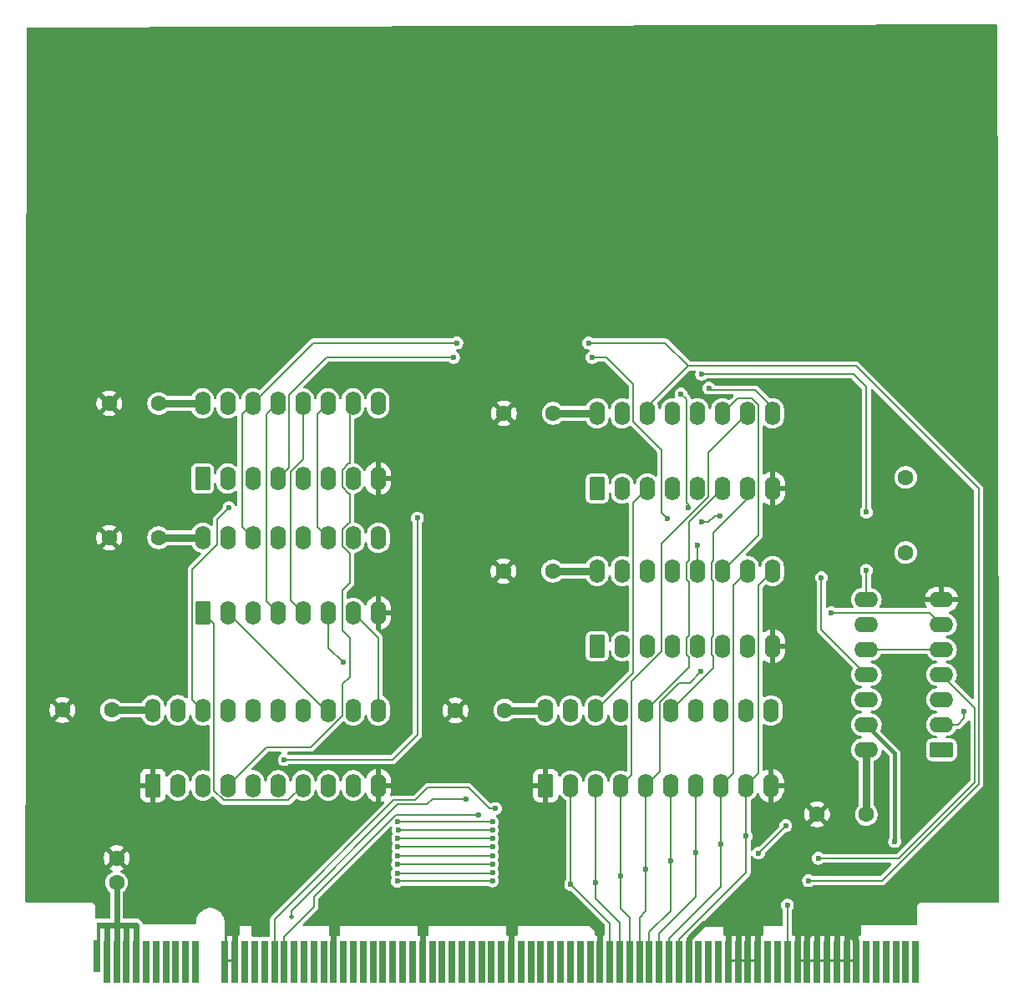
<source format=gbr>
%TF.GenerationSoftware,KiCad,Pcbnew,9.0.5*%
%TF.CreationDate,2025-11-19T18:17:22+02:00*%
%TF.ProjectId,pc,70632e6b-6963-4616-945f-706362585858,rev?*%
%TF.SameCoordinates,Original*%
%TF.FileFunction,Copper,L2,Bot*%
%TF.FilePolarity,Positive*%
%FSLAX46Y46*%
G04 Gerber Fmt 4.6, Leading zero omitted, Abs format (unit mm)*
G04 Created by KiCad (PCBNEW 9.0.5) date 2025-11-19 18:17:22*
%MOMM*%
%LPD*%
G01*
G04 APERTURE LIST*
G04 Aperture macros list*
%AMRoundRect*
0 Rectangle with rounded corners*
0 $1 Rounding radius*
0 $2 $3 $4 $5 $6 $7 $8 $9 X,Y pos of 4 corners*
0 Add a 4 corners polygon primitive as box body*
4,1,4,$2,$3,$4,$5,$6,$7,$8,$9,$2,$3,0*
0 Add four circle primitives for the rounded corners*
1,1,$1+$1,$2,$3*
1,1,$1+$1,$4,$5*
1,1,$1+$1,$6,$7*
1,1,$1+$1,$8,$9*
0 Add four rect primitives between the rounded corners*
20,1,$1+$1,$2,$3,$4,$5,0*
20,1,$1+$1,$4,$5,$6,$7,0*
20,1,$1+$1,$6,$7,$8,$9,0*
20,1,$1+$1,$8,$9,$2,$3,0*%
G04 Aperture macros list end*
%TA.AperFunction,ComponentPad*%
%ADD10C,1.600000*%
%TD*%
%TA.AperFunction,ConnectorPad*%
%ADD11R,0.700000X3.200000*%
%TD*%
%TA.AperFunction,ConnectorPad*%
%ADD12R,0.700000X4.300000*%
%TD*%
%TA.AperFunction,ComponentPad*%
%ADD13RoundRect,0.250000X0.550000X-0.950000X0.550000X0.950000X-0.550000X0.950000X-0.550000X-0.950000X0*%
%TD*%
%TA.AperFunction,ComponentPad*%
%ADD14O,1.600000X2.400000*%
%TD*%
%TA.AperFunction,ComponentPad*%
%ADD15RoundRect,0.250000X0.950000X0.550000X-0.950000X0.550000X-0.950000X-0.550000X0.950000X-0.550000X0*%
%TD*%
%TA.AperFunction,ComponentPad*%
%ADD16O,2.400000X1.600000*%
%TD*%
%TA.AperFunction,ViaPad*%
%ADD17C,0.600000*%
%TD*%
%TA.AperFunction,ViaPad*%
%ADD18C,0.800000*%
%TD*%
%TA.AperFunction,ViaPad*%
%ADD19C,0.500000*%
%TD*%
%TA.AperFunction,Conductor*%
%ADD20C,0.800000*%
%TD*%
%TA.AperFunction,Conductor*%
%ADD21C,0.300000*%
%TD*%
%TA.AperFunction,Conductor*%
%ADD22C,0.600000*%
%TD*%
%TA.AperFunction,Conductor*%
%ADD23C,0.200000*%
%TD*%
%TA.AperFunction,Conductor*%
%ADD24C,0.400000*%
%TD*%
G04 APERTURE END LIST*
D10*
%TO.P,C3,1*%
%TO.N,GND*%
X111000000Y-104475735D03*
%TO.P,C3,2*%
%TO.N,VCC*%
X116000000Y-104475735D03*
%TD*%
%TO.P,C2,1*%
%TO.N,GND*%
X150850000Y-104495735D03*
%TO.P,C2,2*%
%TO.N,VCC*%
X155850000Y-104495735D03*
%TD*%
%TO.P,C8,1*%
%TO.N,VCC*%
X192500000Y-115050000D03*
%TO.P,C8,2*%
%TO.N,GND*%
X187500000Y-115050000D03*
%TD*%
%TO.P,C4,1*%
%TO.N,GND*%
X155710000Y-90380000D03*
%TO.P,C4,2*%
%TO.N,VCC*%
X160710000Y-90380000D03*
%TD*%
%TO.P,R1,1*%
%TO.N,VCC*%
X196500000Y-88510000D03*
%TO.P,R1,2*%
%TO.N,Net-(R1-Pad2)*%
X196500000Y-80890000D03*
%TD*%
D11*
%TO.P,BC1,A1,VCC*%
%TO.N,VCC*%
X114500000Y-129450000D03*
D12*
%TO.P,BC1,A2,VCC*%
X115500000Y-130000000D03*
%TO.P,BC1,A3,VCC*%
X116500000Y-130000000D03*
%TO.P,BC1,A4,VCC*%
X117500000Y-130000000D03*
%TO.P,BC1,A5,VCC*%
X118500000Y-130000000D03*
%TO.P,BC1,A6*%
%TO.N,N/C*%
X119500000Y-130000000D03*
%TO.P,BC1,A7*%
X120500000Y-130000000D03*
%TO.P,BC1,A8*%
X121500000Y-130000000D03*
%TO.P,BC1,A9*%
X122500000Y-130000000D03*
%TO.P,BC1,A10*%
X123500000Y-130000000D03*
%TO.P,BC1,A11*%
X124500000Y-130000000D03*
%TO.P,BC1,A12,GND*%
%TO.N,GND*%
X127500000Y-130000000D03*
%TO.P,BC1,A13,GND*%
X128500000Y-130000000D03*
%TO.P,BC1,A14,~{LMEM}*%
%TO.N,unconnected-(BC1-~{LMEM}-PadA14)*%
X129500000Y-130000000D03*
%TO.P,BC1,A15,LSPH*%
%TO.N,unconnected-(BC1-LSPH-PadA15)*%
X130500000Y-130000000D03*
%TO.P,BC1,A16,LSPL*%
%TO.N,unconnected-(BC1-LSPL-PadA16)*%
X131500000Y-130000000D03*
%TO.P,BC1,A17,LPCH*%
%TO.N,/LPCH*%
X132500000Y-130000000D03*
%TO.P,BC1,A18,LPCL*%
%TO.N,/LPCL*%
X133500000Y-130000000D03*
%TO.P,BC1,A19,~{LARGH}*%
%TO.N,unconnected-(BC1-~{LARGH}-PadA19)*%
X134500000Y-130000000D03*
%TO.P,BC1,A20,~{LARGL}*%
%TO.N,unconnected-(BC1-~{LARGL}-PadA20)*%
X135500000Y-130000000D03*
%TO.P,BC1,A21,~{LAC}*%
%TO.N,unconnected-(BC1-~{LAC}-PadA21)*%
X136500000Y-130000000D03*
%TO.P,BC1,A22,~{LXH}*%
%TO.N,unconnected-(BC1-~{LXH}-PadA22)*%
X137500000Y-130000000D03*
%TO.P,BC1,A23,GND*%
%TO.N,GND*%
X138500000Y-130000000D03*
%TO.P,BC1,A24,~{LYL}*%
%TO.N,unconnected-(BC1-~{LYL}-PadA24)*%
X139500000Y-130000000D03*
%TO.P,BC1,A25,~{LYH}*%
%TO.N,unconnected-(BC1-~{LYH}-PadA25)*%
X140500000Y-130000000D03*
%TO.P,BC1,A26,~{LZL}*%
%TO.N,unconnected-(BC1-~{LZL}-PadA26)*%
X141500000Y-130000000D03*
%TO.P,BC1,A27,~{LZH}*%
%TO.N,unconnected-(BC1-~{LZH}-PadA27)*%
X142500000Y-130000000D03*
%TO.P,BC1,A28,~{LFR}*%
%TO.N,unconnected-(BC1-~{LFR}-PadA28)*%
X143500000Y-130000000D03*
%TO.P,BC1,A29,~{LINST}*%
%TO.N,unconnected-(BC1-~{LINST}-PadA29)*%
X144500000Y-130000000D03*
%TO.P,BC1,A30,LADRH*%
%TO.N,unconnected-(BC1-LADRH-PadA30)*%
X145500000Y-130000000D03*
%TO.P,BC1,A31,LADRL*%
%TO.N,unconnected-(BC1-LADRL-PadA31)*%
X146500000Y-130000000D03*
%TO.P,BC1,A32,GND*%
%TO.N,GND*%
X147500000Y-130000000D03*
%TO.P,BC1,A33,STATE0*%
%TO.N,unconnected-(BC1-STATE0-PadA33)*%
X148500000Y-130000000D03*
%TO.P,BC1,A34,STATE1*%
%TO.N,unconnected-(BC1-STATE1-PadA34)*%
X149500000Y-130000000D03*
%TO.P,BC1,A35,STATE2*%
%TO.N,unconnected-(BC1-STATE2-PadA35)*%
X150500000Y-130000000D03*
%TO.P,BC1,A36,STATE3*%
%TO.N,unconnected-(BC1-STATE3-PadA36)*%
X151500000Y-130000000D03*
%TO.P,BC1,A37,STATE4*%
%TO.N,unconnected-(BC1-STATE4-PadA37)*%
X152500000Y-130000000D03*
%TO.P,BC1,A38,STATE5*%
%TO.N,unconnected-(BC1-STATE5-PadA38)*%
X153500000Y-130000000D03*
%TO.P,BC1,A39,STATE6*%
%TO.N,unconnected-(BC1-STATE6-PadA39)*%
X154500000Y-130000000D03*
%TO.P,BC1,A40,STATE7*%
%TO.N,unconnected-(BC1-STATE7-PadA40)*%
X155500000Y-130000000D03*
%TO.P,BC1,A41,GND*%
%TO.N,GND*%
X156500000Y-130000000D03*
%TO.P,BC1,A42,STATE8*%
%TO.N,unconnected-(BC1-STATE8-PadA42)*%
X157500000Y-130000000D03*
%TO.P,BC1,A43,STATE9*%
%TO.N,unconnected-(BC1-STATE9-PadA43)*%
X158500000Y-130000000D03*
%TO.P,BC1,A44,STATE10*%
%TO.N,unconnected-(BC1-STATE10-PadA44)*%
X159500000Y-130000000D03*
%TO.P,BC1,A45,STATE11*%
%TO.N,unconnected-(BC1-STATE11-PadA45)*%
X160500000Y-130000000D03*
%TO.P,BC1,A46,STATE12*%
%TO.N,unconnected-(BC1-STATE12-PadA46)*%
X161500000Y-130000000D03*
%TO.P,BC1,A47,STATE13*%
%TO.N,unconnected-(BC1-STATE13-PadA47)*%
X162500000Y-130000000D03*
%TO.P,BC1,A48,STATE14*%
%TO.N,unconnected-(BC1-STATE14-PadA48)*%
X163500000Y-130000000D03*
%TO.P,BC1,A49,STATE15*%
%TO.N,unconnected-(BC1-STATE15-PadA49)*%
X164500000Y-130000000D03*
%TO.P,BC1,A50,GND*%
%TO.N,GND*%
X165500000Y-130000000D03*
%TO.P,BC1,A51,DATA0*%
%TO.N,/DATA0*%
X166500000Y-130000000D03*
%TO.P,BC1,A52,DATA1*%
%TO.N,/DATA1*%
X167500000Y-130000000D03*
%TO.P,BC1,A53,DATA2*%
%TO.N,/DATA2*%
X168500000Y-130000000D03*
%TO.P,BC1,A54,DATA3*%
%TO.N,/DATA3*%
X169500000Y-130000000D03*
%TO.P,BC1,A55,DATA4*%
%TO.N,/DATA4*%
X170500000Y-130000000D03*
%TO.P,BC1,A56,DATA5*%
%TO.N,/DATA5*%
X171500000Y-130000000D03*
%TO.P,BC1,A57,DATA6*%
%TO.N,/DATA6*%
X172500000Y-130000000D03*
%TO.P,BC1,A58,DATA7*%
%TO.N,/DATA7*%
X173500000Y-130000000D03*
%TO.P,BC1,A59,GND*%
%TO.N,GND*%
X174500000Y-130000000D03*
%TO.P,BC1,A60,ALUZO*%
%TO.N,unconnected-(BC1-ALUZO-PadA60)*%
X175500000Y-130000000D03*
%TO.P,BC1,A61,~{ALUCO}*%
%TO.N,unconnected-(BC1-~{ALUCO}-PadA61)*%
X176500000Y-130000000D03*
%TO.P,BC1,A62,ALUSO*%
%TO.N,unconnected-(BC1-ALUSO-PadA62)*%
X177500000Y-130000000D03*
%TO.P,BC1,A63,GND*%
%TO.N,GND*%
X178500000Y-130000000D03*
%TO.P,BC1,A64,GND*%
X179500000Y-130000000D03*
%TO.P,BC1,A65,GND*%
X180500000Y-130000000D03*
%TO.P,BC1,A66,GND*%
X181500000Y-130000000D03*
%TO.P,BC1,A67,INTREQ*%
%TO.N,unconnected-(BC1-INTREQ-PadA67)*%
X182500000Y-130000000D03*
%TO.P,BC1,A68,~{WAIT}*%
%TO.N,unconnected-(BC1-~{WAIT}-PadA68)*%
X183500000Y-130000000D03*
%TO.P,BC1,A69,RESET*%
%TO.N,/RESET*%
X184500000Y-130000000D03*
%TO.P,BC1,A70,GND*%
%TO.N,GND*%
X185500000Y-130000000D03*
%TO.P,BC1,A71,GND*%
X186500000Y-130000000D03*
%TO.P,BC1,A72,GND*%
X187500000Y-130000000D03*
%TO.P,BC1,A73,GND*%
X188500000Y-130000000D03*
%TO.P,BC1,A74,GND*%
X189500000Y-130000000D03*
%TO.P,BC1,A75,GND*%
X190500000Y-130000000D03*
%TO.P,BC1,A76,GND*%
X191500000Y-130000000D03*
%TO.P,BC1,A77*%
%TO.N,N/C*%
X192500000Y-130000000D03*
%TO.P,BC1,A78*%
X193500000Y-130000000D03*
%TO.P,BC1,A79*%
X194500000Y-130000000D03*
%TO.P,BC1,A80*%
X195500000Y-130000000D03*
%TO.P,BC1,A81*%
X196500000Y-130000000D03*
%TO.P,BC1,A82*%
X197500000Y-130000000D03*
%TD*%
D13*
%TO.P,U5,1,B*%
%TO.N,/DATA5*%
X165220000Y-98000000D03*
D14*
%TO.P,U5,2,QB*%
%TO.N,/DL5*%
X167760000Y-98000000D03*
%TO.P,U5,3,QA*%
%TO.N,/DL4*%
X170300000Y-98000000D03*
%TO.P,U5,4,DOWN*%
%TO.N,Net-(U4-~{BO})*%
X172840000Y-98000000D03*
%TO.P,U5,5,UP*%
%TO.N,Net-(U4-~{CO})*%
X175380000Y-98000000D03*
%TO.P,U5,6,QC*%
%TO.N,/DL6*%
X177920000Y-98000000D03*
%TO.P,U5,7,QD*%
%TO.N,/DL7*%
X180460000Y-98000000D03*
%TO.P,U5,8,GND*%
%TO.N,GND*%
X183000000Y-98000000D03*
%TO.P,U5,9,D*%
%TO.N,/DATA7*%
X183000000Y-90380000D03*
%TO.P,U5,10,C*%
%TO.N,/DATA6*%
X180460000Y-90380000D03*
%TO.P,U5,11,~{LOAD}*%
%TO.N,/Pl*%
X177920000Y-90380000D03*
%TO.P,U5,12,~{CO}*%
%TO.N,Net-(U2-UP)*%
X175380000Y-90380000D03*
%TO.P,U5,13,~{BO}*%
%TO.N,Net-(U2-DOWN)*%
X172840000Y-90380000D03*
%TO.P,U5,14,CLR*%
%TO.N,/RESET*%
X170300000Y-90380000D03*
%TO.P,U5,15,A*%
%TO.N,/DATA4*%
X167760000Y-90380000D03*
%TO.P,U5,16,VCC*%
%TO.N,VCC*%
X165220000Y-90380000D03*
%TD*%
D15*
%TO.P,U1,1*%
%TO.N,Net-(R1-Pad2)*%
X200120000Y-108500000D03*
D16*
%TO.P,U1,2*%
X200120000Y-105960000D03*
%TO.P,U1,3*%
%TO.N,unconnected-(U1-Pad3)*%
X200120000Y-103420000D03*
%TO.P,U1,4*%
%TO.N,/LPCL*%
X200120000Y-100880000D03*
%TO.P,U1,5*%
%TO.N,/PULSE*%
X200120000Y-98340000D03*
%TO.P,U1,6*%
%TO.N,/Pl*%
X200120000Y-95800000D03*
%TO.P,U1,7,GND*%
%TO.N,GND*%
X200120000Y-93260000D03*
%TO.P,U1,8*%
%TO.N,/Ph*%
X192500000Y-93260000D03*
%TO.P,U1,9*%
%TO.N,/LPCH*%
X192500000Y-95800000D03*
%TO.P,U1,10*%
%TO.N,/PULSE*%
X192500000Y-98340000D03*
%TO.P,U1,11*%
%TO.N,/CPu*%
X192500000Y-100880000D03*
%TO.P,U1,12*%
%TO.N,/PCINC*%
X192500000Y-103420000D03*
%TO.P,U1,13*%
%TO.N,/~{CLK}*%
X192500000Y-105960000D03*
%TO.P,U1,14,VCC*%
%TO.N,VCC*%
X192500000Y-108500000D03*
%TD*%
D10*
%TO.P,C6,1*%
%TO.N,GND*%
X155760000Y-74380000D03*
%TO.P,C6,2*%
%TO.N,VCC*%
X160760000Y-74380000D03*
%TD*%
%TO.P,C5,1*%
%TO.N,GND*%
X115750000Y-87000000D03*
%TO.P,C5,2*%
%TO.N,VCC*%
X120750000Y-87000000D03*
%TD*%
D13*
%TO.P,U7,1,A->B*%
%TO.N,GND*%
X120180000Y-112115735D03*
D14*
%TO.P,U7,2,A0*%
%TO.N,/DATA0*%
X122720000Y-112115735D03*
%TO.P,U7,3,A1*%
%TO.N,/DATA1*%
X125260000Y-112115735D03*
%TO.P,U7,4,A2*%
%TO.N,/DATA2*%
X127800000Y-112115735D03*
%TO.P,U7,5,A3*%
%TO.N,/DATA3*%
X130340000Y-112115735D03*
%TO.P,U7,6,A4*%
%TO.N,/DATA4*%
X132880000Y-112115735D03*
%TO.P,U7,7,A5*%
%TO.N,/DATA5*%
X135420000Y-112115735D03*
%TO.P,U7,8,A6*%
%TO.N,/DATA6*%
X137960000Y-112115735D03*
%TO.P,U7,9,A7*%
%TO.N,/DATA7*%
X140500000Y-112115735D03*
%TO.P,U7,10,GND*%
%TO.N,GND*%
X143040000Y-112115735D03*
%TO.P,U7,11,B7*%
%TO.N,/DH7*%
X143040000Y-104495735D03*
%TO.P,U7,12,B6*%
%TO.N,/DH6*%
X140500000Y-104495735D03*
%TO.P,U7,13,B5*%
%TO.N,/DH5*%
X137960000Y-104495735D03*
%TO.P,U7,14,B4*%
%TO.N,/DH4*%
X135420000Y-104495735D03*
%TO.P,U7,15,B3*%
%TO.N,/DH3*%
X132880000Y-104495735D03*
%TO.P,U7,16,B2*%
%TO.N,/DH2*%
X130340000Y-104495735D03*
%TO.P,U7,17,B1*%
%TO.N,/DH1*%
X127800000Y-104495735D03*
%TO.P,U7,18,B0*%
%TO.N,/DH0*%
X125260000Y-104495735D03*
%TO.P,U7,19,CE*%
%TO.N,/~{RPCH}*%
X122720000Y-104495735D03*
%TO.P,U7,20,VCC*%
%TO.N,VCC*%
X120180000Y-104495735D03*
%TD*%
D13*
%TO.P,U6,1,A->B*%
%TO.N,GND*%
X159992254Y-112135735D03*
D14*
%TO.P,U6,2,A0*%
%TO.N,/DATA0*%
X162532254Y-112135735D03*
%TO.P,U6,3,A1*%
%TO.N,/DATA1*%
X165072254Y-112135735D03*
%TO.P,U6,4,A2*%
%TO.N,/DATA2*%
X167612254Y-112135735D03*
%TO.P,U6,5,A3*%
%TO.N,/DATA3*%
X170152254Y-112135735D03*
%TO.P,U6,6,A4*%
%TO.N,/DATA4*%
X172692254Y-112135735D03*
%TO.P,U6,7,A5*%
%TO.N,/DATA5*%
X175232254Y-112135735D03*
%TO.P,U6,8,A6*%
%TO.N,/DATA6*%
X177772254Y-112135735D03*
%TO.P,U6,9,A7*%
%TO.N,/DATA7*%
X180312254Y-112135735D03*
%TO.P,U6,10,GND*%
%TO.N,GND*%
X182852254Y-112135735D03*
%TO.P,U6,11,B7*%
%TO.N,/DL7*%
X182852254Y-104515735D03*
%TO.P,U6,12,B6*%
%TO.N,/DL6*%
X180312254Y-104515735D03*
%TO.P,U6,13,B5*%
%TO.N,/DL5*%
X177772254Y-104515735D03*
%TO.P,U6,14,B4*%
%TO.N,/DL4*%
X175232254Y-104515735D03*
%TO.P,U6,15,B3*%
%TO.N,/DL3*%
X172692254Y-104515735D03*
%TO.P,U6,16,B2*%
%TO.N,/DL2*%
X170152254Y-104515735D03*
%TO.P,U6,17,B1*%
%TO.N,/DL1*%
X167612254Y-104515735D03*
%TO.P,U6,18,B0*%
%TO.N,/DL0*%
X165072254Y-104515735D03*
%TO.P,U6,19,CE*%
%TO.N,/~{RPCL}*%
X162532254Y-104515735D03*
%TO.P,U6,20,VCC*%
%TO.N,VCC*%
X159992254Y-104515735D03*
%TD*%
D10*
%TO.P,C7,1*%
%TO.N,VCC*%
X120760000Y-73380000D03*
%TO.P,C7,2*%
%TO.N,GND*%
X115760000Y-73380000D03*
%TD*%
D13*
%TO.P,U2,1,B*%
%TO.N,/DATA1*%
X125220000Y-81000000D03*
D14*
%TO.P,U2,2,QB*%
%TO.N,/DH1*%
X127760000Y-81000000D03*
%TO.P,U2,3,QA*%
%TO.N,/DH0*%
X130300000Y-81000000D03*
%TO.P,U2,4,DOWN*%
%TO.N,Net-(U2-DOWN)*%
X132840000Y-81000000D03*
%TO.P,U2,5,UP*%
%TO.N,Net-(U2-UP)*%
X135380000Y-81000000D03*
%TO.P,U2,6,QC*%
%TO.N,/DH2*%
X137920000Y-81000000D03*
%TO.P,U2,7,QD*%
%TO.N,/DH3*%
X140460000Y-81000000D03*
%TO.P,U2,8,GND*%
%TO.N,GND*%
X143000000Y-81000000D03*
%TO.P,U2,9,D*%
%TO.N,/DATA3*%
X143000000Y-73380000D03*
%TO.P,U2,10,C*%
%TO.N,/DATA2*%
X140460000Y-73380000D03*
%TO.P,U2,11,~{LOAD}*%
%TO.N,/Ph*%
X137920000Y-73380000D03*
%TO.P,U2,12,~{CO}*%
%TO.N,Net-(U2-~{CO})*%
X135380000Y-73380000D03*
%TO.P,U2,13,~{BO}*%
%TO.N,Net-(U2-~{BO})*%
X132840000Y-73380000D03*
%TO.P,U2,14,CLR*%
%TO.N,/RESET*%
X130300000Y-73380000D03*
%TO.P,U2,15,A*%
%TO.N,/DATA0*%
X127760000Y-73380000D03*
%TO.P,U2,16,VCC*%
%TO.N,VCC*%
X125220000Y-73380000D03*
%TD*%
D13*
%TO.P,U3,1,B*%
%TO.N,/DATA5*%
X125260000Y-94620000D03*
D14*
%TO.P,U3,2,QB*%
%TO.N,/DH5*%
X127800000Y-94620000D03*
%TO.P,U3,3,QA*%
%TO.N,/DH4*%
X130340000Y-94620000D03*
%TO.P,U3,4,DOWN*%
%TO.N,Net-(U2-~{BO})*%
X132880000Y-94620000D03*
%TO.P,U3,5,UP*%
%TO.N,Net-(U2-~{CO})*%
X135420000Y-94620000D03*
%TO.P,U3,6,QC*%
%TO.N,/DH6*%
X137960000Y-94620000D03*
%TO.P,U3,7,QD*%
%TO.N,/DH7*%
X140500000Y-94620000D03*
%TO.P,U3,8,GND*%
%TO.N,GND*%
X143040000Y-94620000D03*
%TO.P,U3,9,D*%
%TO.N,/DATA7*%
X143040000Y-87000000D03*
%TO.P,U3,10,C*%
%TO.N,/DATA6*%
X140500000Y-87000000D03*
%TO.P,U3,11,~{LOAD}*%
%TO.N,/Ph*%
X137960000Y-87000000D03*
%TO.P,U3,12,~{CO}*%
%TO.N,unconnected-(U3-~{CO}-Pad12)*%
X135420000Y-87000000D03*
%TO.P,U3,13,~{BO}*%
%TO.N,unconnected-(U3-~{BO}-Pad13)*%
X132880000Y-87000000D03*
%TO.P,U3,14,CLR*%
%TO.N,/RESET*%
X130340000Y-87000000D03*
%TO.P,U3,15,A*%
%TO.N,/DATA4*%
X127800000Y-87000000D03*
%TO.P,U3,16,VCC*%
%TO.N,VCC*%
X125260000Y-87000000D03*
%TD*%
D13*
%TO.P,U4,1,B*%
%TO.N,/DATA1*%
X165220000Y-82000000D03*
D14*
%TO.P,U4,2,QB*%
%TO.N,/DL1*%
X167760000Y-82000000D03*
%TO.P,U4,3,QA*%
%TO.N,/DL0*%
X170300000Y-82000000D03*
%TO.P,U4,4,DOWN*%
%TO.N,unconnected-(U4-DOWN-Pad4)*%
X172840000Y-82000000D03*
%TO.P,U4,5,UP*%
%TO.N,/CPu*%
X175380000Y-82000000D03*
%TO.P,U4,6,QC*%
%TO.N,/DL2*%
X177920000Y-82000000D03*
%TO.P,U4,7,QD*%
%TO.N,/DL3*%
X180460000Y-82000000D03*
%TO.P,U4,8,GND*%
%TO.N,GND*%
X183000000Y-82000000D03*
%TO.P,U4,9,D*%
%TO.N,/DATA3*%
X183000000Y-74380000D03*
%TO.P,U4,10,C*%
%TO.N,/DATA2*%
X180460000Y-74380000D03*
%TO.P,U4,11,~{LOAD}*%
%TO.N,/Pl*%
X177920000Y-74380000D03*
%TO.P,U4,12,~{CO}*%
%TO.N,Net-(U4-~{CO})*%
X175380000Y-74380000D03*
%TO.P,U4,13,~{BO}*%
%TO.N,Net-(U4-~{BO})*%
X172840000Y-74380000D03*
%TO.P,U4,14,CLR*%
%TO.N,/RESET*%
X170300000Y-74380000D03*
%TO.P,U4,15,A*%
%TO.N,/DATA0*%
X167760000Y-74380000D03*
%TO.P,U4,16,VCC*%
%TO.N,VCC*%
X165220000Y-74380000D03*
%TD*%
D10*
%TO.P,C1,1*%
%TO.N,VCC*%
X116500000Y-121989010D03*
%TO.P,C1,2*%
%TO.N,GND*%
X116500000Y-119489010D03*
%TD*%
D17*
%TO.N,VCC*%
X118500000Y-126250000D03*
X116500000Y-123500000D03*
X116500000Y-125000000D03*
X117500000Y-126250000D03*
X115500000Y-126250000D03*
X116500000Y-126250000D03*
X114750000Y-126250000D03*
D18*
%TO.N,GND*%
X182700000Y-122800000D03*
X156500000Y-126300000D03*
X179500000Y-123400000D03*
X163975000Y-125525000D03*
X138500000Y-126350000D03*
X147500000Y-126300000D03*
X193650000Y-125150000D03*
X128450000Y-126050000D03*
D17*
%TO.N,/RESET*%
X151000000Y-67250000D03*
X164350000Y-67250000D03*
X184500000Y-124250000D03*
X186650000Y-121775057D03*
%TO.N,Net-(U2-DOWN)*%
X172300000Y-85050000D03*
X150650000Y-68700000D03*
X164700000Y-68700000D03*
%TO.N,Net-(U2-UP)*%
X173725000Y-72400000D03*
X175350000Y-87775000D03*
X174450000Y-83925000D03*
%TO.N,/DH6*%
X139475000Y-99650000D03*
%TO.N,/DH0*%
X127900000Y-83950000D03*
%TO.N,/LPCH*%
X154900000Y-114450000D03*
%TO.N,/DATA0*%
X154600000Y-121800000D03*
X162532254Y-122157254D03*
X144950000Y-121825000D03*
%TO.N,/DATA1*%
X144950000Y-121000000D03*
X165072254Y-122000000D03*
X154600000Y-120975000D03*
%TO.N,/DATA2*%
X154600000Y-120075000D03*
X167625000Y-121325000D03*
X144975000Y-120100000D03*
%TO.N,/DATA3*%
X170152254Y-120625000D03*
X175700000Y-100575000D03*
X154600000Y-119250000D03*
X176525000Y-71825000D03*
X145000000Y-119275000D03*
%TO.N,/DATA4*%
X145025000Y-118350000D03*
X172692254Y-119800000D03*
X154600000Y-118350000D03*
%TO.N,/DATA5*%
X145000000Y-117450000D03*
X154600000Y-117450000D03*
X175232254Y-118925000D03*
%TO.N,/DATA6*%
X154600000Y-116650000D03*
X177772254Y-118050000D03*
X145050000Y-116650000D03*
%TO.N,/DATA7*%
X145025000Y-115800000D03*
X180312254Y-117250000D03*
X154600000Y-115825000D03*
%TO.N,/~{CLK}*%
X195375000Y-117800000D03*
%TO.N,/Ph*%
X175800000Y-70400000D03*
X192500000Y-84400000D03*
X192500000Y-90300000D03*
%TO.N,/CPu*%
X187950000Y-91050000D03*
X175825000Y-85425000D03*
X177625000Y-84775000D03*
%TO.N,/Pl*%
X188950000Y-94600000D03*
%TO.N,/DH2*%
X147000000Y-85000000D03*
X133500000Y-109500000D03*
%TO.N,/PCINC*%
X184325000Y-116200000D03*
X181575000Y-118975000D03*
%TO.N,/LPCL*%
X153225000Y-115125000D03*
X187625000Y-119500000D03*
D19*
%TO.N,/~{RPCL}*%
X134200000Y-125450000D03*
D17*
X151960000Y-113475000D03*
%TO.N,Net-(R1-Pad2)*%
X202425000Y-104650000D03*
%TD*%
D20*
%TO.N,VCC*%
X120160000Y-104475735D02*
X120180000Y-104495735D01*
D21*
X114750000Y-126250000D02*
X114651000Y-126349000D01*
D20*
X160710000Y-90380000D02*
X165220000Y-90380000D01*
D22*
X118500000Y-126250000D02*
X114750000Y-126250000D01*
D20*
X192500000Y-115050000D02*
X192500000Y-108500000D01*
D22*
X115500000Y-126250000D02*
X115500000Y-130000000D01*
D21*
X114651000Y-126349000D02*
X114651000Y-129450000D01*
D22*
X116500000Y-125000000D02*
X116500000Y-123500000D01*
D20*
X120760000Y-73380000D02*
X125220000Y-73380000D01*
D22*
X116500000Y-123500000D02*
X116500000Y-121989010D01*
D20*
X160760000Y-74380000D02*
X165220000Y-74380000D01*
D22*
X116500000Y-126250000D02*
X116500000Y-130000000D01*
D20*
X159972254Y-104495735D02*
X159992254Y-104515735D01*
X116000000Y-104475735D02*
X120160000Y-104475735D01*
X155850000Y-104495735D02*
X159972254Y-104495735D01*
D22*
X118500000Y-130000000D02*
X118500000Y-126250000D01*
X117500000Y-130000000D02*
X117500000Y-126250000D01*
X116500000Y-126250000D02*
X116500000Y-125000000D01*
D20*
X120750000Y-87000000D02*
X125260000Y-87000000D01*
D22*
%TO.N,GND*%
X181500000Y-126400000D02*
X180500000Y-125400000D01*
X189300000Y-126800000D02*
X189550000Y-126800000D01*
X188500000Y-130000000D02*
X188500000Y-127100000D01*
X174500000Y-130000000D02*
X174500000Y-127599942D01*
X189500000Y-127250000D02*
X189950000Y-126800000D01*
X185500000Y-126800000D02*
X187150000Y-126800000D01*
X179500000Y-129900000D02*
X179500000Y-125150000D01*
X190400000Y-126800000D02*
X190725000Y-127125000D01*
X180500000Y-125400000D02*
X179500000Y-124400000D01*
X179500000Y-125150000D02*
X179500000Y-124400000D01*
X191500000Y-127900000D02*
X191500000Y-130000000D01*
X181500000Y-129900000D02*
X181500000Y-126400000D01*
X187400000Y-124900000D02*
X185500000Y-126800000D01*
X180500000Y-129900000D02*
X180500000Y-125400000D01*
X178500000Y-126150000D02*
X179500000Y-125150000D01*
X187150000Y-126800000D02*
X187950000Y-126800000D01*
X190500000Y-127350000D02*
X190725000Y-127125000D01*
X185500000Y-130000000D02*
X185500000Y-126800000D01*
X175949942Y-126150000D02*
X178500000Y-126150000D01*
X187950000Y-126800000D02*
X188800000Y-126800000D01*
D23*
X128450000Y-126050000D02*
X127551000Y-126949000D01*
D22*
X163975000Y-125525000D02*
X165500000Y-127050000D01*
X188500000Y-127100000D02*
X188800000Y-126800000D01*
X174500000Y-127599942D02*
X175949942Y-126150000D01*
X128450000Y-129950000D02*
X128450000Y-126050000D01*
X189300000Y-126100000D02*
X190950000Y-124450000D01*
X187500000Y-127250000D02*
X187950000Y-126800000D01*
X156500000Y-129950000D02*
X156500000Y-126300000D01*
X179500000Y-124400000D02*
X179500000Y-123400000D01*
X190500000Y-130000000D02*
X190500000Y-127350000D01*
X188800000Y-126800000D02*
X189300000Y-126800000D01*
X186500000Y-130000000D02*
X186500000Y-127450000D01*
X187500000Y-130000000D02*
X187500000Y-127250000D01*
X186500000Y-127450000D02*
X187150000Y-126800000D01*
X138500000Y-130000000D02*
X138500000Y-126350000D01*
X147500000Y-129950000D02*
X147500000Y-126300000D01*
X189500000Y-130000000D02*
X189500000Y-127250000D01*
X189550000Y-126800000D02*
X189950000Y-126800000D01*
X189300000Y-126800000D02*
X189300000Y-126100000D01*
X190725000Y-127125000D02*
X191500000Y-127900000D01*
D23*
X127551000Y-126949000D02*
X127551000Y-130000000D01*
D22*
X178500000Y-129900000D02*
X178500000Y-126150000D01*
X165500000Y-127050000D02*
X165500000Y-130000000D01*
X189950000Y-126800000D02*
X190400000Y-126800000D01*
D23*
%TO.N,/RESET*%
X151000000Y-67250000D02*
X136430000Y-67250000D01*
X164350000Y-67250000D02*
X172100000Y-67250000D01*
X186650000Y-121775057D02*
X194067043Y-121775057D01*
X172100000Y-67250000D02*
X174425000Y-69575000D01*
X130340000Y-87000000D02*
X129199000Y-85859000D01*
X184500000Y-130000000D02*
X184500000Y-124250000D01*
X194067043Y-121775057D02*
X203876000Y-111966100D01*
X136430000Y-67250000D02*
X130300000Y-73380000D01*
X129199000Y-85859000D02*
X129199000Y-74481000D01*
X129199000Y-74481000D02*
X130300000Y-73380000D01*
X170300000Y-73700000D02*
X170300000Y-74380000D01*
X174425000Y-69575000D02*
X170300000Y-73700000D01*
X203876000Y-82026000D02*
X191425000Y-69575000D01*
X203876000Y-111966100D02*
X203876000Y-82026000D01*
X191425000Y-69575000D02*
X174425000Y-69575000D01*
%TO.N,/PULSE*%
X200120000Y-98340000D02*
X192500000Y-98340000D01*
%TO.N,Net-(U2-~{CO})*%
X135420000Y-94620000D02*
X134128550Y-93328550D01*
X134128550Y-93328550D02*
X134128550Y-80278550D01*
X135380000Y-79027100D02*
X135380000Y-73380000D01*
X134128550Y-80278550D02*
X135380000Y-79027100D01*
%TO.N,Net-(U2-~{BO})*%
X132880000Y-94620000D02*
X131725000Y-93465000D01*
X131725000Y-93465000D02*
X131725000Y-74495000D01*
X131725000Y-74495000D02*
X132840000Y-73380000D01*
%TO.N,/DH5*%
X137960000Y-104495735D02*
X137675735Y-104495735D01*
X137675735Y-104495735D02*
X127800000Y-94620000D01*
%TO.N,Net-(U2-DOWN)*%
X168861000Y-71386000D02*
X166175000Y-68700000D01*
X172300000Y-85050000D02*
X171739000Y-84489000D01*
X171739000Y-78114049D02*
X168861000Y-75236049D01*
X171739000Y-84489000D02*
X171739000Y-78114049D01*
X133941000Y-79899000D02*
X132840000Y-81000000D01*
X150650000Y-68700000D02*
X137764951Y-68700000D01*
X166175000Y-68700000D02*
X164700000Y-68700000D01*
X133941000Y-72523951D02*
X133941000Y-79899000D01*
X168861000Y-75236049D02*
X168861000Y-71386000D01*
X137764951Y-68700000D02*
X133941000Y-72523951D01*
%TO.N,/DH7*%
X143040000Y-104495735D02*
X143040000Y-97160000D01*
X143040000Y-97160000D02*
X140500000Y-94620000D01*
%TO.N,Net-(U2-UP)*%
X175380000Y-87805000D02*
X175350000Y-87775000D01*
X174279000Y-82025000D02*
X174279000Y-72954000D01*
X174279000Y-83429000D02*
X174279000Y-82025000D01*
X175380000Y-90380000D02*
X175380000Y-87805000D01*
X174279000Y-72954000D02*
X173725000Y-72400000D01*
X174450000Y-83600000D02*
X174279000Y-83429000D01*
X174450000Y-83925000D02*
X174450000Y-83600000D01*
%TO.N,/DH6*%
X137960000Y-98135000D02*
X137960000Y-94620000D01*
X139475000Y-99650000D02*
X137960000Y-98135000D01*
%TO.N,/DH0*%
X124159000Y-90241000D02*
X126699000Y-87701000D01*
X125260000Y-104495735D02*
X124159000Y-103394735D01*
X126699000Y-85151000D02*
X127900000Y-83950000D01*
X124159000Y-103394735D02*
X124159000Y-90241000D01*
X126699000Y-87701000D02*
X126699000Y-85151000D01*
%TO.N,/DL3*%
X177025000Y-100182989D02*
X177025000Y-99062049D01*
X176819000Y-98856049D02*
X176819000Y-97143951D01*
X177025000Y-86475000D02*
X180460000Y-83040000D01*
X177025000Y-96937951D02*
X177025000Y-91442049D01*
X176819000Y-91236049D02*
X176819000Y-89523951D01*
X176819000Y-97143951D02*
X177025000Y-96937951D01*
X177025000Y-89317951D02*
X177025000Y-86475000D01*
X176819000Y-89523951D02*
X177025000Y-89317951D01*
X177025000Y-91442049D02*
X176819000Y-91236049D01*
X172692254Y-104515735D02*
X177025000Y-100182989D01*
X177025000Y-99062049D02*
X176819000Y-98856049D01*
X180460000Y-83040000D02*
X180460000Y-82000000D01*
%TO.N,/DL0*%
X168861000Y-100726989D02*
X168861000Y-83439000D01*
X168861000Y-83439000D02*
X170300000Y-82000000D01*
X165072254Y-104515735D02*
X168861000Y-100726989D01*
%TO.N,/DL2*%
X174550000Y-100117989D02*
X174550000Y-99127049D01*
X174550000Y-89252951D02*
X174550000Y-85370000D01*
X174550000Y-96872951D02*
X174550000Y-91507049D01*
X174279000Y-98856049D02*
X174279000Y-97143951D01*
X174550000Y-91507049D02*
X174279000Y-91236049D01*
X174279000Y-91236049D02*
X174279000Y-89523951D01*
X174279000Y-89523951D02*
X174550000Y-89252951D01*
X174550000Y-85370000D02*
X177920000Y-82000000D01*
X174550000Y-99127049D02*
X174279000Y-98856049D01*
X174279000Y-97143951D02*
X174550000Y-96872951D01*
X170152254Y-104515735D02*
X174550000Y-100117989D01*
%TO.N,/LPCH*%
X132500000Y-125700000D02*
X132500000Y-130000000D01*
X152200000Y-112350000D02*
X148025000Y-112350000D01*
X144575000Y-113625000D02*
X132500000Y-125700000D01*
X148025000Y-112350000D02*
X146750000Y-113625000D01*
X146750000Y-113625000D02*
X144575000Y-113625000D01*
X154900000Y-114450000D02*
X154300000Y-114450000D01*
X154300000Y-114450000D02*
X152200000Y-112350000D01*
%TO.N,/DATA0*%
X144950000Y-121825000D02*
X154650000Y-121825000D01*
X154650000Y-121825000D02*
X154675000Y-121800000D01*
X162532254Y-122157254D02*
X166500000Y-126125000D01*
X162532254Y-122157254D02*
X162532254Y-112135735D01*
X166500000Y-126125000D02*
X166500000Y-130000000D01*
%TO.N,/DATA1*%
X167500000Y-130000000D02*
X167500000Y-126000000D01*
X167500000Y-126000000D02*
X165072254Y-123572254D01*
X165072254Y-122000000D02*
X165072254Y-112135735D01*
X154650000Y-121000000D02*
X154675000Y-120975000D01*
X144950000Y-121000000D02*
X154650000Y-121000000D01*
X165072254Y-123572254D02*
X165072254Y-122000000D01*
%TO.N,/DATA2*%
X140003951Y-79499000D02*
X140125000Y-79499000D01*
X139359000Y-80143951D02*
X140003951Y-79499000D01*
X167612254Y-121187254D02*
X167612254Y-112135735D01*
X136147049Y-108265735D02*
X139399000Y-105013784D01*
X167625000Y-121325000D02*
X167625000Y-121450000D01*
X140125000Y-73715000D02*
X140460000Y-73380000D01*
X167610000Y-124610000D02*
X168500000Y-125500000D01*
X176481000Y-82856049D02*
X176481000Y-78359000D01*
X139399000Y-86143951D02*
X140043951Y-85499000D01*
X140125000Y-79499000D02*
X140125000Y-73715000D01*
X140125000Y-88501000D02*
X140043951Y-88501000D01*
X131650000Y-108265735D02*
X136147049Y-108265735D01*
X140043951Y-85499000D02*
X140125000Y-85499000D01*
X167612254Y-112135735D02*
X168713254Y-111034735D01*
X168713254Y-101543795D02*
X171739000Y-98518049D01*
X140125000Y-101125000D02*
X140125000Y-97125000D01*
X168500000Y-125500000D02*
X168500000Y-130000000D01*
X176481000Y-78359000D02*
X180460000Y-74380000D01*
X139399000Y-96399000D02*
X139399000Y-92301000D01*
X140003951Y-82501000D02*
X139359000Y-81856049D01*
X140125000Y-91575000D02*
X140125000Y-88501000D01*
X144975000Y-120100000D02*
X154674943Y-120100000D01*
X139399000Y-101851000D02*
X140125000Y-101125000D01*
X154675000Y-120099943D02*
X154675000Y-120075000D01*
X167625000Y-121325000D02*
X167625000Y-121200000D01*
X139359000Y-81856049D02*
X139359000Y-80143951D01*
X172231025Y-87106025D02*
X176481000Y-82856049D01*
X154674943Y-120100000D02*
X154675000Y-120099943D01*
X140125000Y-85499000D02*
X140125000Y-82501000D01*
X139399000Y-105013784D02*
X139399000Y-101851000D01*
X171739000Y-87598049D02*
X172231025Y-87106025D01*
X167625000Y-121450000D02*
X167612254Y-121462746D01*
X127800000Y-112115735D02*
X131650000Y-108265735D01*
X167610000Y-123940000D02*
X167610000Y-124610000D01*
X139399000Y-87856049D02*
X139399000Y-86143951D01*
X168713254Y-111034735D02*
X168713254Y-101543795D01*
X171739000Y-98518049D02*
X171739000Y-87598049D01*
X140125000Y-82501000D02*
X140003951Y-82501000D01*
X167612254Y-123937746D02*
X167610000Y-123940000D01*
X167625000Y-121200000D02*
X167612254Y-121187254D01*
X140043951Y-88501000D02*
X139399000Y-87856049D01*
X167612254Y-121462746D02*
X167612254Y-123937746D01*
X139399000Y-92301000D02*
X140125000Y-91575000D01*
X140125000Y-97125000D02*
X139399000Y-96399000D01*
%TO.N,/DATA3*%
X173550940Y-101700000D02*
X174500000Y-101700000D01*
X170152254Y-112135735D02*
X171591254Y-110696735D01*
X174575000Y-101700000D02*
X175700000Y-100575000D01*
X174500000Y-101700000D02*
X174575000Y-101700000D01*
X181250000Y-72000000D02*
X183000000Y-73750000D01*
X145000000Y-119275000D02*
X154650000Y-119275000D01*
X169500000Y-130000000D02*
X169500000Y-125500000D01*
X169500000Y-125500000D02*
X170152254Y-124847746D01*
X176525000Y-71825000D02*
X176700000Y-72000000D01*
X176700000Y-72000000D02*
X181250000Y-72000000D01*
X154650000Y-119275000D02*
X154675000Y-119250000D01*
X183000000Y-73750000D02*
X183000000Y-74380000D01*
X171591254Y-103659686D02*
X173550940Y-101700000D01*
X170152254Y-121000000D02*
X170152254Y-112135735D01*
X171591254Y-110696735D02*
X171591254Y-103659686D01*
X170152254Y-124847746D02*
X170152254Y-121000000D01*
%TO.N,/DATA4*%
X172692254Y-119800000D02*
X172692254Y-124807746D01*
X172692254Y-119800000D02*
X172692254Y-112135735D01*
X170500000Y-127000000D02*
X170500000Y-130000000D01*
X145025000Y-118350000D02*
X154675000Y-118350000D01*
X172692254Y-124807746D02*
X170500000Y-127000000D01*
%TO.N,/DATA5*%
X175232254Y-118925000D02*
X175232254Y-123392746D01*
X145000000Y-117450000D02*
X154675000Y-117450000D01*
X126361000Y-95721000D02*
X125260000Y-94620000D01*
X171500000Y-127125000D02*
X171500000Y-130000000D01*
X133919000Y-113616735D02*
X127343951Y-113616735D01*
X175232254Y-118925000D02*
X175232254Y-112135735D01*
X175232254Y-123392746D02*
X171500000Y-127125000D01*
X127343951Y-113616735D02*
X126361000Y-112633784D01*
X126361000Y-112633784D02*
X126361000Y-95721000D01*
X135420000Y-112115735D02*
X133919000Y-113616735D01*
%TO.N,/DATA6*%
X177772254Y-122377746D02*
X172500000Y-127650000D01*
X179021000Y-91819000D02*
X180460000Y-90380000D01*
X179021000Y-110886989D02*
X179021000Y-91819000D01*
X177772254Y-118050000D02*
X177772254Y-122377746D01*
X145050000Y-116650000D02*
X154600000Y-116650000D01*
X177772254Y-118050000D02*
X177772254Y-112135735D01*
X177772254Y-112135735D02*
X179021000Y-110886989D01*
X172500000Y-127650000D02*
X172500000Y-130000000D01*
%TO.N,/DATA7*%
X180312254Y-117250000D02*
X180312254Y-120937746D01*
X181561000Y-110886989D02*
X181561000Y-91819000D01*
X180312254Y-120937746D02*
X173500000Y-127750000D01*
X173500000Y-127750000D02*
X173500000Y-130000000D01*
X145050000Y-115825000D02*
X145025000Y-115800000D01*
X180312254Y-112135735D02*
X181561000Y-110886989D01*
X180312254Y-117250000D02*
X180312254Y-112135735D01*
X154650000Y-115825000D02*
X145050000Y-115825000D01*
X181561000Y-91819000D02*
X183000000Y-90380000D01*
D24*
%TO.N,/~{CLK}*%
X195375000Y-108835000D02*
X192500000Y-105960000D01*
X195375000Y-117800000D02*
X195375000Y-108835000D01*
D23*
%TO.N,/Ph*%
X192500000Y-84400000D02*
X192500000Y-71700000D01*
X136819000Y-85859000D02*
X136819000Y-74481000D01*
X192500000Y-93260000D02*
X192500000Y-90300000D01*
X137960000Y-87000000D02*
X136819000Y-85859000D01*
X191200000Y-70400000D02*
X175800000Y-70400000D01*
X136819000Y-74481000D02*
X137920000Y-73380000D01*
X192500000Y-71700000D02*
X191200000Y-70400000D01*
%TO.N,/CPu*%
X187950000Y-96330000D02*
X192500000Y-100880000D01*
X176475000Y-85425000D02*
X177125000Y-84775000D01*
X177125000Y-84775000D02*
X177625000Y-84775000D01*
X175825000Y-85425000D02*
X176475000Y-85425000D01*
X187950000Y-91050000D02*
X187950000Y-96330000D01*
%TO.N,/Pl*%
X179421000Y-72879000D02*
X177920000Y-74380000D01*
X180916049Y-72879000D02*
X179421000Y-72879000D01*
X188950000Y-94600000D02*
X198920000Y-94600000D01*
X181561000Y-73523951D02*
X180916049Y-72879000D01*
X181561000Y-86739000D02*
X181561000Y-73523951D01*
X177920000Y-90380000D02*
X181561000Y-86739000D01*
X198920000Y-94600000D02*
X200120000Y-95800000D01*
%TO.N,/DH2*%
X147000000Y-105500000D02*
X147000000Y-85000000D01*
X133500000Y-109500000D02*
X144500000Y-109500000D01*
X144500000Y-109500000D02*
X147000000Y-107000000D01*
X147000000Y-107000000D02*
X147000000Y-105500000D01*
%TO.N,/PCINC*%
X181575000Y-118975000D02*
X184325000Y-116225000D01*
X184325000Y-116225000D02*
X184325000Y-116200000D01*
%TO.N,/LPCL*%
X203475000Y-104235000D02*
X200120000Y-100880000D01*
X203475000Y-111800000D02*
X203475000Y-104235000D01*
X195750000Y-119525000D02*
X203475000Y-111800000D01*
X187650000Y-119525000D02*
X195750000Y-119525000D01*
X136500000Y-124450000D02*
X136500000Y-123400000D01*
X144775000Y-115125000D02*
X153225000Y-115125000D01*
X136500000Y-123400000D02*
X144775000Y-115125000D01*
X133500000Y-130000000D02*
X133500000Y-127450000D01*
X133500000Y-127450000D02*
X136500000Y-124450000D01*
X187625000Y-119500000D02*
X187650000Y-119525000D01*
%TO.N,/~{RPCL}*%
X147949000Y-114026000D02*
X145024000Y-114026000D01*
X134200000Y-124850000D02*
X134200000Y-125450000D01*
X151960000Y-113475000D02*
X148500000Y-113475000D01*
X148500000Y-113475000D02*
X147949000Y-114026000D01*
X145024000Y-114026000D02*
X134200000Y-124850000D01*
%TO.N,Net-(R1-Pad2)*%
X202425000Y-104650000D02*
X202425000Y-105300000D01*
X201765000Y-105960000D02*
X200120000Y-105960000D01*
X202425000Y-105300000D02*
X201765000Y-105960000D01*
%TD*%
%TA.AperFunction,Conductor*%
%TO.N,GND*%
G36*
X205745267Y-34980868D02*
G01*
X205791167Y-35033546D01*
X205802515Y-35085166D01*
X205838659Y-57271489D01*
X205947164Y-123875300D01*
X205927590Y-123942369D01*
X205874860Y-123988210D01*
X205823165Y-123999500D01*
X198084108Y-123999500D01*
X197956812Y-124033608D01*
X197842686Y-124099500D01*
X197842683Y-124099502D01*
X197749502Y-124192683D01*
X197749500Y-124192686D01*
X197683608Y-124306812D01*
X197649500Y-124434108D01*
X197649500Y-126159487D01*
X197629815Y-126226526D01*
X197577011Y-126272281D01*
X197525500Y-126283487D01*
X192000000Y-126283487D01*
X192000000Y-127226000D01*
X191980315Y-127293039D01*
X191927511Y-127338794D01*
X191876000Y-127350000D01*
X191750000Y-127350000D01*
X191750000Y-129876000D01*
X191730315Y-129943039D01*
X191677511Y-129988794D01*
X191626000Y-130000000D01*
X191500000Y-130000000D01*
X191500000Y-130016465D01*
X185500000Y-130019471D01*
X185500000Y-130000000D01*
X185374000Y-130000000D01*
X185306961Y-129980315D01*
X185261206Y-129927511D01*
X185250000Y-129876000D01*
X185250000Y-129750000D01*
X185750000Y-129750000D01*
X186250000Y-129750000D01*
X186750000Y-129750000D01*
X187250000Y-129750000D01*
X187750000Y-129750000D01*
X188250000Y-129750000D01*
X188750000Y-129750000D01*
X189250000Y-129750000D01*
X189750000Y-129750000D01*
X190250000Y-129750000D01*
X190750000Y-129750000D01*
X191250000Y-129750000D01*
X191250000Y-127350000D01*
X191102155Y-127350000D01*
X191042624Y-127356401D01*
X191035073Y-127358186D01*
X191034734Y-127356754D01*
X190973630Y-127361119D01*
X190958350Y-127356632D01*
X190957375Y-127356401D01*
X190897844Y-127350000D01*
X190750000Y-127350000D01*
X190750000Y-129750000D01*
X190250000Y-129750000D01*
X190250000Y-127350000D01*
X190102155Y-127350000D01*
X190042624Y-127356401D01*
X190035073Y-127358186D01*
X190034734Y-127356754D01*
X189973630Y-127361119D01*
X189958350Y-127356632D01*
X189957375Y-127356401D01*
X189897844Y-127350000D01*
X189750000Y-127350000D01*
X189750000Y-129750000D01*
X189250000Y-129750000D01*
X189250000Y-127350000D01*
X189102155Y-127350000D01*
X189042624Y-127356401D01*
X189035073Y-127358186D01*
X189034734Y-127356754D01*
X188973630Y-127361119D01*
X188958350Y-127356632D01*
X188957375Y-127356401D01*
X188897844Y-127350000D01*
X188750000Y-127350000D01*
X188750000Y-129750000D01*
X188250000Y-129750000D01*
X188250000Y-127350000D01*
X188102155Y-127350000D01*
X188042624Y-127356401D01*
X188035073Y-127358186D01*
X188034734Y-127356754D01*
X187973630Y-127361119D01*
X187958350Y-127356632D01*
X187957375Y-127356401D01*
X187897844Y-127350000D01*
X187750000Y-127350000D01*
X187750000Y-129750000D01*
X187250000Y-129750000D01*
X187250000Y-127350000D01*
X187102155Y-127350000D01*
X187042624Y-127356401D01*
X187035073Y-127358186D01*
X187034734Y-127356754D01*
X186973630Y-127361119D01*
X186958350Y-127356632D01*
X186957375Y-127356401D01*
X186897844Y-127350000D01*
X186750000Y-127350000D01*
X186750000Y-129750000D01*
X186250000Y-129750000D01*
X186250000Y-127350000D01*
X186102155Y-127350000D01*
X186042624Y-127356401D01*
X186035073Y-127358186D01*
X186034734Y-127356754D01*
X185973630Y-127361119D01*
X185958350Y-127356632D01*
X185957375Y-127356401D01*
X185897844Y-127350000D01*
X185750000Y-127350000D01*
X185750000Y-129750000D01*
X185250000Y-129750000D01*
X185250000Y-127350000D01*
X185102172Y-127350000D01*
X185087755Y-127351550D01*
X185018996Y-127339144D01*
X184967858Y-127291534D01*
X184950500Y-127228260D01*
X184950500Y-124770807D01*
X184970185Y-124703768D01*
X184986821Y-124683124D01*
X185005274Y-124664671D01*
X185005276Y-124664669D01*
X185076465Y-124558127D01*
X185125501Y-124439744D01*
X185150500Y-124314069D01*
X185150500Y-124185931D01*
X185150500Y-124185928D01*
X185125502Y-124060261D01*
X185125501Y-124060260D01*
X185125501Y-124060256D01*
X185087574Y-123968692D01*
X185076466Y-123941875D01*
X185076461Y-123941866D01*
X185005276Y-123835331D01*
X185005273Y-123835327D01*
X184914672Y-123744726D01*
X184914668Y-123744723D01*
X184808133Y-123673538D01*
X184808124Y-123673533D01*
X184689744Y-123624499D01*
X184689738Y-123624497D01*
X184564071Y-123599500D01*
X184564069Y-123599500D01*
X184435931Y-123599500D01*
X184435929Y-123599500D01*
X184310261Y-123624497D01*
X184310255Y-123624499D01*
X184191875Y-123673533D01*
X184191866Y-123673538D01*
X184085331Y-123744723D01*
X184085327Y-123744726D01*
X183994726Y-123835327D01*
X183994723Y-123835331D01*
X183923538Y-123941866D01*
X183923533Y-123941875D01*
X183874499Y-124060255D01*
X183874497Y-124060261D01*
X183849500Y-124185928D01*
X183849500Y-124185931D01*
X183849500Y-124314069D01*
X183849500Y-124314071D01*
X183849499Y-124314071D01*
X183874497Y-124439738D01*
X183874499Y-124439744D01*
X183923533Y-124558124D01*
X183923538Y-124558133D01*
X183994723Y-124664668D01*
X183994725Y-124664671D01*
X184013179Y-124683124D01*
X184046666Y-124744446D01*
X184049500Y-124770807D01*
X184049500Y-126226000D01*
X184029815Y-126293039D01*
X183977011Y-126338794D01*
X183925500Y-126350000D01*
X182050000Y-126350000D01*
X182050000Y-127228313D01*
X182030315Y-127295352D01*
X181977511Y-127341107D01*
X181912750Y-127351603D01*
X181897840Y-127350000D01*
X181750000Y-127350000D01*
X181750000Y-129876000D01*
X181730315Y-129943039D01*
X181677511Y-129988794D01*
X181626000Y-130000000D01*
X181500000Y-130000000D01*
X181500000Y-130021474D01*
X178500000Y-130022977D01*
X178500000Y-130000000D01*
X178374000Y-130000000D01*
X178306961Y-129980315D01*
X178261206Y-129927511D01*
X178250000Y-129876000D01*
X178250000Y-129750000D01*
X178750000Y-129750000D01*
X179250000Y-129750000D01*
X179750000Y-129750000D01*
X180250000Y-129750000D01*
X180750000Y-129750000D01*
X181250000Y-129750000D01*
X181250000Y-127350000D01*
X181102155Y-127350000D01*
X181042624Y-127356401D01*
X181035073Y-127358186D01*
X181034734Y-127356754D01*
X180973630Y-127361119D01*
X180958350Y-127356632D01*
X180957375Y-127356401D01*
X180897844Y-127350000D01*
X180750000Y-127350000D01*
X180750000Y-129750000D01*
X180250000Y-129750000D01*
X180250000Y-127350000D01*
X180102155Y-127350000D01*
X180042624Y-127356401D01*
X180035073Y-127358186D01*
X180034734Y-127356754D01*
X179973630Y-127361119D01*
X179958350Y-127356632D01*
X179957375Y-127356401D01*
X179897844Y-127350000D01*
X179750000Y-127350000D01*
X179750000Y-129750000D01*
X179250000Y-129750000D01*
X179250000Y-127350000D01*
X179102155Y-127350000D01*
X179042624Y-127356401D01*
X179035073Y-127358186D01*
X179034734Y-127356754D01*
X178973630Y-127361119D01*
X178958350Y-127356632D01*
X178957375Y-127356401D01*
X178897844Y-127350000D01*
X178750000Y-127350000D01*
X178750000Y-129750000D01*
X178250000Y-129750000D01*
X178250000Y-127350000D01*
X178124000Y-127350000D01*
X178056961Y-127330315D01*
X178011206Y-127277511D01*
X178000000Y-127226000D01*
X178000000Y-126400000D01*
X175786465Y-126400000D01*
X175719426Y-126380315D01*
X175673671Y-126327511D01*
X175663727Y-126258353D01*
X175692752Y-126194797D01*
X175698784Y-126188319D01*
X178142380Y-123744723D01*
X180672743Y-121214360D01*
X180732053Y-121111633D01*
X180744309Y-121065892D01*
X180762754Y-120997055D01*
X180762754Y-119337048D01*
X180782439Y-119270009D01*
X180835243Y-119224254D01*
X180904401Y-119214310D01*
X180967957Y-119243335D01*
X180996114Y-119278598D01*
X180998535Y-119283129D01*
X181069723Y-119389668D01*
X181069726Y-119389672D01*
X181160327Y-119480273D01*
X181160331Y-119480276D01*
X181266866Y-119551461D01*
X181266875Y-119551466D01*
X181293692Y-119562574D01*
X181385256Y-119600501D01*
X181385260Y-119600501D01*
X181385261Y-119600502D01*
X181510928Y-119625500D01*
X181510931Y-119625500D01*
X181639071Y-119625500D01*
X181723615Y-119608682D01*
X181764744Y-119600501D01*
X181883127Y-119551465D01*
X181989669Y-119480276D01*
X182080276Y-119389669D01*
X182151465Y-119283127D01*
X182200501Y-119164744D01*
X182216298Y-119085331D01*
X182225500Y-119039071D01*
X182225500Y-119012965D01*
X182245185Y-118945926D01*
X182261819Y-118925284D01*
X184300284Y-116886819D01*
X184361607Y-116853334D01*
X184387965Y-116850500D01*
X184389071Y-116850500D01*
X184473615Y-116833682D01*
X184514744Y-116825501D01*
X184633127Y-116776465D01*
X184739669Y-116705276D01*
X184830276Y-116614669D01*
X184901465Y-116508127D01*
X184950501Y-116389744D01*
X184964774Y-116317990D01*
X184975500Y-116264071D01*
X184975500Y-116135928D01*
X184975499Y-116135926D01*
X184969628Y-116106406D01*
X184950502Y-116010261D01*
X184950501Y-116010260D01*
X184950501Y-116010256D01*
X184901465Y-115891873D01*
X184901464Y-115891872D01*
X184901461Y-115891866D01*
X184830276Y-115785331D01*
X184830273Y-115785327D01*
X184739672Y-115694726D01*
X184739668Y-115694723D01*
X184633133Y-115623538D01*
X184633124Y-115623533D01*
X184514744Y-115574499D01*
X184514738Y-115574497D01*
X184389071Y-115549500D01*
X184389069Y-115549500D01*
X184260931Y-115549500D01*
X184260929Y-115549500D01*
X184135261Y-115574497D01*
X184135255Y-115574499D01*
X184016875Y-115623533D01*
X184016866Y-115623538D01*
X183910331Y-115694723D01*
X183910327Y-115694726D01*
X183819726Y-115785327D01*
X183819723Y-115785331D01*
X183748538Y-115891866D01*
X183748533Y-115891875D01*
X183699499Y-116010255D01*
X183699497Y-116010261D01*
X183674500Y-116135928D01*
X183674500Y-116187035D01*
X183654815Y-116254074D01*
X183638181Y-116274716D01*
X181624716Y-118288181D01*
X181563393Y-118321666D01*
X181537035Y-118324500D01*
X181510929Y-118324500D01*
X181385261Y-118349497D01*
X181385255Y-118349499D01*
X181266875Y-118398533D01*
X181266866Y-118398538D01*
X181160331Y-118469723D01*
X181160327Y-118469726D01*
X181069726Y-118560327D01*
X181069723Y-118560331D01*
X180998532Y-118666875D01*
X180996111Y-118671406D01*
X180947148Y-118721249D01*
X180879010Y-118736709D01*
X180813331Y-118712876D01*
X180770963Y-118657318D01*
X180762754Y-118612951D01*
X180762754Y-117770807D01*
X180782439Y-117703768D01*
X180799075Y-117683124D01*
X180817528Y-117664671D01*
X180817530Y-117664669D01*
X180888719Y-117558127D01*
X180937755Y-117439744D01*
X180962754Y-117314069D01*
X180962754Y-117185931D01*
X180962754Y-117185928D01*
X180937756Y-117060261D01*
X180937755Y-117060260D01*
X180937755Y-117060256D01*
X180888719Y-116941873D01*
X180888718Y-116941872D01*
X180888715Y-116941866D01*
X180817530Y-116835331D01*
X180817527Y-116835327D01*
X180799073Y-116816873D01*
X180765588Y-116755550D01*
X180762754Y-116729192D01*
X180762754Y-114947682D01*
X186200000Y-114947682D01*
X186200000Y-115152317D01*
X186232009Y-115354417D01*
X186295244Y-115549031D01*
X186388141Y-115731350D01*
X186388147Y-115731359D01*
X186420523Y-115775921D01*
X186420524Y-115775922D01*
X187100000Y-115096446D01*
X187100000Y-115102661D01*
X187127259Y-115204394D01*
X187179920Y-115295606D01*
X187254394Y-115370080D01*
X187345606Y-115422741D01*
X187447339Y-115450000D01*
X187453553Y-115450000D01*
X186774076Y-116129474D01*
X186818650Y-116161859D01*
X187000968Y-116254755D01*
X187195582Y-116317990D01*
X187397683Y-116350000D01*
X187602317Y-116350000D01*
X187804417Y-116317990D01*
X187999031Y-116254755D01*
X188181349Y-116161859D01*
X188225921Y-116129474D01*
X187546447Y-115450000D01*
X187552661Y-115450000D01*
X187654394Y-115422741D01*
X187745606Y-115370080D01*
X187820080Y-115295606D01*
X187872741Y-115204394D01*
X187900000Y-115102661D01*
X187900000Y-115096447D01*
X188579474Y-115775921D01*
X188611859Y-115731349D01*
X188704755Y-115549031D01*
X188767990Y-115354417D01*
X188800000Y-115152317D01*
X188800000Y-114947682D01*
X188767990Y-114745582D01*
X188704755Y-114550968D01*
X188611859Y-114368650D01*
X188579474Y-114324077D01*
X188579474Y-114324076D01*
X187900000Y-115003551D01*
X187900000Y-114997339D01*
X187872741Y-114895606D01*
X187820080Y-114804394D01*
X187745606Y-114729920D01*
X187654394Y-114677259D01*
X187552661Y-114650000D01*
X187546446Y-114650000D01*
X188225922Y-113970524D01*
X188225921Y-113970523D01*
X188181359Y-113938147D01*
X188181350Y-113938141D01*
X187999031Y-113845244D01*
X187804417Y-113782009D01*
X187602317Y-113750000D01*
X187397683Y-113750000D01*
X187195582Y-113782009D01*
X187000968Y-113845244D01*
X186818644Y-113938143D01*
X186774077Y-113970523D01*
X186774077Y-113970524D01*
X187453554Y-114650000D01*
X187447339Y-114650000D01*
X187345606Y-114677259D01*
X187254394Y-114729920D01*
X187179920Y-114804394D01*
X187127259Y-114895606D01*
X187100000Y-114997339D01*
X187100000Y-115003553D01*
X186420524Y-114324077D01*
X186420523Y-114324077D01*
X186388143Y-114368644D01*
X186295244Y-114550968D01*
X186232009Y-114745582D01*
X186200000Y-114947682D01*
X180762754Y-114947682D01*
X180762754Y-113673418D01*
X180782439Y-113606379D01*
X180830458Y-113562933D01*
X180915248Y-113519731D01*
X181061755Y-113413288D01*
X181189807Y-113285236D01*
X181296250Y-113138729D01*
X181378465Y-112977374D01*
X181385725Y-112955028D01*
X181425160Y-112897352D01*
X181489518Y-112870152D01*
X181558365Y-112882064D01*
X181609842Y-112929306D01*
X181621588Y-112955023D01*
X181647499Y-113034767D01*
X181740394Y-113217084D01*
X181860671Y-113382629D01*
X181860671Y-113382630D01*
X182005358Y-113527317D01*
X182170904Y-113647594D01*
X182353222Y-113740489D01*
X182547832Y-113803723D01*
X182602254Y-113812342D01*
X182602254Y-112451421D01*
X182606648Y-112455815D01*
X182697860Y-112508476D01*
X182799593Y-112535735D01*
X182904915Y-112535735D01*
X183006648Y-112508476D01*
X183097860Y-112455815D01*
X183102254Y-112451421D01*
X183102254Y-113812341D01*
X183156675Y-113803723D01*
X183351285Y-113740489D01*
X183533603Y-113647594D01*
X183699148Y-113527317D01*
X183699149Y-113527317D01*
X183843836Y-113382630D01*
X183843836Y-113382629D01*
X183964113Y-113217084D01*
X184057009Y-113034766D01*
X184120244Y-112840152D01*
X184152254Y-112638052D01*
X184152254Y-112385735D01*
X183167940Y-112385735D01*
X183172334Y-112381341D01*
X183224995Y-112290129D01*
X183252254Y-112188396D01*
X183252254Y-112083074D01*
X183224995Y-111981341D01*
X183172334Y-111890129D01*
X183167940Y-111885735D01*
X184152254Y-111885735D01*
X184152254Y-111633417D01*
X184120244Y-111431317D01*
X184057009Y-111236703D01*
X183964113Y-111054385D01*
X183843836Y-110888840D01*
X183843836Y-110888839D01*
X183699149Y-110744152D01*
X183533603Y-110623875D01*
X183351283Y-110530979D01*
X183156667Y-110467744D01*
X183102254Y-110459125D01*
X183102254Y-111820049D01*
X183097860Y-111815655D01*
X183006648Y-111762994D01*
X182904915Y-111735735D01*
X182799593Y-111735735D01*
X182697860Y-111762994D01*
X182606648Y-111815655D01*
X182602254Y-111820049D01*
X182602254Y-110459125D01*
X182547840Y-110467744D01*
X182353224Y-110530979D01*
X182191795Y-110613231D01*
X182123125Y-110626127D01*
X182058385Y-110599850D01*
X182018128Y-110542744D01*
X182011500Y-110502746D01*
X182011500Y-105970352D01*
X182031185Y-105903313D01*
X182083989Y-105857558D01*
X182153147Y-105847614D01*
X182208384Y-105870033D01*
X182249260Y-105899731D01*
X182299599Y-105925380D01*
X182410614Y-105981946D01*
X182410617Y-105981947D01*
X182469984Y-106001236D01*
X182582845Y-106037906D01*
X182662651Y-106050546D01*
X182761703Y-106066235D01*
X182761708Y-106066235D01*
X182942805Y-106066235D01*
X183041825Y-106050551D01*
X183121663Y-106037906D01*
X183293893Y-105981946D01*
X183455248Y-105899731D01*
X183601755Y-105793288D01*
X183729807Y-105665236D01*
X183836250Y-105518729D01*
X183918465Y-105357374D01*
X183974425Y-105185144D01*
X183990691Y-105082445D01*
X184002754Y-105006286D01*
X184002754Y-104025183D01*
X183981776Y-103892741D01*
X183974425Y-103846326D01*
X183935406Y-103726235D01*
X183918466Y-103674098D01*
X183918465Y-103674095D01*
X183889972Y-103618176D01*
X183836250Y-103512741D01*
X183820991Y-103491739D01*
X183729812Y-103366240D01*
X183729808Y-103366235D01*
X183601753Y-103238180D01*
X183601748Y-103238176D01*
X183455251Y-103131741D01*
X183455250Y-103131740D01*
X183455248Y-103131739D01*
X183387603Y-103097272D01*
X183293893Y-103049523D01*
X183293890Y-103049522D01*
X183121664Y-102993564D01*
X182942805Y-102965235D01*
X182942800Y-102965235D01*
X182761708Y-102965235D01*
X182761703Y-102965235D01*
X182582843Y-102993564D01*
X182410617Y-103049522D01*
X182410614Y-103049523D01*
X182249257Y-103131740D01*
X182208384Y-103161436D01*
X182142578Y-103184915D01*
X182074524Y-103169089D01*
X182025830Y-103118983D01*
X182011500Y-103061117D01*
X182011500Y-99532065D01*
X182031185Y-99465026D01*
X182083989Y-99419271D01*
X182153147Y-99409327D01*
X182208386Y-99431747D01*
X182318650Y-99511859D01*
X182500968Y-99604754D01*
X182695578Y-99667988D01*
X182750000Y-99676607D01*
X182750000Y-98315686D01*
X182754394Y-98320080D01*
X182845606Y-98372741D01*
X182947339Y-98400000D01*
X183052661Y-98400000D01*
X183154394Y-98372741D01*
X183245606Y-98320080D01*
X183250000Y-98315686D01*
X183250000Y-99676606D01*
X183304421Y-99667988D01*
X183499031Y-99604754D01*
X183681349Y-99511859D01*
X183846894Y-99391582D01*
X183846895Y-99391582D01*
X183991582Y-99246895D01*
X183991582Y-99246894D01*
X184111859Y-99081349D01*
X184204755Y-98899031D01*
X184267990Y-98704417D01*
X184300000Y-98502317D01*
X184300000Y-98250000D01*
X183315686Y-98250000D01*
X183320080Y-98245606D01*
X183372741Y-98154394D01*
X183400000Y-98052661D01*
X183400000Y-97947339D01*
X183372741Y-97845606D01*
X183320080Y-97754394D01*
X183315686Y-97750000D01*
X184300000Y-97750000D01*
X184300000Y-97497682D01*
X184267990Y-97295582D01*
X184204755Y-97100968D01*
X184111859Y-96918650D01*
X183991582Y-96753105D01*
X183991582Y-96753104D01*
X183846895Y-96608417D01*
X183681349Y-96488140D01*
X183499029Y-96395244D01*
X183304413Y-96332009D01*
X183250000Y-96323390D01*
X183250000Y-97684314D01*
X183245606Y-97679920D01*
X183154394Y-97627259D01*
X183052661Y-97600000D01*
X182947339Y-97600000D01*
X182845606Y-97627259D01*
X182754394Y-97679920D01*
X182750000Y-97684314D01*
X182750000Y-96323390D01*
X182695586Y-96332009D01*
X182500970Y-96395244D01*
X182318647Y-96488142D01*
X182208385Y-96568252D01*
X182142579Y-96591732D01*
X182074525Y-96575906D01*
X182025830Y-96525801D01*
X182011500Y-96467934D01*
X182011500Y-92056964D01*
X182031185Y-91989925D01*
X182047815Y-91969287D01*
X182238775Y-91778326D01*
X182300096Y-91744843D01*
X182369787Y-91749827D01*
X182392498Y-91762022D01*
X182392850Y-91761450D01*
X182396997Y-91763991D01*
X182397004Y-91763994D01*
X182397006Y-91763996D01*
X182425134Y-91778328D01*
X182558360Y-91846211D01*
X182558363Y-91846212D01*
X182620497Y-91866400D01*
X182730591Y-91902171D01*
X182813429Y-91915291D01*
X182909449Y-91930500D01*
X182909454Y-91930500D01*
X183090551Y-91930500D01*
X183177259Y-91916765D01*
X183269409Y-91902171D01*
X183441639Y-91846211D01*
X183602994Y-91763996D01*
X183749501Y-91657553D01*
X183877553Y-91529501D01*
X183983996Y-91382994D01*
X184066211Y-91221639D01*
X184122171Y-91049409D01*
X184147376Y-90890272D01*
X184150500Y-90870551D01*
X184150500Y-89889448D01*
X184132689Y-89777002D01*
X184122171Y-89710591D01*
X184084023Y-89593181D01*
X184066212Y-89538363D01*
X184066211Y-89538360D01*
X184002336Y-89413001D01*
X183983996Y-89377006D01*
X183964422Y-89350064D01*
X183877558Y-89230505D01*
X183877554Y-89230500D01*
X183749499Y-89102445D01*
X183749494Y-89102441D01*
X183602997Y-88996006D01*
X183602996Y-88996005D01*
X183602994Y-88996004D01*
X183551300Y-88969664D01*
X183441639Y-88913788D01*
X183441636Y-88913787D01*
X183269410Y-88857829D01*
X183090551Y-88829500D01*
X183090546Y-88829500D01*
X182909454Y-88829500D01*
X182909449Y-88829500D01*
X182730589Y-88857829D01*
X182558363Y-88913787D01*
X182558360Y-88913788D01*
X182397002Y-88996006D01*
X182250505Y-89102441D01*
X182250500Y-89102445D01*
X182122445Y-89230500D01*
X182122441Y-89230505D01*
X182016006Y-89377002D01*
X181933788Y-89538360D01*
X181933787Y-89538363D01*
X181877829Y-89710589D01*
X181852473Y-89870678D01*
X181822544Y-89933813D01*
X181763232Y-89970744D01*
X181693369Y-89969746D01*
X181635137Y-89931136D01*
X181607527Y-89870678D01*
X181592689Y-89777002D01*
X181582171Y-89710591D01*
X181544023Y-89593181D01*
X181526212Y-89538363D01*
X181526211Y-89538360D01*
X181462336Y-89413001D01*
X181443996Y-89377006D01*
X181424422Y-89350064D01*
X181337558Y-89230505D01*
X181337554Y-89230500D01*
X181209499Y-89102445D01*
X181209494Y-89102441D01*
X181062997Y-88996006D01*
X181062996Y-88996005D01*
X181062994Y-88996004D01*
X181011300Y-88969664D01*
X180901639Y-88913788D01*
X180901636Y-88913787D01*
X180729410Y-88857829D01*
X180550551Y-88829500D01*
X180550546Y-88829500D01*
X180406964Y-88829500D01*
X180339925Y-88809815D01*
X180294170Y-88757011D01*
X180284226Y-88687853D01*
X180313251Y-88624297D01*
X180319283Y-88617819D01*
X180482627Y-88454475D01*
X180517654Y-88419448D01*
X195349500Y-88419448D01*
X195349500Y-88600551D01*
X195377829Y-88779410D01*
X195433787Y-88951636D01*
X195433788Y-88951639D01*
X195466066Y-89014986D01*
X195515502Y-89112009D01*
X195516006Y-89112997D01*
X195622441Y-89259494D01*
X195622445Y-89259499D01*
X195750500Y-89387554D01*
X195750505Y-89387558D01*
X195785525Y-89413001D01*
X195897006Y-89493996D01*
X195984073Y-89538359D01*
X196058360Y-89576211D01*
X196058363Y-89576212D01*
X196110590Y-89593181D01*
X196230591Y-89632171D01*
X196313429Y-89645291D01*
X196409449Y-89660500D01*
X196409454Y-89660500D01*
X196590551Y-89660500D01*
X196677259Y-89646765D01*
X196769409Y-89632171D01*
X196941639Y-89576211D01*
X197102994Y-89493996D01*
X197249501Y-89387553D01*
X197377553Y-89259501D01*
X197483996Y-89112994D01*
X197566211Y-88951639D01*
X197622171Y-88779409D01*
X197636765Y-88687259D01*
X197650500Y-88600551D01*
X197650500Y-88419448D01*
X197629393Y-88286189D01*
X197622171Y-88240591D01*
X197575844Y-88098009D01*
X197566212Y-88068363D01*
X197566211Y-88068360D01*
X197532905Y-88002994D01*
X197483996Y-87907006D01*
X197436505Y-87841640D01*
X197377558Y-87760505D01*
X197377554Y-87760500D01*
X197249499Y-87632445D01*
X197249494Y-87632441D01*
X197102997Y-87526006D01*
X197102996Y-87526005D01*
X197102994Y-87526004D01*
X197033414Y-87490551D01*
X196941639Y-87443788D01*
X196941636Y-87443787D01*
X196769410Y-87387829D01*
X196590551Y-87359500D01*
X196590546Y-87359500D01*
X196409454Y-87359500D01*
X196409449Y-87359500D01*
X196230589Y-87387829D01*
X196058363Y-87443787D01*
X196058360Y-87443788D01*
X195897002Y-87526006D01*
X195750505Y-87632441D01*
X195750500Y-87632445D01*
X195622445Y-87760500D01*
X195622441Y-87760505D01*
X195516006Y-87907002D01*
X195433788Y-88068360D01*
X195433787Y-88068363D01*
X195377829Y-88240589D01*
X195349500Y-88419448D01*
X180517654Y-88419448D01*
X181921490Y-87015614D01*
X181980799Y-86912886D01*
X181985645Y-86894799D01*
X182011500Y-86798309D01*
X182011500Y-83532065D01*
X182031185Y-83465026D01*
X182083989Y-83419271D01*
X182153147Y-83409327D01*
X182208386Y-83431747D01*
X182318650Y-83511859D01*
X182500968Y-83604754D01*
X182695578Y-83667988D01*
X182750000Y-83676607D01*
X182750000Y-82315686D01*
X182754394Y-82320080D01*
X182845606Y-82372741D01*
X182947339Y-82400000D01*
X183052661Y-82400000D01*
X183154394Y-82372741D01*
X183245606Y-82320080D01*
X183250000Y-82315686D01*
X183250000Y-83676606D01*
X183304421Y-83667988D01*
X183499031Y-83604754D01*
X183681349Y-83511859D01*
X183846894Y-83391582D01*
X183846895Y-83391582D01*
X183991582Y-83246895D01*
X183991582Y-83246894D01*
X184111859Y-83081349D01*
X184204755Y-82899031D01*
X184267990Y-82704417D01*
X184300000Y-82502317D01*
X184300000Y-82250000D01*
X183315686Y-82250000D01*
X183320080Y-82245606D01*
X183372741Y-82154394D01*
X183400000Y-82052661D01*
X183400000Y-81947339D01*
X183372741Y-81845606D01*
X183320080Y-81754394D01*
X183315686Y-81750000D01*
X184300000Y-81750000D01*
X184300000Y-81497682D01*
X184267990Y-81295582D01*
X184204755Y-81100968D01*
X184111859Y-80918650D01*
X183991582Y-80753105D01*
X183991582Y-80753104D01*
X183846895Y-80608417D01*
X183681349Y-80488140D01*
X183499029Y-80395244D01*
X183304413Y-80332009D01*
X183250000Y-80323390D01*
X183250000Y-81684314D01*
X183245606Y-81679920D01*
X183154394Y-81627259D01*
X183052661Y-81600000D01*
X182947339Y-81600000D01*
X182845606Y-81627259D01*
X182754394Y-81679920D01*
X182750000Y-81684314D01*
X182750000Y-80323390D01*
X182695586Y-80332009D01*
X182500970Y-80395244D01*
X182318647Y-80488142D01*
X182208385Y-80568252D01*
X182142579Y-80591732D01*
X182074525Y-80575906D01*
X182025830Y-80525801D01*
X182011500Y-80467934D01*
X182011500Y-75717916D01*
X182031185Y-75650877D01*
X182083989Y-75605122D01*
X182153147Y-75595178D01*
X182216703Y-75624203D01*
X182223181Y-75630235D01*
X182250500Y-75657554D01*
X182250505Y-75657558D01*
X182373993Y-75747276D01*
X182397006Y-75763996D01*
X182502484Y-75817740D01*
X182558360Y-75846211D01*
X182558363Y-75846212D01*
X182644476Y-75874191D01*
X182730591Y-75902171D01*
X182813429Y-75915291D01*
X182909449Y-75930500D01*
X182909454Y-75930500D01*
X183090551Y-75930500D01*
X183177259Y-75916765D01*
X183269409Y-75902171D01*
X183441639Y-75846211D01*
X183602994Y-75763996D01*
X183749501Y-75657553D01*
X183877553Y-75529501D01*
X183983996Y-75382994D01*
X184066211Y-75221639D01*
X184122171Y-75049409D01*
X184139161Y-74942140D01*
X184150500Y-74870551D01*
X184150500Y-73889448D01*
X184128847Y-73752741D01*
X184122171Y-73710591D01*
X184068595Y-73545697D01*
X184066212Y-73538363D01*
X184066211Y-73538360D01*
X184016829Y-73441444D01*
X183983996Y-73377006D01*
X183947911Y-73327339D01*
X183877558Y-73230505D01*
X183877554Y-73230500D01*
X183749499Y-73102445D01*
X183749494Y-73102441D01*
X183602997Y-72996006D01*
X183602996Y-72996005D01*
X183602994Y-72996004D01*
X183551300Y-72969664D01*
X183441639Y-72913788D01*
X183441636Y-72913787D01*
X183269410Y-72857829D01*
X183090551Y-72829500D01*
X183090546Y-72829500D01*
X182909454Y-72829500D01*
X182909449Y-72829500D01*
X182805374Y-72845984D01*
X182736081Y-72837030D01*
X182698295Y-72811192D01*
X181526616Y-71639513D01*
X181526614Y-71639511D01*
X181454035Y-71597607D01*
X181423888Y-71580201D01*
X181411780Y-71576957D01*
X181399673Y-71573713D01*
X181399670Y-71573712D01*
X181361478Y-71563478D01*
X181309309Y-71549500D01*
X181309308Y-71549500D01*
X177189545Y-71549500D01*
X177122506Y-71529815D01*
X177086443Y-71494390D01*
X177030279Y-71410335D01*
X177030273Y-71410327D01*
X176939672Y-71319726D01*
X176939668Y-71319723D01*
X176833133Y-71248538D01*
X176833124Y-71248533D01*
X176714744Y-71199499D01*
X176714738Y-71199497D01*
X176589071Y-71174500D01*
X176589069Y-71174500D01*
X176460931Y-71174500D01*
X176460929Y-71174500D01*
X176335261Y-71199497D01*
X176335255Y-71199499D01*
X176216875Y-71248533D01*
X176216866Y-71248538D01*
X176110331Y-71319723D01*
X176110327Y-71319726D01*
X176019726Y-71410327D01*
X176019723Y-71410331D01*
X175948538Y-71516866D01*
X175948533Y-71516875D01*
X175899499Y-71635255D01*
X175899497Y-71635261D01*
X175874500Y-71760928D01*
X175874500Y-71760931D01*
X175874500Y-71889069D01*
X175874500Y-71889071D01*
X175874499Y-71889071D01*
X175899497Y-72014738D01*
X175899499Y-72014744D01*
X175948533Y-72133124D01*
X175948538Y-72133133D01*
X176019723Y-72239668D01*
X176019726Y-72239672D01*
X176110327Y-72330273D01*
X176110331Y-72330276D01*
X176216866Y-72401461D01*
X176216872Y-72401464D01*
X176216873Y-72401465D01*
X176335256Y-72450501D01*
X176335260Y-72450501D01*
X176335261Y-72450502D01*
X176460928Y-72475500D01*
X176460931Y-72475500D01*
X176589071Y-72475500D01*
X176702770Y-72452883D01*
X176726962Y-72450500D01*
X178913035Y-72450500D01*
X178980074Y-72470185D01*
X179025829Y-72522989D01*
X179035773Y-72592147D01*
X179006748Y-72655703D01*
X179000733Y-72662163D01*
X178757620Y-72905276D01*
X178681225Y-72981671D01*
X178619902Y-73015155D01*
X178550210Y-73010171D01*
X178527500Y-72997978D01*
X178527150Y-72998550D01*
X178523002Y-72996008D01*
X178361639Y-72913788D01*
X178361636Y-72913787D01*
X178189410Y-72857829D01*
X178010551Y-72829500D01*
X178010546Y-72829500D01*
X177829454Y-72829500D01*
X177829449Y-72829500D01*
X177650589Y-72857829D01*
X177478363Y-72913787D01*
X177478360Y-72913788D01*
X177317002Y-72996006D01*
X177170505Y-73102441D01*
X177170500Y-73102445D01*
X177042445Y-73230500D01*
X177042441Y-73230505D01*
X176936006Y-73377002D01*
X176853788Y-73538360D01*
X176853787Y-73538363D01*
X176797829Y-73710589D01*
X176772473Y-73870678D01*
X176742544Y-73933813D01*
X176683232Y-73970744D01*
X176613369Y-73969746D01*
X176555137Y-73931136D01*
X176527527Y-73870678D01*
X176508847Y-73752741D01*
X176502171Y-73710591D01*
X176448595Y-73545697D01*
X176446212Y-73538363D01*
X176446211Y-73538360D01*
X176396829Y-73441444D01*
X176363996Y-73377006D01*
X176327911Y-73327339D01*
X176257558Y-73230505D01*
X176257554Y-73230500D01*
X176129499Y-73102445D01*
X176129494Y-73102441D01*
X175982997Y-72996006D01*
X175982996Y-72996005D01*
X175982994Y-72996004D01*
X175931300Y-72969664D01*
X175821639Y-72913788D01*
X175821636Y-72913787D01*
X175649410Y-72857829D01*
X175470551Y-72829500D01*
X175470546Y-72829500D01*
X175289454Y-72829500D01*
X175289449Y-72829500D01*
X175110589Y-72857829D01*
X174938363Y-72913787D01*
X174938359Y-72913789D01*
X174895527Y-72935613D01*
X174826858Y-72948508D01*
X174762118Y-72922231D01*
X174721862Y-72865124D01*
X174719464Y-72857237D01*
X174698799Y-72780114D01*
X174656768Y-72707314D01*
X174639489Y-72677386D01*
X174411819Y-72449716D01*
X174378334Y-72388393D01*
X174375500Y-72362035D01*
X174375500Y-72335928D01*
X174350502Y-72210261D01*
X174350501Y-72210260D01*
X174350501Y-72210256D01*
X174305844Y-72102445D01*
X174301466Y-72091875D01*
X174301461Y-72091866D01*
X174230276Y-71985331D01*
X174230273Y-71985327D01*
X174139672Y-71894726D01*
X174139668Y-71894723D01*
X174033133Y-71823538D01*
X174033124Y-71823533D01*
X173914744Y-71774499D01*
X173914738Y-71774497D01*
X173789071Y-71749500D01*
X173789069Y-71749500D01*
X173660931Y-71749500D01*
X173660929Y-71749500D01*
X173535261Y-71774497D01*
X173535255Y-71774499D01*
X173416875Y-71823533D01*
X173416866Y-71823538D01*
X173310331Y-71894723D01*
X173310327Y-71894726D01*
X173219726Y-71985327D01*
X173219723Y-71985331D01*
X173148538Y-72091866D01*
X173148533Y-72091875D01*
X173099499Y-72210255D01*
X173099497Y-72210261D01*
X173074500Y-72335928D01*
X173074500Y-72335931D01*
X173074500Y-72464069D01*
X173074500Y-72464071D01*
X173074499Y-72464071D01*
X173099497Y-72589738D01*
X173099499Y-72589744D01*
X173115631Y-72628691D01*
X173132911Y-72670407D01*
X173140380Y-72739876D01*
X173109105Y-72802356D01*
X173049016Y-72838008D01*
X172998953Y-72840334D01*
X172930546Y-72829500D01*
X172749454Y-72829500D01*
X172749449Y-72829500D01*
X172570589Y-72857829D01*
X172398363Y-72913787D01*
X172398360Y-72913788D01*
X172237002Y-72996006D01*
X172090505Y-73102441D01*
X172090500Y-73102445D01*
X171962445Y-73230500D01*
X171962441Y-73230505D01*
X171856006Y-73377002D01*
X171773788Y-73538360D01*
X171773787Y-73538363D01*
X171717829Y-73710589D01*
X171692473Y-73870678D01*
X171662544Y-73933813D01*
X171603232Y-73970744D01*
X171533369Y-73969746D01*
X171475137Y-73931136D01*
X171447527Y-73870678D01*
X171428847Y-73752741D01*
X171422171Y-73710591D01*
X171368595Y-73545697D01*
X171366212Y-73538363D01*
X171366211Y-73538360D01*
X171316829Y-73441444D01*
X171303933Y-73372775D01*
X171330209Y-73308035D01*
X171339624Y-73297477D01*
X174575284Y-70061819D01*
X174636607Y-70028334D01*
X174662965Y-70025500D01*
X175065448Y-70025500D01*
X175132487Y-70045185D01*
X175178242Y-70097989D01*
X175188186Y-70167147D01*
X175180010Y-70196950D01*
X175174500Y-70210251D01*
X175174497Y-70210261D01*
X175149500Y-70335928D01*
X175149500Y-70335931D01*
X175149500Y-70464069D01*
X175149500Y-70464071D01*
X175149499Y-70464071D01*
X175174497Y-70589738D01*
X175174499Y-70589744D01*
X175223533Y-70708124D01*
X175223538Y-70708133D01*
X175294723Y-70814668D01*
X175294726Y-70814672D01*
X175385327Y-70905273D01*
X175385331Y-70905276D01*
X175491866Y-70976461D01*
X175491872Y-70976464D01*
X175491873Y-70976465D01*
X175610256Y-71025501D01*
X175610260Y-71025501D01*
X175610261Y-71025502D01*
X175735928Y-71050500D01*
X175735931Y-71050500D01*
X175864071Y-71050500D01*
X175948615Y-71033682D01*
X175989744Y-71025501D01*
X176108127Y-70976465D01*
X176214669Y-70905276D01*
X176214672Y-70905273D01*
X176233127Y-70886819D01*
X176294450Y-70853334D01*
X176320808Y-70850500D01*
X190962035Y-70850500D01*
X191029074Y-70870185D01*
X191049716Y-70886819D01*
X192013181Y-71850284D01*
X192046666Y-71911607D01*
X192049500Y-71937965D01*
X192049500Y-83879192D01*
X192029815Y-83946231D01*
X192013181Y-83966873D01*
X191994726Y-83985327D01*
X191994723Y-83985331D01*
X191923538Y-84091866D01*
X191923533Y-84091875D01*
X191874499Y-84210255D01*
X191874497Y-84210261D01*
X191849500Y-84335928D01*
X191849500Y-84335931D01*
X191849500Y-84464069D01*
X191849500Y-84464071D01*
X191849499Y-84464071D01*
X191874497Y-84589738D01*
X191874499Y-84589744D01*
X191923533Y-84708124D01*
X191923538Y-84708133D01*
X191994723Y-84814668D01*
X191994726Y-84814672D01*
X192085327Y-84905273D01*
X192085331Y-84905276D01*
X192191866Y-84976461D01*
X192191875Y-84976466D01*
X192193447Y-84977117D01*
X192310256Y-85025501D01*
X192310260Y-85025501D01*
X192310261Y-85025502D01*
X192435928Y-85050500D01*
X192435931Y-85050500D01*
X192564071Y-85050500D01*
X192648615Y-85033682D01*
X192689744Y-85025501D01*
X192808127Y-84976465D01*
X192914669Y-84905276D01*
X193005276Y-84814669D01*
X193076465Y-84708127D01*
X193125501Y-84589744D01*
X193139763Y-84518045D01*
X193150500Y-84464071D01*
X193150500Y-84335928D01*
X193125502Y-84210261D01*
X193125501Y-84210260D01*
X193125501Y-84210256D01*
X193076465Y-84091873D01*
X193076464Y-84091872D01*
X193076461Y-84091866D01*
X193005276Y-83985331D01*
X193005273Y-83985327D01*
X192986819Y-83966873D01*
X192953334Y-83905550D01*
X192950500Y-83879192D01*
X192950500Y-80799448D01*
X195349500Y-80799448D01*
X195349500Y-80980551D01*
X195377829Y-81159410D01*
X195433787Y-81331636D01*
X195433788Y-81331639D01*
X195468621Y-81400000D01*
X195514524Y-81490090D01*
X195516006Y-81492997D01*
X195622441Y-81639494D01*
X195622445Y-81639499D01*
X195750500Y-81767554D01*
X195750505Y-81767558D01*
X195852463Y-81841634D01*
X195897006Y-81873996D01*
X196002484Y-81927740D01*
X196058360Y-81956211D01*
X196058363Y-81956212D01*
X196091557Y-81966997D01*
X196230591Y-82012171D01*
X196313429Y-82025291D01*
X196409449Y-82040500D01*
X196409454Y-82040500D01*
X196590551Y-82040500D01*
X196677259Y-82026765D01*
X196769409Y-82012171D01*
X196941639Y-81956211D01*
X197102994Y-81873996D01*
X197249501Y-81767553D01*
X197377553Y-81639501D01*
X197483996Y-81492994D01*
X197566211Y-81331639D01*
X197622171Y-81159409D01*
X197645734Y-81010639D01*
X197650500Y-80980551D01*
X197650500Y-80799448D01*
X197626911Y-80650518D01*
X197622171Y-80620591D01*
X197582236Y-80497682D01*
X197566212Y-80448363D01*
X197566211Y-80448360D01*
X197506926Y-80332009D01*
X197483996Y-80287006D01*
X197448672Y-80238386D01*
X197377558Y-80140505D01*
X197377554Y-80140500D01*
X197249499Y-80012445D01*
X197249494Y-80012441D01*
X197102997Y-79906006D01*
X197102996Y-79906005D01*
X197102994Y-79906004D01*
X197051300Y-79879664D01*
X196941639Y-79823788D01*
X196941636Y-79823787D01*
X196769410Y-79767829D01*
X196590551Y-79739500D01*
X196590546Y-79739500D01*
X196409454Y-79739500D01*
X196409449Y-79739500D01*
X196230589Y-79767829D01*
X196058363Y-79823787D01*
X196058360Y-79823788D01*
X195897002Y-79906006D01*
X195750505Y-80012441D01*
X195750500Y-80012445D01*
X195622445Y-80140500D01*
X195622441Y-80140505D01*
X195516006Y-80287002D01*
X195433788Y-80448360D01*
X195433787Y-80448363D01*
X195377829Y-80620589D01*
X195349500Y-80799448D01*
X192950500Y-80799448D01*
X192950500Y-72036965D01*
X192970185Y-71969926D01*
X193022989Y-71924171D01*
X193092147Y-71914227D01*
X193155703Y-71943252D01*
X193162181Y-71949284D01*
X203389181Y-82176284D01*
X203422666Y-82237607D01*
X203425500Y-82263965D01*
X203425500Y-103249035D01*
X203405815Y-103316074D01*
X203353011Y-103361829D01*
X203283853Y-103371773D01*
X203220297Y-103342748D01*
X203213819Y-103336716D01*
X201518329Y-101641226D01*
X201484844Y-101579903D01*
X201489828Y-101510211D01*
X201502021Y-101487500D01*
X201501450Y-101487150D01*
X201503991Y-101483002D01*
X201503994Y-101482997D01*
X201503996Y-101482994D01*
X201586211Y-101321639D01*
X201642171Y-101149409D01*
X201669840Y-100974716D01*
X201670500Y-100970551D01*
X201670500Y-100789448D01*
X201654019Y-100685397D01*
X201642171Y-100610591D01*
X201602672Y-100489023D01*
X201586212Y-100438363D01*
X201586211Y-100438360D01*
X201557740Y-100382484D01*
X201503996Y-100277006D01*
X201433588Y-100180097D01*
X201397558Y-100130505D01*
X201397554Y-100130500D01*
X201269499Y-100002445D01*
X201269494Y-100002441D01*
X201122997Y-99896006D01*
X201122996Y-99896005D01*
X201122994Y-99896004D01*
X201071300Y-99869664D01*
X200961639Y-99813788D01*
X200961636Y-99813787D01*
X200789410Y-99757829D01*
X200629321Y-99732473D01*
X200566186Y-99702544D01*
X200529255Y-99643232D01*
X200530253Y-99573370D01*
X200568863Y-99515137D01*
X200629321Y-99487527D01*
X200701351Y-99476118D01*
X200789409Y-99462171D01*
X200961639Y-99406211D01*
X201122994Y-99323996D01*
X201269501Y-99217553D01*
X201397553Y-99089501D01*
X201503996Y-98942994D01*
X201586211Y-98781639D01*
X201642171Y-98609409D01*
X201665294Y-98463416D01*
X201670500Y-98430551D01*
X201670500Y-98249448D01*
X201654019Y-98145397D01*
X201642171Y-98070591D01*
X201614191Y-97984476D01*
X201586212Y-97898363D01*
X201586211Y-97898360D01*
X201547198Y-97821795D01*
X201503996Y-97737006D01*
X201404456Y-97600000D01*
X201397558Y-97590505D01*
X201397554Y-97590500D01*
X201269499Y-97462445D01*
X201269494Y-97462441D01*
X201122997Y-97356006D01*
X201122996Y-97356005D01*
X201122994Y-97356004D01*
X201035853Y-97311603D01*
X200961639Y-97273788D01*
X200961636Y-97273787D01*
X200789410Y-97217829D01*
X200629321Y-97192473D01*
X200566186Y-97162544D01*
X200529255Y-97103232D01*
X200530253Y-97033370D01*
X200568863Y-96975137D01*
X200629321Y-96947527D01*
X200699425Y-96936422D01*
X200789409Y-96922171D01*
X200955424Y-96868230D01*
X200961636Y-96866212D01*
X200961639Y-96866211D01*
X200975153Y-96859325D01*
X201122994Y-96783996D01*
X201269501Y-96677553D01*
X201397553Y-96549501D01*
X201503996Y-96402994D01*
X201586211Y-96241639D01*
X201642171Y-96069409D01*
X201662122Y-95943442D01*
X201670500Y-95890551D01*
X201670500Y-95709448D01*
X201647055Y-95561428D01*
X201642171Y-95530591D01*
X201586211Y-95358361D01*
X201586211Y-95358360D01*
X201551078Y-95289409D01*
X201503996Y-95197006D01*
X201465537Y-95144071D01*
X201397558Y-95050505D01*
X201397554Y-95050500D01*
X201269499Y-94922445D01*
X201269494Y-94922441D01*
X201122997Y-94816006D01*
X201122996Y-94816005D01*
X201122994Y-94816004D01*
X201071300Y-94789664D01*
X200961639Y-94733788D01*
X200961636Y-94733787D01*
X200939290Y-94726527D01*
X200881614Y-94687089D01*
X200854416Y-94622731D01*
X200866331Y-94553885D01*
X200913575Y-94502409D01*
X200939290Y-94490665D01*
X201019029Y-94464755D01*
X201201349Y-94371859D01*
X201366894Y-94251582D01*
X201366895Y-94251582D01*
X201511582Y-94106895D01*
X201511582Y-94106894D01*
X201631859Y-93941349D01*
X201724755Y-93759029D01*
X201787990Y-93564413D01*
X201796609Y-93510000D01*
X200435686Y-93510000D01*
X200440080Y-93505606D01*
X200492741Y-93414394D01*
X200520000Y-93312661D01*
X200520000Y-93207339D01*
X200492741Y-93105606D01*
X200440080Y-93014394D01*
X200435686Y-93010000D01*
X201796609Y-93010000D01*
X201787990Y-92955586D01*
X201724755Y-92760970D01*
X201631859Y-92578650D01*
X201511582Y-92413105D01*
X201511582Y-92413104D01*
X201366895Y-92268417D01*
X201201349Y-92148140D01*
X201019031Y-92055244D01*
X200824417Y-91992009D01*
X200622317Y-91960000D01*
X200370000Y-91960000D01*
X200370000Y-92944314D01*
X200365606Y-92939920D01*
X200274394Y-92887259D01*
X200172661Y-92860000D01*
X200067339Y-92860000D01*
X199965606Y-92887259D01*
X199874394Y-92939920D01*
X199870000Y-92944314D01*
X199870000Y-91960000D01*
X199617683Y-91960000D01*
X199415582Y-91992009D01*
X199220968Y-92055244D01*
X199038650Y-92148140D01*
X198873105Y-92268417D01*
X198873104Y-92268417D01*
X198728417Y-92413104D01*
X198728417Y-92413105D01*
X198608140Y-92578650D01*
X198515244Y-92760970D01*
X198452009Y-92955586D01*
X198443391Y-93010000D01*
X199804314Y-93010000D01*
X199799920Y-93014394D01*
X199747259Y-93105606D01*
X199720000Y-93207339D01*
X199720000Y-93312661D01*
X199747259Y-93414394D01*
X199799920Y-93505606D01*
X199804314Y-93510000D01*
X198443391Y-93510000D01*
X198452009Y-93564413D01*
X198515244Y-93759029D01*
X198608140Y-93941350D01*
X198616324Y-93952613D01*
X198639805Y-94018418D01*
X198623981Y-94086473D01*
X198573876Y-94135169D01*
X198516007Y-94149500D01*
X193919202Y-94149500D01*
X193852163Y-94129815D01*
X193806408Y-94077011D01*
X193796464Y-94007853D01*
X193818883Y-93952615D01*
X193867584Y-93885583D01*
X193883996Y-93862994D01*
X193966211Y-93701639D01*
X194022171Y-93529409D01*
X194043912Y-93392144D01*
X194050500Y-93350551D01*
X194050500Y-93169448D01*
X194034188Y-93066461D01*
X194029600Y-93037500D01*
X194022171Y-92990591D01*
X193966211Y-92818361D01*
X193966211Y-92818360D01*
X193936969Y-92760970D01*
X193883996Y-92657006D01*
X193870396Y-92638287D01*
X193777558Y-92510505D01*
X193777554Y-92510500D01*
X193649499Y-92382445D01*
X193649494Y-92382441D01*
X193502997Y-92276006D01*
X193502996Y-92276005D01*
X193502994Y-92276004D01*
X193451300Y-92249664D01*
X193341639Y-92193788D01*
X193341636Y-92193787D01*
X193169410Y-92137829D01*
X193055102Y-92119724D01*
X192991967Y-92089795D01*
X192955036Y-92030483D01*
X192950500Y-91997251D01*
X192950500Y-90820807D01*
X192970185Y-90753768D01*
X192986821Y-90733124D01*
X193005274Y-90714671D01*
X193005276Y-90714669D01*
X193076465Y-90608127D01*
X193125501Y-90489744D01*
X193137862Y-90427603D01*
X193150500Y-90364071D01*
X193150500Y-90235928D01*
X193125502Y-90110261D01*
X193125501Y-90110260D01*
X193125501Y-90110256D01*
X193076465Y-89991873D01*
X193076464Y-89991872D01*
X193076461Y-89991866D01*
X193005276Y-89885331D01*
X193005273Y-89885327D01*
X192914672Y-89794726D01*
X192914668Y-89794723D01*
X192808133Y-89723538D01*
X192808124Y-89723533D01*
X192689744Y-89674499D01*
X192689738Y-89674497D01*
X192564071Y-89649500D01*
X192564069Y-89649500D01*
X192435931Y-89649500D01*
X192435929Y-89649500D01*
X192310261Y-89674497D01*
X192310255Y-89674499D01*
X192191875Y-89723533D01*
X192191866Y-89723538D01*
X192085331Y-89794723D01*
X192085327Y-89794726D01*
X191994726Y-89885327D01*
X191994723Y-89885331D01*
X191923538Y-89991866D01*
X191923533Y-89991875D01*
X191874499Y-90110255D01*
X191874497Y-90110261D01*
X191849500Y-90235928D01*
X191849500Y-90235931D01*
X191849500Y-90364069D01*
X191849500Y-90364071D01*
X191849499Y-90364071D01*
X191874497Y-90489738D01*
X191874499Y-90489744D01*
X191923533Y-90608124D01*
X191923538Y-90608133D01*
X191994723Y-90714668D01*
X191994725Y-90714671D01*
X192013179Y-90733124D01*
X192046666Y-90794446D01*
X192049500Y-90820807D01*
X192049500Y-91997251D01*
X192029815Y-92064290D01*
X191977011Y-92110045D01*
X191944898Y-92119724D01*
X191830589Y-92137829D01*
X191658363Y-92193787D01*
X191658360Y-92193788D01*
X191497002Y-92276006D01*
X191350505Y-92382441D01*
X191350500Y-92382445D01*
X191222445Y-92510500D01*
X191222441Y-92510505D01*
X191116006Y-92657002D01*
X191033788Y-92818360D01*
X191033787Y-92818363D01*
X190977829Y-92990589D01*
X190949500Y-93169448D01*
X190949500Y-93350551D01*
X190977829Y-93529410D01*
X191033787Y-93701636D01*
X191033788Y-93701639D01*
X191116003Y-93862993D01*
X191181117Y-93952615D01*
X191204596Y-94018422D01*
X191188770Y-94086475D01*
X191138664Y-94135170D01*
X191080798Y-94149500D01*
X189470808Y-94149500D01*
X189403769Y-94129815D01*
X189383127Y-94113181D01*
X189364672Y-94094726D01*
X189364668Y-94094723D01*
X189258133Y-94023538D01*
X189258124Y-94023533D01*
X189139744Y-93974499D01*
X189139738Y-93974497D01*
X189014071Y-93949500D01*
X189014069Y-93949500D01*
X188885931Y-93949500D01*
X188885929Y-93949500D01*
X188760261Y-93974497D01*
X188760255Y-93974499D01*
X188641875Y-94023533D01*
X188641866Y-94023538D01*
X188593391Y-94055929D01*
X188526713Y-94076807D01*
X188459333Y-94058322D01*
X188412643Y-94006344D01*
X188400500Y-93952827D01*
X188400500Y-91570807D01*
X188420185Y-91503768D01*
X188436821Y-91483124D01*
X188455274Y-91464671D01*
X188455276Y-91464669D01*
X188526465Y-91358127D01*
X188575501Y-91239744D01*
X188597232Y-91130500D01*
X188600500Y-91114071D01*
X188600500Y-90985928D01*
X188575502Y-90860261D01*
X188575501Y-90860260D01*
X188575501Y-90860256D01*
X188526465Y-90741873D01*
X188526464Y-90741872D01*
X188526461Y-90741866D01*
X188455276Y-90635331D01*
X188455273Y-90635327D01*
X188364672Y-90544726D01*
X188364668Y-90544723D01*
X188258133Y-90473538D01*
X188258124Y-90473533D01*
X188139744Y-90424499D01*
X188139738Y-90424497D01*
X188014071Y-90399500D01*
X188014069Y-90399500D01*
X187885931Y-90399500D01*
X187885929Y-90399500D01*
X187760261Y-90424497D01*
X187760255Y-90424499D01*
X187641875Y-90473533D01*
X187641866Y-90473538D01*
X187535331Y-90544723D01*
X187535327Y-90544726D01*
X187444726Y-90635327D01*
X187444723Y-90635331D01*
X187373538Y-90741866D01*
X187373533Y-90741875D01*
X187324499Y-90860255D01*
X187324497Y-90860261D01*
X187299500Y-90985928D01*
X187299500Y-90985931D01*
X187299500Y-91114069D01*
X187299500Y-91114071D01*
X187299499Y-91114071D01*
X187324497Y-91239738D01*
X187324499Y-91239744D01*
X187373533Y-91358124D01*
X187373538Y-91358133D01*
X187444723Y-91464668D01*
X187444725Y-91464671D01*
X187463179Y-91483124D01*
X187496666Y-91544446D01*
X187499500Y-91570807D01*
X187499500Y-96389309D01*
X187516607Y-96453152D01*
X187530201Y-96503887D01*
X187589511Y-96606614D01*
X187589513Y-96606616D01*
X191101670Y-100118774D01*
X191135155Y-100180097D01*
X191130171Y-100249789D01*
X191117981Y-100272501D01*
X191118550Y-100272850D01*
X191116008Y-100276997D01*
X191033788Y-100438360D01*
X191033787Y-100438363D01*
X190977829Y-100610589D01*
X190949500Y-100789448D01*
X190949500Y-100970551D01*
X190977829Y-101149410D01*
X191033787Y-101321636D01*
X191033788Y-101321639D01*
X191116006Y-101482997D01*
X191222441Y-101629494D01*
X191222445Y-101629499D01*
X191350500Y-101757554D01*
X191350505Y-101757558D01*
X191397486Y-101791691D01*
X191497006Y-101863996D01*
X191602484Y-101917740D01*
X191658360Y-101946211D01*
X191658363Y-101946212D01*
X191744476Y-101974191D01*
X191830591Y-102002171D01*
X191903639Y-102013740D01*
X191990678Y-102027527D01*
X192053813Y-102057456D01*
X192090744Y-102116768D01*
X192089746Y-102186631D01*
X192051136Y-102244863D01*
X191990678Y-102272473D01*
X191830589Y-102297829D01*
X191658363Y-102353787D01*
X191658360Y-102353788D01*
X191497002Y-102436006D01*
X191350505Y-102542441D01*
X191350500Y-102542445D01*
X191222445Y-102670500D01*
X191222441Y-102670505D01*
X191116006Y-102817002D01*
X191033788Y-102978360D01*
X191033787Y-102978363D01*
X190977829Y-103150589D01*
X190949500Y-103329448D01*
X190949500Y-103510551D01*
X190977829Y-103689410D01*
X191033787Y-103861636D01*
X191033788Y-103861639D01*
X191116006Y-104022997D01*
X191222441Y-104169494D01*
X191222445Y-104169499D01*
X191350500Y-104297554D01*
X191350505Y-104297558D01*
X191411503Y-104341875D01*
X191497006Y-104403996D01*
X191602484Y-104457740D01*
X191658360Y-104486211D01*
X191658363Y-104486212D01*
X191687670Y-104495734D01*
X191830591Y-104542171D01*
X191903639Y-104553740D01*
X191990678Y-104567527D01*
X192053813Y-104597456D01*
X192090744Y-104656768D01*
X192089746Y-104726631D01*
X192051136Y-104784863D01*
X191990678Y-104812473D01*
X191830589Y-104837829D01*
X191658363Y-104893787D01*
X191658360Y-104893788D01*
X191497002Y-104976006D01*
X191350505Y-105082441D01*
X191350500Y-105082445D01*
X191222445Y-105210500D01*
X191222441Y-105210505D01*
X191116006Y-105357002D01*
X191033788Y-105518360D01*
X191033787Y-105518363D01*
X190977829Y-105690589D01*
X190949500Y-105869448D01*
X190949500Y-106050551D01*
X190977829Y-106229410D01*
X191033787Y-106401636D01*
X191033788Y-106401639D01*
X191116006Y-106562997D01*
X191222441Y-106709494D01*
X191222445Y-106709499D01*
X191350500Y-106837554D01*
X191350505Y-106837558D01*
X191478287Y-106930396D01*
X191497006Y-106943996D01*
X191602484Y-106997740D01*
X191658360Y-107026211D01*
X191658363Y-107026212D01*
X191744476Y-107054191D01*
X191830591Y-107082171D01*
X191903639Y-107093740D01*
X191990678Y-107107527D01*
X192053813Y-107137456D01*
X192090744Y-107196768D01*
X192089746Y-107266631D01*
X192051136Y-107324863D01*
X191990678Y-107352473D01*
X191830589Y-107377829D01*
X191658363Y-107433787D01*
X191658360Y-107433788D01*
X191497002Y-107516006D01*
X191350505Y-107622441D01*
X191350500Y-107622445D01*
X191222445Y-107750500D01*
X191222441Y-107750505D01*
X191116006Y-107897002D01*
X191033788Y-108058360D01*
X191033787Y-108058363D01*
X190977829Y-108230589D01*
X190949500Y-108409448D01*
X190949500Y-108590548D01*
X190949499Y-108590549D01*
X190977829Y-108769410D01*
X191033787Y-108941636D01*
X191033788Y-108941639D01*
X191076185Y-109024846D01*
X191109062Y-109089370D01*
X191116006Y-109102997D01*
X191222441Y-109249494D01*
X191222445Y-109249499D01*
X191350500Y-109377554D01*
X191350505Y-109377558D01*
X191430850Y-109435931D01*
X191497006Y-109483996D01*
X191658361Y-109566211D01*
X191663814Y-109567982D01*
X191721490Y-109607418D01*
X191748691Y-109671775D01*
X191749500Y-109685915D01*
X191749500Y-114122084D01*
X191729815Y-114189123D01*
X191713181Y-114209765D01*
X191622445Y-114300500D01*
X191622441Y-114300505D01*
X191516006Y-114447002D01*
X191433788Y-114608360D01*
X191433787Y-114608363D01*
X191377829Y-114780589D01*
X191349500Y-114959448D01*
X191349500Y-115140551D01*
X191377829Y-115319410D01*
X191433787Y-115491636D01*
X191433788Y-115491639D01*
X191489664Y-115601300D01*
X191506965Y-115635255D01*
X191516006Y-115652997D01*
X191622441Y-115799494D01*
X191622445Y-115799499D01*
X191750500Y-115927554D01*
X191750505Y-115927558D01*
X191864337Y-116010261D01*
X191897006Y-116033996D01*
X192002484Y-116087740D01*
X192058360Y-116116211D01*
X192058363Y-116116212D01*
X192119054Y-116135931D01*
X192230591Y-116172171D01*
X192313429Y-116185291D01*
X192409449Y-116200500D01*
X192409454Y-116200500D01*
X192590551Y-116200500D01*
X192677259Y-116186765D01*
X192769409Y-116172171D01*
X192941639Y-116116211D01*
X193102994Y-116033996D01*
X193249501Y-115927553D01*
X193377553Y-115799501D01*
X193483996Y-115652994D01*
X193566211Y-115491639D01*
X193622171Y-115319409D01*
X193642609Y-115190368D01*
X193650500Y-115140551D01*
X193650500Y-114959448D01*
X193628155Y-114818372D01*
X193622171Y-114780591D01*
X193566211Y-114608361D01*
X193566211Y-114608360D01*
X193535727Y-114548533D01*
X193483996Y-114447006D01*
X193439623Y-114385931D01*
X193377558Y-114300505D01*
X193377554Y-114300500D01*
X193286819Y-114209765D01*
X193253334Y-114148442D01*
X193250500Y-114122084D01*
X193250500Y-109685915D01*
X193270185Y-109618876D01*
X193322989Y-109573121D01*
X193336180Y-109567984D01*
X193341639Y-109566211D01*
X193502994Y-109483996D01*
X193649501Y-109377553D01*
X193777553Y-109249501D01*
X193883996Y-109102994D01*
X193966211Y-108941639D01*
X194022171Y-108769409D01*
X194050500Y-108590546D01*
X194050500Y-108588387D01*
X194050732Y-108587594D01*
X194050882Y-108585696D01*
X194051280Y-108585727D01*
X194070185Y-108521348D01*
X194122989Y-108475593D01*
X194192147Y-108465649D01*
X194255703Y-108494674D01*
X194262181Y-108500706D01*
X194788181Y-109026706D01*
X194821666Y-109088029D01*
X194824500Y-109114387D01*
X194824500Y-117415398D01*
X194804815Y-117482437D01*
X194803604Y-117484286D01*
X194798534Y-117491872D01*
X194749499Y-117610255D01*
X194749497Y-117610261D01*
X194724500Y-117735928D01*
X194724500Y-117735931D01*
X194724500Y-117864069D01*
X194724500Y-117864071D01*
X194724499Y-117864071D01*
X194749497Y-117989738D01*
X194749499Y-117989744D01*
X194798533Y-118108124D01*
X194798538Y-118108133D01*
X194869723Y-118214668D01*
X194869726Y-118214672D01*
X194960327Y-118305273D01*
X194960331Y-118305276D01*
X195066866Y-118376461D01*
X195066875Y-118376466D01*
X195093692Y-118387574D01*
X195185256Y-118425501D01*
X195185260Y-118425501D01*
X195185261Y-118425502D01*
X195310928Y-118450500D01*
X195310931Y-118450500D01*
X195439071Y-118450500D01*
X195523615Y-118433682D01*
X195564744Y-118425501D01*
X195683127Y-118376465D01*
X195789669Y-118305276D01*
X195880276Y-118214669D01*
X195951465Y-118108127D01*
X196000501Y-117989744D01*
X196025500Y-117864069D01*
X196025500Y-117735931D01*
X196025500Y-117735928D01*
X196000502Y-117610261D01*
X196000501Y-117610260D01*
X196000501Y-117610256D01*
X195951465Y-117491873D01*
X195951465Y-117491872D01*
X195946396Y-117484286D01*
X195925520Y-117417608D01*
X195925500Y-117415398D01*
X195925500Y-108762527D01*
X195925500Y-108762525D01*
X195887984Y-108622515D01*
X195869527Y-108590546D01*
X195815510Y-108496985D01*
X193946864Y-106628339D01*
X193913379Y-106567016D01*
X193918363Y-106497324D01*
X193924061Y-106484362D01*
X193966209Y-106401643D01*
X193966212Y-106401636D01*
X193992577Y-106320490D01*
X194022171Y-106229409D01*
X194046172Y-106077875D01*
X194050500Y-106050551D01*
X194050500Y-105869448D01*
X194030716Y-105744543D01*
X194022171Y-105690591D01*
X193980373Y-105561947D01*
X193966212Y-105518363D01*
X193966211Y-105518360D01*
X193916152Y-105420116D01*
X193883996Y-105357006D01*
X193829904Y-105282554D01*
X193777558Y-105210505D01*
X193777554Y-105210500D01*
X193649499Y-105082445D01*
X193649494Y-105082441D01*
X193502997Y-104976006D01*
X193502996Y-104976005D01*
X193502994Y-104976004D01*
X193420143Y-104933789D01*
X193341639Y-104893788D01*
X193341636Y-104893787D01*
X193169410Y-104837829D01*
X193009321Y-104812473D01*
X192946186Y-104782544D01*
X192909255Y-104723232D01*
X192910253Y-104653370D01*
X192948863Y-104595137D01*
X193009321Y-104567527D01*
X193079425Y-104556422D01*
X193169409Y-104542171D01*
X193341639Y-104486211D01*
X193502994Y-104403996D01*
X193649501Y-104297553D01*
X193777553Y-104169501D01*
X193883996Y-104022994D01*
X193966211Y-103861639D01*
X194022171Y-103689409D01*
X194036765Y-103597259D01*
X194050500Y-103510551D01*
X194050500Y-103329448D01*
X194029321Y-103195735D01*
X194022171Y-103150591D01*
X193984301Y-103034038D01*
X193966212Y-102978363D01*
X193966211Y-102978360D01*
X193936015Y-102919098D01*
X193883996Y-102817006D01*
X193836371Y-102751455D01*
X193777558Y-102670505D01*
X193777554Y-102670500D01*
X193649499Y-102542445D01*
X193649494Y-102542441D01*
X193502997Y-102436006D01*
X193502996Y-102436005D01*
X193502994Y-102436004D01*
X193451300Y-102409664D01*
X193341639Y-102353788D01*
X193341636Y-102353787D01*
X193169410Y-102297829D01*
X193009321Y-102272473D01*
X192946186Y-102242544D01*
X192909255Y-102183232D01*
X192910253Y-102113370D01*
X192948863Y-102055137D01*
X193009321Y-102027527D01*
X193079425Y-102016422D01*
X193169409Y-102002171D01*
X193341639Y-101946211D01*
X193502994Y-101863996D01*
X193649501Y-101757553D01*
X193777553Y-101629501D01*
X193883996Y-101482994D01*
X193966211Y-101321639D01*
X194022171Y-101149409D01*
X194049840Y-100974716D01*
X194050500Y-100970551D01*
X194050500Y-100789448D01*
X194034019Y-100685397D01*
X194022171Y-100610591D01*
X193982672Y-100489023D01*
X193966212Y-100438363D01*
X193966211Y-100438360D01*
X193937740Y-100382484D01*
X193883996Y-100277006D01*
X193813588Y-100180097D01*
X193777558Y-100130505D01*
X193777554Y-100130500D01*
X193649499Y-100002445D01*
X193649494Y-100002441D01*
X193502997Y-99896006D01*
X193502996Y-99896005D01*
X193502994Y-99896004D01*
X193451300Y-99869664D01*
X193341639Y-99813788D01*
X193341636Y-99813787D01*
X193169410Y-99757829D01*
X193009321Y-99732473D01*
X192946186Y-99702544D01*
X192909255Y-99643232D01*
X192910253Y-99573370D01*
X192948863Y-99515137D01*
X193009321Y-99487527D01*
X193081351Y-99476118D01*
X193169409Y-99462171D01*
X193341639Y-99406211D01*
X193502994Y-99323996D01*
X193649501Y-99217553D01*
X193777553Y-99089501D01*
X193883996Y-98942994D01*
X193927198Y-98858204D01*
X193975173Y-98807409D01*
X194037683Y-98790500D01*
X198582317Y-98790500D01*
X198649356Y-98810185D01*
X198692801Y-98858204D01*
X198706732Y-98885545D01*
X198736006Y-98942998D01*
X198842441Y-99089494D01*
X198842445Y-99089499D01*
X198970500Y-99217554D01*
X198970505Y-99217558D01*
X199053089Y-99277558D01*
X199117006Y-99323996D01*
X199197508Y-99365014D01*
X199278360Y-99406211D01*
X199278363Y-99406212D01*
X199318556Y-99419271D01*
X199450591Y-99462171D01*
X199523639Y-99473740D01*
X199610678Y-99487527D01*
X199673813Y-99517456D01*
X199710744Y-99576768D01*
X199709746Y-99646631D01*
X199671136Y-99704863D01*
X199610678Y-99732473D01*
X199450589Y-99757829D01*
X199278363Y-99813787D01*
X199278360Y-99813788D01*
X199117002Y-99896006D01*
X198970505Y-100002441D01*
X198970500Y-100002445D01*
X198842445Y-100130500D01*
X198842441Y-100130505D01*
X198736006Y-100277002D01*
X198653788Y-100438360D01*
X198653787Y-100438363D01*
X198597829Y-100610589D01*
X198569500Y-100789448D01*
X198569500Y-100970551D01*
X198597829Y-101149410D01*
X198653787Y-101321636D01*
X198653788Y-101321639D01*
X198736006Y-101482997D01*
X198842441Y-101629494D01*
X198842445Y-101629499D01*
X198970500Y-101757554D01*
X198970505Y-101757558D01*
X199017486Y-101791691D01*
X199117006Y-101863996D01*
X199222484Y-101917740D01*
X199278360Y-101946211D01*
X199278363Y-101946212D01*
X199364476Y-101974191D01*
X199450591Y-102002171D01*
X199523639Y-102013740D01*
X199610678Y-102027527D01*
X199673813Y-102057456D01*
X199710744Y-102116768D01*
X199709746Y-102186631D01*
X199671136Y-102244863D01*
X199610678Y-102272473D01*
X199450589Y-102297829D01*
X199278363Y-102353787D01*
X199278360Y-102353788D01*
X199117002Y-102436006D01*
X198970505Y-102542441D01*
X198970500Y-102542445D01*
X198842445Y-102670500D01*
X198842441Y-102670505D01*
X198736006Y-102817002D01*
X198653788Y-102978360D01*
X198653787Y-102978363D01*
X198597829Y-103150589D01*
X198569500Y-103329448D01*
X198569500Y-103510551D01*
X198597829Y-103689410D01*
X198653787Y-103861636D01*
X198653788Y-103861639D01*
X198736006Y-104022997D01*
X198842441Y-104169494D01*
X198842445Y-104169499D01*
X198970500Y-104297554D01*
X198970505Y-104297558D01*
X199031503Y-104341875D01*
X199117006Y-104403996D01*
X199222484Y-104457740D01*
X199278360Y-104486211D01*
X199278363Y-104486212D01*
X199307670Y-104495734D01*
X199450591Y-104542171D01*
X199523639Y-104553740D01*
X199610678Y-104567527D01*
X199673813Y-104597456D01*
X199710744Y-104656768D01*
X199709746Y-104726631D01*
X199671136Y-104784863D01*
X199610678Y-104812473D01*
X199450589Y-104837829D01*
X199278363Y-104893787D01*
X199278360Y-104893788D01*
X199117002Y-104976006D01*
X198970505Y-105082441D01*
X198970500Y-105082445D01*
X198842445Y-105210500D01*
X198842441Y-105210505D01*
X198736006Y-105357002D01*
X198653788Y-105518360D01*
X198653787Y-105518363D01*
X198597829Y-105690589D01*
X198569500Y-105869448D01*
X198569500Y-106050551D01*
X198597829Y-106229410D01*
X198653787Y-106401636D01*
X198653788Y-106401639D01*
X198736006Y-106562997D01*
X198842441Y-106709494D01*
X198842445Y-106709499D01*
X198970500Y-106837554D01*
X198970505Y-106837558D01*
X199098287Y-106930396D01*
X199117006Y-106943996D01*
X199222484Y-106997740D01*
X199278360Y-107026211D01*
X199278363Y-107026212D01*
X199364476Y-107054191D01*
X199450591Y-107082171D01*
X199578089Y-107102364D01*
X199582271Y-107103027D01*
X199645405Y-107132956D01*
X199682337Y-107192267D01*
X199681339Y-107262130D01*
X199642729Y-107320363D01*
X199578766Y-107348477D01*
X199562873Y-107349500D01*
X199130636Y-107349500D01*
X199013246Y-107364953D01*
X199013237Y-107364956D01*
X198867160Y-107425463D01*
X198741718Y-107521718D01*
X198645463Y-107647160D01*
X198584956Y-107793237D01*
X198584955Y-107793239D01*
X198569501Y-107910629D01*
X198569501Y-107910636D01*
X198569500Y-107910645D01*
X198569500Y-109089363D01*
X198584953Y-109206753D01*
X198584956Y-109206762D01*
X198645464Y-109352841D01*
X198741718Y-109478282D01*
X198867159Y-109574536D01*
X199013238Y-109635044D01*
X199130639Y-109650500D01*
X201109360Y-109650499D01*
X201109363Y-109650499D01*
X201226753Y-109635046D01*
X201226757Y-109635044D01*
X201226762Y-109635044D01*
X201372841Y-109574536D01*
X201498282Y-109478282D01*
X201594536Y-109352841D01*
X201655044Y-109206762D01*
X201670500Y-109089361D01*
X201670499Y-107910640D01*
X201670499Y-107910639D01*
X201670499Y-107910636D01*
X201655046Y-107793246D01*
X201655044Y-107793239D01*
X201655044Y-107793238D01*
X201594536Y-107647159D01*
X201498282Y-107521718D01*
X201372841Y-107425464D01*
X201226762Y-107364956D01*
X201226760Y-107364955D01*
X201109370Y-107349501D01*
X201109367Y-107349500D01*
X201109361Y-107349500D01*
X201109354Y-107349500D01*
X200677129Y-107349500D01*
X200610090Y-107329815D01*
X200564335Y-107277011D01*
X200554391Y-107207853D01*
X200583416Y-107144297D01*
X200642194Y-107106523D01*
X200657731Y-107103027D01*
X200695555Y-107097035D01*
X200789409Y-107082171D01*
X200961639Y-107026211D01*
X201122994Y-106943996D01*
X201269501Y-106837553D01*
X201397553Y-106709501D01*
X201503996Y-106562994D01*
X201547198Y-106478204D01*
X201595173Y-106427409D01*
X201657683Y-106410500D01*
X201824308Y-106410500D01*
X201824309Y-106410500D01*
X201914673Y-106386286D01*
X201938887Y-106379799D01*
X202041614Y-106320489D01*
X202785489Y-105576614D01*
X202793113Y-105563409D01*
X202843680Y-105515193D01*
X202912288Y-105501971D01*
X202977152Y-105527939D01*
X203017680Y-105584853D01*
X203024500Y-105625409D01*
X203024500Y-111562034D01*
X203004815Y-111629073D01*
X202988181Y-111649715D01*
X195599716Y-119038181D01*
X195538393Y-119071666D01*
X195512035Y-119074500D01*
X188170807Y-119074500D01*
X188103768Y-119054815D01*
X188083125Y-119038180D01*
X188039672Y-118994726D01*
X188039668Y-118994723D01*
X187933133Y-118923538D01*
X187933124Y-118923533D01*
X187814744Y-118874499D01*
X187814738Y-118874497D01*
X187689071Y-118849500D01*
X187689069Y-118849500D01*
X187560931Y-118849500D01*
X187560929Y-118849500D01*
X187435261Y-118874497D01*
X187435255Y-118874499D01*
X187316875Y-118923533D01*
X187316866Y-118923538D01*
X187210331Y-118994723D01*
X187210327Y-118994726D01*
X187119726Y-119085327D01*
X187119723Y-119085331D01*
X187048538Y-119191866D01*
X187048533Y-119191875D01*
X186999499Y-119310255D01*
X186999497Y-119310261D01*
X186974500Y-119435928D01*
X186974500Y-119435931D01*
X186974500Y-119564069D01*
X186974500Y-119564071D01*
X186974499Y-119564071D01*
X186999497Y-119689738D01*
X186999499Y-119689744D01*
X187048533Y-119808124D01*
X187048538Y-119808133D01*
X187119723Y-119914668D01*
X187119726Y-119914672D01*
X187210327Y-120005273D01*
X187210331Y-120005276D01*
X187316866Y-120076461D01*
X187316872Y-120076464D01*
X187316873Y-120076465D01*
X187435256Y-120125501D01*
X187435260Y-120125501D01*
X187435261Y-120125502D01*
X187560928Y-120150500D01*
X187560931Y-120150500D01*
X187689071Y-120150500D01*
X187773615Y-120133682D01*
X187814744Y-120125501D01*
X187933127Y-120076465D01*
X188039669Y-120005276D01*
X188039669Y-120005275D01*
X188039673Y-120005273D01*
X188041659Y-120003644D01*
X188042901Y-120003116D01*
X188044734Y-120001892D01*
X188044966Y-120002239D01*
X188105970Y-119976333D01*
X188120320Y-119975500D01*
X194930135Y-119975500D01*
X194997174Y-119995185D01*
X195042929Y-120047989D01*
X195052873Y-120117147D01*
X195023848Y-120180703D01*
X195017816Y-120187181D01*
X193916759Y-121288238D01*
X193855436Y-121321723D01*
X193829078Y-121324557D01*
X187170808Y-121324557D01*
X187103769Y-121304872D01*
X187083127Y-121288238D01*
X187064672Y-121269783D01*
X187064668Y-121269780D01*
X186958133Y-121198595D01*
X186958124Y-121198590D01*
X186839744Y-121149556D01*
X186839738Y-121149554D01*
X186714071Y-121124557D01*
X186714069Y-121124557D01*
X186585931Y-121124557D01*
X186585929Y-121124557D01*
X186460261Y-121149554D01*
X186460255Y-121149556D01*
X186341875Y-121198590D01*
X186341866Y-121198595D01*
X186235331Y-121269780D01*
X186235327Y-121269783D01*
X186144726Y-121360384D01*
X186144723Y-121360388D01*
X186073538Y-121466923D01*
X186073533Y-121466932D01*
X186024499Y-121585312D01*
X186024497Y-121585318D01*
X185999500Y-121710985D01*
X185999500Y-121710988D01*
X185999500Y-121839126D01*
X185999500Y-121839128D01*
X185999499Y-121839128D01*
X186024497Y-121964795D01*
X186024499Y-121964801D01*
X186073533Y-122083181D01*
X186073538Y-122083190D01*
X186144723Y-122189725D01*
X186144726Y-122189729D01*
X186235327Y-122280330D01*
X186235331Y-122280333D01*
X186341866Y-122351518D01*
X186341872Y-122351521D01*
X186341873Y-122351522D01*
X186460256Y-122400558D01*
X186460260Y-122400558D01*
X186460261Y-122400559D01*
X186585928Y-122425557D01*
X186585931Y-122425557D01*
X186714071Y-122425557D01*
X186798615Y-122408739D01*
X186839744Y-122400558D01*
X186958127Y-122351522D01*
X187064669Y-122280333D01*
X187069502Y-122275500D01*
X187083127Y-122261876D01*
X187144450Y-122228391D01*
X187170808Y-122225557D01*
X194126351Y-122225557D01*
X194126352Y-122225557D01*
X194216716Y-122201343D01*
X194240930Y-122194856D01*
X194343657Y-122135546D01*
X204236489Y-112242714D01*
X204295799Y-112139987D01*
X204302285Y-112115775D01*
X204302286Y-112115775D01*
X204302286Y-112115771D01*
X204326500Y-112025409D01*
X204326500Y-81966691D01*
X204295799Y-81852114D01*
X204295799Y-81852113D01*
X204236489Y-81749386D01*
X191701614Y-69214511D01*
X191624840Y-69170185D01*
X191598888Y-69155201D01*
X191581342Y-69150500D01*
X191574673Y-69148713D01*
X191574670Y-69148712D01*
X191536478Y-69138478D01*
X191484309Y-69124500D01*
X191484308Y-69124500D01*
X174662965Y-69124500D01*
X174595926Y-69104815D01*
X174575284Y-69088181D01*
X172376616Y-66889513D01*
X172376614Y-66889511D01*
X172325250Y-66859856D01*
X172273888Y-66830201D01*
X172261780Y-66826957D01*
X172249673Y-66823713D01*
X172249670Y-66823712D01*
X172211478Y-66813478D01*
X172159309Y-66799500D01*
X172159308Y-66799500D01*
X164870808Y-66799500D01*
X164803769Y-66779815D01*
X164783127Y-66763181D01*
X164764672Y-66744726D01*
X164764668Y-66744723D01*
X164658133Y-66673538D01*
X164658124Y-66673533D01*
X164539744Y-66624499D01*
X164539738Y-66624497D01*
X164414071Y-66599500D01*
X164414069Y-66599500D01*
X164285931Y-66599500D01*
X164285929Y-66599500D01*
X164160261Y-66624497D01*
X164160255Y-66624499D01*
X164041875Y-66673533D01*
X164041866Y-66673538D01*
X163935331Y-66744723D01*
X163935327Y-66744726D01*
X163844726Y-66835327D01*
X163844723Y-66835331D01*
X163773538Y-66941866D01*
X163773533Y-66941875D01*
X163724499Y-67060255D01*
X163724497Y-67060261D01*
X163699500Y-67185928D01*
X163699500Y-67185931D01*
X163699500Y-67314069D01*
X163699500Y-67314071D01*
X163699499Y-67314071D01*
X163724497Y-67439738D01*
X163724499Y-67439744D01*
X163773533Y-67558124D01*
X163773538Y-67558133D01*
X163844723Y-67664668D01*
X163844726Y-67664672D01*
X163935327Y-67755273D01*
X163935331Y-67755276D01*
X164041866Y-67826461D01*
X164041872Y-67826464D01*
X164041873Y-67826465D01*
X164160256Y-67875501D01*
X164160260Y-67875501D01*
X164160261Y-67875502D01*
X164285928Y-67900500D01*
X164316894Y-67900500D01*
X164383933Y-67920185D01*
X164429688Y-67972989D01*
X164439632Y-68042147D01*
X164410607Y-68105703D01*
X164385785Y-68127602D01*
X164285331Y-68194723D01*
X164285327Y-68194726D01*
X164194726Y-68285327D01*
X164194723Y-68285331D01*
X164123538Y-68391866D01*
X164123533Y-68391875D01*
X164074499Y-68510255D01*
X164074497Y-68510261D01*
X164049500Y-68635928D01*
X164049500Y-68635931D01*
X164049500Y-68764069D01*
X164049500Y-68764071D01*
X164049499Y-68764071D01*
X164074497Y-68889738D01*
X164074499Y-68889744D01*
X164123533Y-69008124D01*
X164123538Y-69008133D01*
X164194723Y-69114668D01*
X164194726Y-69114672D01*
X164285327Y-69205273D01*
X164285331Y-69205276D01*
X164391866Y-69276461D01*
X164391872Y-69276464D01*
X164391873Y-69276465D01*
X164510256Y-69325501D01*
X164510260Y-69325501D01*
X164510261Y-69325502D01*
X164635928Y-69350500D01*
X164635931Y-69350500D01*
X164764071Y-69350500D01*
X164848615Y-69333682D01*
X164889744Y-69325501D01*
X165008127Y-69276465D01*
X165114669Y-69205276D01*
X165114672Y-69205273D01*
X165133127Y-69186819D01*
X165194450Y-69153334D01*
X165220808Y-69150500D01*
X165937035Y-69150500D01*
X166004074Y-69170185D01*
X166024716Y-69186819D01*
X168374181Y-71536284D01*
X168407666Y-71597607D01*
X168410500Y-71623965D01*
X168410500Y-72817859D01*
X168390815Y-72884898D01*
X168338011Y-72930653D01*
X168268853Y-72940597D01*
X168230205Y-72928344D01*
X168201639Y-72913788D01*
X168201636Y-72913787D01*
X168029410Y-72857829D01*
X167850551Y-72829500D01*
X167850546Y-72829500D01*
X167669454Y-72829500D01*
X167669449Y-72829500D01*
X167490589Y-72857829D01*
X167318363Y-72913787D01*
X167318360Y-72913788D01*
X167157002Y-72996006D01*
X167010505Y-73102441D01*
X167010500Y-73102445D01*
X166882445Y-73230500D01*
X166882441Y-73230505D01*
X166776006Y-73377002D01*
X166693788Y-73538360D01*
X166693787Y-73538363D01*
X166637829Y-73710589D01*
X166612473Y-73870678D01*
X166582544Y-73933813D01*
X166523232Y-73970744D01*
X166453369Y-73969746D01*
X166395137Y-73931136D01*
X166367527Y-73870678D01*
X166348847Y-73752741D01*
X166342171Y-73710591D01*
X166288595Y-73545697D01*
X166286212Y-73538363D01*
X166286211Y-73538360D01*
X166236829Y-73441444D01*
X166203996Y-73377006D01*
X166167911Y-73327339D01*
X166097558Y-73230505D01*
X166097554Y-73230500D01*
X165969499Y-73102445D01*
X165969494Y-73102441D01*
X165822997Y-72996006D01*
X165822996Y-72996005D01*
X165822994Y-72996004D01*
X165771300Y-72969664D01*
X165661639Y-72913788D01*
X165661636Y-72913787D01*
X165489410Y-72857829D01*
X165310551Y-72829500D01*
X165310546Y-72829500D01*
X165129454Y-72829500D01*
X165129449Y-72829500D01*
X164950589Y-72857829D01*
X164778363Y-72913787D01*
X164778360Y-72913788D01*
X164617002Y-72996006D01*
X164470505Y-73102441D01*
X164470500Y-73102445D01*
X164342445Y-73230500D01*
X164342441Y-73230505D01*
X164236006Y-73377002D01*
X164153789Y-73538359D01*
X164152018Y-73543813D01*
X164112582Y-73601490D01*
X164048225Y-73628691D01*
X164034085Y-73629500D01*
X161687916Y-73629500D01*
X161620877Y-73609815D01*
X161600235Y-73593181D01*
X161509499Y-73502445D01*
X161509494Y-73502441D01*
X161362997Y-73396006D01*
X161362996Y-73396005D01*
X161362994Y-73396004D01*
X161311300Y-73369664D01*
X161201639Y-73313788D01*
X161201636Y-73313787D01*
X161029410Y-73257829D01*
X160850551Y-73229500D01*
X160850546Y-73229500D01*
X160669454Y-73229500D01*
X160669449Y-73229500D01*
X160490589Y-73257829D01*
X160318363Y-73313787D01*
X160318360Y-73313788D01*
X160157002Y-73396006D01*
X160010505Y-73502441D01*
X160010500Y-73502445D01*
X159882445Y-73630500D01*
X159882441Y-73630505D01*
X159776006Y-73777002D01*
X159693788Y-73938360D01*
X159693787Y-73938363D01*
X159637829Y-74110589D01*
X159609500Y-74289448D01*
X159609500Y-74470551D01*
X159637829Y-74649410D01*
X159693787Y-74821636D01*
X159693788Y-74821639D01*
X159728275Y-74889321D01*
X159767046Y-74965414D01*
X159776006Y-74982997D01*
X159882441Y-75129494D01*
X159882445Y-75129499D01*
X160010500Y-75257554D01*
X160010505Y-75257558D01*
X160138287Y-75350396D01*
X160157006Y-75363996D01*
X160262484Y-75417740D01*
X160318360Y-75446211D01*
X160318363Y-75446212D01*
X160404476Y-75474191D01*
X160490591Y-75502171D01*
X160573429Y-75515291D01*
X160669449Y-75530500D01*
X160669454Y-75530500D01*
X160850551Y-75530500D01*
X160937259Y-75516765D01*
X161029409Y-75502171D01*
X161201639Y-75446211D01*
X161362994Y-75363996D01*
X161509501Y-75257553D01*
X161600235Y-75166819D01*
X161661558Y-75133334D01*
X161687916Y-75130500D01*
X164034085Y-75130500D01*
X164101124Y-75150185D01*
X164146879Y-75202989D01*
X164152018Y-75216187D01*
X164153789Y-75221640D01*
X164196494Y-75305453D01*
X164226322Y-75363993D01*
X164236006Y-75382997D01*
X164342441Y-75529494D01*
X164342445Y-75529499D01*
X164470500Y-75657554D01*
X164470505Y-75657558D01*
X164593993Y-75747276D01*
X164617006Y-75763996D01*
X164722484Y-75817740D01*
X164778360Y-75846211D01*
X164778363Y-75846212D01*
X164864476Y-75874191D01*
X164950591Y-75902171D01*
X165033429Y-75915291D01*
X165129449Y-75930500D01*
X165129454Y-75930500D01*
X165310551Y-75930500D01*
X165397259Y-75916765D01*
X165489409Y-75902171D01*
X165661639Y-75846211D01*
X165822994Y-75763996D01*
X165969501Y-75657553D01*
X166097553Y-75529501D01*
X166203996Y-75382994D01*
X166286211Y-75221639D01*
X166342171Y-75049409D01*
X166359161Y-74942140D01*
X166367527Y-74889321D01*
X166397456Y-74826186D01*
X166456768Y-74789255D01*
X166526630Y-74790253D01*
X166584863Y-74828863D01*
X166612473Y-74889321D01*
X166637829Y-75049410D01*
X166693787Y-75221636D01*
X166693788Y-75221639D01*
X166749664Y-75331300D01*
X166766322Y-75363993D01*
X166776006Y-75382997D01*
X166882441Y-75529494D01*
X166882445Y-75529499D01*
X167010500Y-75657554D01*
X167010505Y-75657558D01*
X167133993Y-75747276D01*
X167157006Y-75763996D01*
X167262484Y-75817740D01*
X167318360Y-75846211D01*
X167318363Y-75846212D01*
X167404476Y-75874191D01*
X167490591Y-75902171D01*
X167573429Y-75915291D01*
X167669449Y-75930500D01*
X167669454Y-75930500D01*
X167850551Y-75930500D01*
X167937259Y-75916765D01*
X168029409Y-75902171D01*
X168201639Y-75846211D01*
X168362994Y-75763996D01*
X168502535Y-75662613D01*
X168568339Y-75639135D01*
X168636393Y-75654960D01*
X168663099Y-75675252D01*
X171252181Y-78264333D01*
X171285666Y-78325656D01*
X171288500Y-78352014D01*
X171288500Y-80662084D01*
X171268815Y-80729123D01*
X171216011Y-80774878D01*
X171146853Y-80784822D01*
X171083297Y-80755797D01*
X171076819Y-80749765D01*
X171049499Y-80722445D01*
X171049494Y-80722441D01*
X170902997Y-80616006D01*
X170902996Y-80616005D01*
X170902994Y-80616004D01*
X170824298Y-80575906D01*
X170741639Y-80533788D01*
X170741636Y-80533787D01*
X170569410Y-80477829D01*
X170390551Y-80449500D01*
X170390546Y-80449500D01*
X170209454Y-80449500D01*
X170209449Y-80449500D01*
X170030589Y-80477829D01*
X169858363Y-80533787D01*
X169858360Y-80533788D01*
X169697002Y-80616006D01*
X169550505Y-80722441D01*
X169550500Y-80722445D01*
X169422445Y-80850500D01*
X169422441Y-80850505D01*
X169316006Y-80997002D01*
X169233788Y-81158360D01*
X169233787Y-81158363D01*
X169177829Y-81330589D01*
X169152473Y-81490678D01*
X169122544Y-81553813D01*
X169063232Y-81590744D01*
X168993369Y-81589746D01*
X168935137Y-81551136D01*
X168907527Y-81490678D01*
X168888847Y-81372741D01*
X168882171Y-81330591D01*
X168826211Y-81158361D01*
X168826211Y-81158360D01*
X168796968Y-81100968D01*
X168743996Y-80997006D01*
X168707911Y-80947339D01*
X168637558Y-80850505D01*
X168637554Y-80850500D01*
X168509499Y-80722445D01*
X168509494Y-80722441D01*
X168362997Y-80616006D01*
X168362996Y-80616005D01*
X168362994Y-80616004D01*
X168284298Y-80575906D01*
X168201639Y-80533788D01*
X168201636Y-80533787D01*
X168029410Y-80477829D01*
X167850551Y-80449500D01*
X167850546Y-80449500D01*
X167669454Y-80449500D01*
X167669449Y-80449500D01*
X167490589Y-80477829D01*
X167318363Y-80533787D01*
X167318360Y-80533788D01*
X167157002Y-80616006D01*
X167010505Y-80722441D01*
X167010500Y-80722445D01*
X166882445Y-80850500D01*
X166882441Y-80850505D01*
X166776006Y-80997002D01*
X166693788Y-81158360D01*
X166693787Y-81158363D01*
X166637829Y-81330589D01*
X166616972Y-81462272D01*
X166587042Y-81525406D01*
X166527731Y-81562337D01*
X166457868Y-81561339D01*
X166399636Y-81522729D01*
X166371522Y-81458765D01*
X166370499Y-81442873D01*
X166370499Y-81010636D01*
X166355046Y-80893246D01*
X166355044Y-80893239D01*
X166355044Y-80893238D01*
X166294536Y-80747159D01*
X166198282Y-80621718D01*
X166072841Y-80525464D01*
X166066238Y-80522729D01*
X165926762Y-80464956D01*
X165926760Y-80464955D01*
X165809370Y-80449501D01*
X165809367Y-80449500D01*
X165809361Y-80449500D01*
X165809354Y-80449500D01*
X164630636Y-80449500D01*
X164513246Y-80464953D01*
X164513237Y-80464956D01*
X164367160Y-80525463D01*
X164241718Y-80621718D01*
X164145463Y-80747160D01*
X164084956Y-80893237D01*
X164084955Y-80893239D01*
X164070131Y-81005845D01*
X164069501Y-81010636D01*
X164069500Y-81010645D01*
X164069500Y-82989363D01*
X164084953Y-83106753D01*
X164084956Y-83106762D01*
X164144384Y-83250235D01*
X164145464Y-83252841D01*
X164241718Y-83378282D01*
X164367159Y-83474536D01*
X164513238Y-83535044D01*
X164630639Y-83550500D01*
X165809360Y-83550499D01*
X165809363Y-83550499D01*
X165926753Y-83535046D01*
X165926757Y-83535044D01*
X165926762Y-83535044D01*
X166072841Y-83474536D01*
X166198282Y-83378282D01*
X166294536Y-83252841D01*
X166355044Y-83106762D01*
X166370500Y-82989361D01*
X166370499Y-82557126D01*
X166390183Y-82490090D01*
X166442987Y-82444335D01*
X166512146Y-82434391D01*
X166575702Y-82463416D01*
X166613476Y-82522194D01*
X166616972Y-82537730D01*
X166637829Y-82669410D01*
X166693787Y-82841636D01*
X166693788Y-82841639D01*
X166749664Y-82951300D01*
X166776003Y-83002993D01*
X166776006Y-83002997D01*
X166882441Y-83149494D01*
X166882445Y-83149499D01*
X167010500Y-83277554D01*
X167010505Y-83277558D01*
X167073660Y-83323442D01*
X167157006Y-83383996D01*
X167226237Y-83419271D01*
X167318360Y-83466211D01*
X167318363Y-83466212D01*
X167386373Y-83488309D01*
X167490591Y-83522171D01*
X167571862Y-83535043D01*
X167669449Y-83550500D01*
X167669454Y-83550500D01*
X167850551Y-83550500D01*
X167937259Y-83536765D01*
X168029409Y-83522171D01*
X168201639Y-83466211D01*
X168230203Y-83451656D01*
X168298871Y-83438759D01*
X168363612Y-83465033D01*
X168403871Y-83522139D01*
X168410500Y-83562140D01*
X168410500Y-88817859D01*
X168390815Y-88884898D01*
X168338011Y-88930653D01*
X168268853Y-88940597D01*
X168230205Y-88928344D01*
X168201639Y-88913788D01*
X168201636Y-88913787D01*
X168029410Y-88857829D01*
X167850551Y-88829500D01*
X167850546Y-88829500D01*
X167669454Y-88829500D01*
X167669449Y-88829500D01*
X167490589Y-88857829D01*
X167318363Y-88913787D01*
X167318360Y-88913788D01*
X167157002Y-88996006D01*
X167010505Y-89102441D01*
X167010500Y-89102445D01*
X166882445Y-89230500D01*
X166882441Y-89230505D01*
X166776006Y-89377002D01*
X166693788Y-89538360D01*
X166693787Y-89538363D01*
X166637829Y-89710589D01*
X166612473Y-89870678D01*
X166582544Y-89933813D01*
X166523232Y-89970744D01*
X166453369Y-89969746D01*
X166395137Y-89931136D01*
X166367527Y-89870678D01*
X166352689Y-89777002D01*
X166342171Y-89710591D01*
X166304023Y-89593181D01*
X166286212Y-89538363D01*
X166286211Y-89538360D01*
X166222336Y-89413001D01*
X166203996Y-89377006D01*
X166184422Y-89350064D01*
X166097558Y-89230505D01*
X166097554Y-89230500D01*
X165969499Y-89102445D01*
X165969494Y-89102441D01*
X165822997Y-88996006D01*
X165822996Y-88996005D01*
X165822994Y-88996004D01*
X165771300Y-88969664D01*
X165661639Y-88913788D01*
X165661636Y-88913787D01*
X165489410Y-88857829D01*
X165310551Y-88829500D01*
X165310546Y-88829500D01*
X165129454Y-88829500D01*
X165129449Y-88829500D01*
X164950589Y-88857829D01*
X164778363Y-88913787D01*
X164778360Y-88913788D01*
X164617002Y-88996006D01*
X164470505Y-89102441D01*
X164470500Y-89102445D01*
X164342445Y-89230500D01*
X164342441Y-89230505D01*
X164236006Y-89377002D01*
X164153789Y-89538359D01*
X164152018Y-89543813D01*
X164112582Y-89601490D01*
X164048225Y-89628691D01*
X164034085Y-89629500D01*
X161637916Y-89629500D01*
X161570877Y-89609815D01*
X161550235Y-89593181D01*
X161459499Y-89502445D01*
X161459494Y-89502441D01*
X161312997Y-89396006D01*
X161312996Y-89396005D01*
X161312994Y-89396004D01*
X161261300Y-89369664D01*
X161151639Y-89313788D01*
X161151636Y-89313787D01*
X160979410Y-89257829D01*
X160800551Y-89229500D01*
X160800546Y-89229500D01*
X160619454Y-89229500D01*
X160619449Y-89229500D01*
X160440589Y-89257829D01*
X160268363Y-89313787D01*
X160268360Y-89313788D01*
X160107002Y-89396006D01*
X159960505Y-89502441D01*
X159960500Y-89502445D01*
X159832445Y-89630500D01*
X159832441Y-89630505D01*
X159726006Y-89777002D01*
X159643788Y-89938360D01*
X159643787Y-89938363D01*
X159587829Y-90110589D01*
X159559500Y-90289448D01*
X159559500Y-90470551D01*
X159587829Y-90649410D01*
X159643787Y-90821636D01*
X159643788Y-90821639D01*
X159726006Y-90982997D01*
X159832441Y-91129494D01*
X159832445Y-91129499D01*
X159960500Y-91257554D01*
X159960505Y-91257558D01*
X160069897Y-91337035D01*
X160107006Y-91363996D01*
X160185663Y-91404074D01*
X160268360Y-91446211D01*
X160268363Y-91446212D01*
X160325176Y-91464671D01*
X160440591Y-91502171D01*
X160523429Y-91515291D01*
X160619449Y-91530500D01*
X160619454Y-91530500D01*
X160800551Y-91530500D01*
X160887259Y-91516765D01*
X160979409Y-91502171D01*
X161151639Y-91446211D01*
X161312994Y-91363996D01*
X161459501Y-91257553D01*
X161550235Y-91166819D01*
X161611558Y-91133334D01*
X161637916Y-91130500D01*
X164034085Y-91130500D01*
X164101124Y-91150185D01*
X164146879Y-91202989D01*
X164152018Y-91216187D01*
X164153789Y-91221640D01*
X164196494Y-91305453D01*
X164226322Y-91363993D01*
X164236006Y-91382997D01*
X164342441Y-91529494D01*
X164342445Y-91529499D01*
X164470500Y-91657554D01*
X164470505Y-91657558D01*
X164596686Y-91749233D01*
X164617006Y-91763996D01*
X164722484Y-91817740D01*
X164778360Y-91846211D01*
X164778363Y-91846212D01*
X164840497Y-91866400D01*
X164950591Y-91902171D01*
X165033429Y-91915291D01*
X165129449Y-91930500D01*
X165129454Y-91930500D01*
X165310551Y-91930500D01*
X165397259Y-91916765D01*
X165489409Y-91902171D01*
X165661639Y-91846211D01*
X165822994Y-91763996D01*
X165969501Y-91657553D01*
X166097553Y-91529501D01*
X166203996Y-91382994D01*
X166286211Y-91221639D01*
X166342171Y-91049409D01*
X166367376Y-90890272D01*
X166367527Y-90889321D01*
X166397456Y-90826186D01*
X166456768Y-90789255D01*
X166526630Y-90790253D01*
X166584863Y-90828863D01*
X166612473Y-90889321D01*
X166637829Y-91049410D01*
X166693787Y-91221636D01*
X166693788Y-91221639D01*
X166749664Y-91331300D01*
X166766322Y-91363993D01*
X166776006Y-91382997D01*
X166882441Y-91529494D01*
X166882445Y-91529499D01*
X167010500Y-91657554D01*
X167010505Y-91657558D01*
X167136686Y-91749233D01*
X167157006Y-91763996D01*
X167262484Y-91817740D01*
X167318360Y-91846211D01*
X167318363Y-91846212D01*
X167380497Y-91866400D01*
X167490591Y-91902171D01*
X167573429Y-91915291D01*
X167669449Y-91930500D01*
X167669454Y-91930500D01*
X167850551Y-91930500D01*
X167937259Y-91916765D01*
X168029409Y-91902171D01*
X168201639Y-91846211D01*
X168230203Y-91831656D01*
X168298871Y-91818759D01*
X168363612Y-91845033D01*
X168403871Y-91902139D01*
X168410500Y-91942140D01*
X168410500Y-96437859D01*
X168390815Y-96504898D01*
X168338011Y-96550653D01*
X168268853Y-96560597D01*
X168230205Y-96548344D01*
X168201639Y-96533788D01*
X168201636Y-96533787D01*
X168029410Y-96477829D01*
X167850551Y-96449500D01*
X167850546Y-96449500D01*
X167669454Y-96449500D01*
X167669449Y-96449500D01*
X167490589Y-96477829D01*
X167318363Y-96533787D01*
X167318360Y-96533788D01*
X167157002Y-96616006D01*
X167010505Y-96722441D01*
X167010500Y-96722445D01*
X166882445Y-96850500D01*
X166882441Y-96850505D01*
X166776006Y-96997002D01*
X166693788Y-97158360D01*
X166693787Y-97158363D01*
X166637829Y-97330589D01*
X166616972Y-97462272D01*
X166587042Y-97525406D01*
X166527731Y-97562337D01*
X166457868Y-97561339D01*
X166399636Y-97522729D01*
X166371522Y-97458765D01*
X166370499Y-97442873D01*
X166370499Y-97010636D01*
X166355046Y-96893246D01*
X166355043Y-96893236D01*
X166341781Y-96861218D01*
X166294536Y-96747159D01*
X166198282Y-96621718D01*
X166072841Y-96525464D01*
X166044196Y-96513599D01*
X165926762Y-96464956D01*
X165926760Y-96464955D01*
X165809370Y-96449501D01*
X165809367Y-96449500D01*
X165809361Y-96449500D01*
X165809354Y-96449500D01*
X164630636Y-96449500D01*
X164513246Y-96464953D01*
X164513237Y-96464956D01*
X164367160Y-96525463D01*
X164241718Y-96621718D01*
X164145463Y-96747160D01*
X164084957Y-96893236D01*
X164084955Y-96893239D01*
X164070131Y-97005845D01*
X164069501Y-97010636D01*
X164069500Y-97010645D01*
X164069500Y-98989363D01*
X164084953Y-99106753D01*
X164084956Y-99106762D01*
X164144384Y-99250235D01*
X164145464Y-99252841D01*
X164241718Y-99378282D01*
X164367159Y-99474536D01*
X164513238Y-99535044D01*
X164630639Y-99550500D01*
X165809360Y-99550499D01*
X165809363Y-99550499D01*
X165926753Y-99535046D01*
X165926757Y-99535044D01*
X165926762Y-99535044D01*
X166072841Y-99474536D01*
X166198282Y-99378282D01*
X166294536Y-99252841D01*
X166355044Y-99106762D01*
X166370500Y-98989361D01*
X166370499Y-98557126D01*
X166390183Y-98490090D01*
X166442987Y-98444335D01*
X166512146Y-98434391D01*
X166575702Y-98463416D01*
X166613476Y-98522194D01*
X166616972Y-98537730D01*
X166637829Y-98669410D01*
X166693787Y-98841636D01*
X166693788Y-98841639D01*
X166745432Y-98942994D01*
X166774485Y-99000013D01*
X166776006Y-99002997D01*
X166882441Y-99149494D01*
X166882445Y-99149499D01*
X167010500Y-99277554D01*
X167010505Y-99277558D01*
X167109500Y-99349481D01*
X167157006Y-99383996D01*
X167226237Y-99419271D01*
X167318360Y-99466211D01*
X167318363Y-99466212D01*
X167380497Y-99486400D01*
X167490591Y-99522171D01*
X167571862Y-99535043D01*
X167669449Y-99550500D01*
X167669454Y-99550500D01*
X167850551Y-99550500D01*
X167937259Y-99536765D01*
X168029409Y-99522171D01*
X168201639Y-99466211D01*
X168230203Y-99451656D01*
X168298871Y-99438759D01*
X168363612Y-99465033D01*
X168403871Y-99522139D01*
X168410500Y-99562140D01*
X168410500Y-100489023D01*
X168390815Y-100556062D01*
X168374181Y-100576704D01*
X165833479Y-103117405D01*
X165772156Y-103150890D01*
X165702464Y-103145906D01*
X165679754Y-103133713D01*
X165679404Y-103134285D01*
X165675256Y-103131743D01*
X165513893Y-103049523D01*
X165513890Y-103049522D01*
X165341664Y-102993564D01*
X165162805Y-102965235D01*
X165162800Y-102965235D01*
X164981708Y-102965235D01*
X164981703Y-102965235D01*
X164802843Y-102993564D01*
X164630617Y-103049522D01*
X164630614Y-103049523D01*
X164469256Y-103131741D01*
X164322759Y-103238176D01*
X164322754Y-103238180D01*
X164194699Y-103366235D01*
X164194695Y-103366240D01*
X164088260Y-103512737D01*
X164006042Y-103674095D01*
X164006041Y-103674098D01*
X163950083Y-103846324D01*
X163924727Y-104006413D01*
X163894798Y-104069548D01*
X163835486Y-104106479D01*
X163765623Y-104105481D01*
X163707391Y-104066871D01*
X163679781Y-104006413D01*
X163661776Y-103892737D01*
X163654425Y-103846326D01*
X163615406Y-103726235D01*
X163598466Y-103674098D01*
X163598465Y-103674095D01*
X163569972Y-103618176D01*
X163516250Y-103512741D01*
X163500991Y-103491739D01*
X163409812Y-103366240D01*
X163409808Y-103366235D01*
X163281753Y-103238180D01*
X163281748Y-103238176D01*
X163135251Y-103131741D01*
X163135250Y-103131740D01*
X163135248Y-103131739D01*
X163067603Y-103097272D01*
X162973893Y-103049523D01*
X162973890Y-103049522D01*
X162801664Y-102993564D01*
X162622805Y-102965235D01*
X162622800Y-102965235D01*
X162441708Y-102965235D01*
X162441703Y-102965235D01*
X162262843Y-102993564D01*
X162090617Y-103049522D01*
X162090614Y-103049523D01*
X161929256Y-103131741D01*
X161782759Y-103238176D01*
X161782754Y-103238180D01*
X161654699Y-103366235D01*
X161654695Y-103366240D01*
X161548260Y-103512737D01*
X161466042Y-103674095D01*
X161466041Y-103674098D01*
X161410083Y-103846324D01*
X161384727Y-104006413D01*
X161354798Y-104069548D01*
X161295486Y-104106479D01*
X161225623Y-104105481D01*
X161167391Y-104066871D01*
X161139781Y-104006413D01*
X161121776Y-103892737D01*
X161114425Y-103846326D01*
X161075406Y-103726235D01*
X161058466Y-103674098D01*
X161058465Y-103674095D01*
X161029972Y-103618176D01*
X160976250Y-103512741D01*
X160960991Y-103491739D01*
X160869812Y-103366240D01*
X160869808Y-103366235D01*
X160741753Y-103238180D01*
X160741748Y-103238176D01*
X160595251Y-103131741D01*
X160595250Y-103131740D01*
X160595248Y-103131739D01*
X160527603Y-103097272D01*
X160433893Y-103049523D01*
X160433890Y-103049522D01*
X160261664Y-102993564D01*
X160082805Y-102965235D01*
X160082800Y-102965235D01*
X159901708Y-102965235D01*
X159901703Y-102965235D01*
X159722843Y-102993564D01*
X159550617Y-103049522D01*
X159550614Y-103049523D01*
X159389256Y-103131741D01*
X159242759Y-103238176D01*
X159242754Y-103238180D01*
X159114699Y-103366235D01*
X159114695Y-103366240D01*
X159008260Y-103512737D01*
X158924293Y-103677530D01*
X158876318Y-103728326D01*
X158813808Y-103745235D01*
X156777916Y-103745235D01*
X156710877Y-103725550D01*
X156690235Y-103708916D01*
X156599499Y-103618180D01*
X156599494Y-103618176D01*
X156452997Y-103511741D01*
X156452996Y-103511740D01*
X156452994Y-103511739D01*
X156401300Y-103485399D01*
X156291639Y-103429523D01*
X156291636Y-103429522D01*
X156119410Y-103373564D01*
X155940551Y-103345235D01*
X155940546Y-103345235D01*
X155759454Y-103345235D01*
X155759449Y-103345235D01*
X155580589Y-103373564D01*
X155408363Y-103429522D01*
X155408360Y-103429523D01*
X155247002Y-103511741D01*
X155100505Y-103618176D01*
X155100500Y-103618180D01*
X154972445Y-103746235D01*
X154972441Y-103746240D01*
X154866006Y-103892737D01*
X154783788Y-104054095D01*
X154783787Y-104054098D01*
X154727829Y-104226324D01*
X154699500Y-104405183D01*
X154699500Y-104586286D01*
X154727829Y-104765145D01*
X154783787Y-104937371D01*
X154783788Y-104937374D01*
X154828465Y-105025056D01*
X154855813Y-105078729D01*
X154866006Y-105098732D01*
X154972441Y-105245229D01*
X154972445Y-105245234D01*
X155100500Y-105373289D01*
X155100505Y-105373293D01*
X155193272Y-105440691D01*
X155247006Y-105479731D01*
X155324250Y-105519089D01*
X155408360Y-105561946D01*
X155408363Y-105561947D01*
X155487299Y-105587594D01*
X155580591Y-105617906D01*
X155663429Y-105631026D01*
X155759449Y-105646235D01*
X155759454Y-105646235D01*
X155940551Y-105646235D01*
X156027259Y-105632500D01*
X156119409Y-105617906D01*
X156291639Y-105561946D01*
X156452994Y-105479731D01*
X156599501Y-105373288D01*
X156690235Y-105282554D01*
X156751558Y-105249069D01*
X156777916Y-105246235D01*
X158799840Y-105246235D01*
X158866879Y-105265920D01*
X158912634Y-105318724D01*
X158917771Y-105331917D01*
X158926041Y-105357371D01*
X158934152Y-105373289D01*
X159008070Y-105518361D01*
X159008260Y-105518732D01*
X159114695Y-105665229D01*
X159114699Y-105665234D01*
X159242754Y-105793289D01*
X159242759Y-105793293D01*
X159361728Y-105879728D01*
X159389260Y-105899731D01*
X159494738Y-105953475D01*
X159550614Y-105981946D01*
X159550617Y-105981947D01*
X159609984Y-106001236D01*
X159722845Y-106037906D01*
X159802651Y-106050546D01*
X159901703Y-106066235D01*
X159901708Y-106066235D01*
X160082805Y-106066235D01*
X160181825Y-106050551D01*
X160261663Y-106037906D01*
X160433893Y-105981946D01*
X160595248Y-105899731D01*
X160741755Y-105793288D01*
X160869807Y-105665236D01*
X160976250Y-105518729D01*
X161058465Y-105357374D01*
X161114425Y-105185144D01*
X161130691Y-105082445D01*
X161139781Y-105025056D01*
X161169710Y-104961921D01*
X161229022Y-104924990D01*
X161298884Y-104925988D01*
X161357117Y-104964598D01*
X161384727Y-105025056D01*
X161410083Y-105185145D01*
X161466041Y-105357371D01*
X161466042Y-105357374D01*
X161508495Y-105440691D01*
X161548070Y-105518361D01*
X161548260Y-105518732D01*
X161654695Y-105665229D01*
X161654699Y-105665234D01*
X161782754Y-105793289D01*
X161782759Y-105793293D01*
X161901728Y-105879728D01*
X161929260Y-105899731D01*
X162034738Y-105953475D01*
X162090614Y-105981946D01*
X162090617Y-105981947D01*
X162149984Y-106001236D01*
X162262845Y-106037906D01*
X162342651Y-106050546D01*
X162441703Y-106066235D01*
X162441708Y-106066235D01*
X162622805Y-106066235D01*
X162721825Y-106050551D01*
X162801663Y-106037906D01*
X162973893Y-105981946D01*
X163135248Y-105899731D01*
X163281755Y-105793288D01*
X163409807Y-105665236D01*
X163516250Y-105518729D01*
X163598465Y-105357374D01*
X163654425Y-105185144D01*
X163670691Y-105082445D01*
X163679781Y-105025056D01*
X163709710Y-104961921D01*
X163769022Y-104924990D01*
X163838884Y-104925988D01*
X163897117Y-104964598D01*
X163924727Y-105025056D01*
X163950083Y-105185145D01*
X164006041Y-105357371D01*
X164006042Y-105357374D01*
X164048495Y-105440691D01*
X164088070Y-105518361D01*
X164088260Y-105518732D01*
X164194695Y-105665229D01*
X164194699Y-105665234D01*
X164322754Y-105793289D01*
X164322759Y-105793293D01*
X164441728Y-105879728D01*
X164469260Y-105899731D01*
X164574738Y-105953475D01*
X164630614Y-105981946D01*
X164630617Y-105981947D01*
X164689984Y-106001236D01*
X164802845Y-106037906D01*
X164882651Y-106050546D01*
X164981703Y-106066235D01*
X164981708Y-106066235D01*
X165162805Y-106066235D01*
X165261825Y-106050551D01*
X165341663Y-106037906D01*
X165513893Y-105981946D01*
X165675248Y-105899731D01*
X165821755Y-105793288D01*
X165949807Y-105665236D01*
X166056250Y-105518729D01*
X166138465Y-105357374D01*
X166194425Y-105185144D01*
X166210691Y-105082445D01*
X166219781Y-105025056D01*
X166249710Y-104961921D01*
X166309022Y-104924990D01*
X166378884Y-104925988D01*
X166437117Y-104964598D01*
X166464727Y-105025056D01*
X166490083Y-105185145D01*
X166546041Y-105357371D01*
X166546042Y-105357374D01*
X166588495Y-105440691D01*
X166628070Y-105518361D01*
X166628260Y-105518732D01*
X166734695Y-105665229D01*
X166734699Y-105665234D01*
X166862754Y-105793289D01*
X166862759Y-105793293D01*
X166981728Y-105879728D01*
X167009260Y-105899731D01*
X167114738Y-105953475D01*
X167170614Y-105981946D01*
X167170617Y-105981947D01*
X167229984Y-106001236D01*
X167342845Y-106037906D01*
X167422651Y-106050546D01*
X167521703Y-106066235D01*
X167521708Y-106066235D01*
X167702805Y-106066235D01*
X167801825Y-106050551D01*
X167881663Y-106037906D01*
X168053893Y-105981946D01*
X168082457Y-105967391D01*
X168151125Y-105954494D01*
X168215866Y-105980768D01*
X168256125Y-106037874D01*
X168262754Y-106077875D01*
X168262754Y-110573594D01*
X168243069Y-110640633D01*
X168190265Y-110686388D01*
X168121107Y-110696332D01*
X168082459Y-110684079D01*
X168053893Y-110669523D01*
X168053890Y-110669522D01*
X167881664Y-110613564D01*
X167702805Y-110585235D01*
X167702800Y-110585235D01*
X167521708Y-110585235D01*
X167521703Y-110585235D01*
X167342843Y-110613564D01*
X167170617Y-110669522D01*
X167170614Y-110669523D01*
X167009256Y-110751741D01*
X166862759Y-110858176D01*
X166862754Y-110858180D01*
X166734699Y-110986235D01*
X166734695Y-110986240D01*
X166628260Y-111132737D01*
X166546042Y-111294095D01*
X166546041Y-111294098D01*
X166490083Y-111466324D01*
X166464727Y-111626413D01*
X166434798Y-111689548D01*
X166375486Y-111726479D01*
X166305623Y-111725481D01*
X166247391Y-111686871D01*
X166219781Y-111626413D01*
X166205994Y-111539374D01*
X166194425Y-111466326D01*
X166139229Y-111296446D01*
X166138466Y-111294098D01*
X166138465Y-111294095D01*
X166109222Y-111236703D01*
X166056250Y-111132741D01*
X166001384Y-111057224D01*
X165949812Y-110986240D01*
X165949808Y-110986235D01*
X165821753Y-110858180D01*
X165821748Y-110858176D01*
X165675251Y-110751741D01*
X165675250Y-110751740D01*
X165675248Y-110751739D01*
X165607833Y-110717389D01*
X165513893Y-110669523D01*
X165513890Y-110669522D01*
X165341664Y-110613564D01*
X165162805Y-110585235D01*
X165162800Y-110585235D01*
X164981708Y-110585235D01*
X164981703Y-110585235D01*
X164802843Y-110613564D01*
X164630617Y-110669522D01*
X164630614Y-110669523D01*
X164469256Y-110751741D01*
X164322759Y-110858176D01*
X164322754Y-110858180D01*
X164194699Y-110986235D01*
X164194695Y-110986240D01*
X164088260Y-111132737D01*
X164006042Y-111294095D01*
X164006041Y-111294098D01*
X163950083Y-111466324D01*
X163924727Y-111626413D01*
X163894798Y-111689548D01*
X163835486Y-111726479D01*
X163765623Y-111725481D01*
X163707391Y-111686871D01*
X163679781Y-111626413D01*
X163665994Y-111539374D01*
X163654425Y-111466326D01*
X163599229Y-111296446D01*
X163598466Y-111294098D01*
X163598465Y-111294095D01*
X163569222Y-111236703D01*
X163516250Y-111132741D01*
X163461384Y-111057224D01*
X163409812Y-110986240D01*
X163409808Y-110986235D01*
X163281753Y-110858180D01*
X163281748Y-110858176D01*
X163135251Y-110751741D01*
X163135250Y-110751740D01*
X163135248Y-110751739D01*
X163067833Y-110717389D01*
X162973893Y-110669523D01*
X162973890Y-110669522D01*
X162801664Y-110613564D01*
X162622805Y-110585235D01*
X162622800Y-110585235D01*
X162441708Y-110585235D01*
X162441703Y-110585235D01*
X162262843Y-110613564D01*
X162090617Y-110669522D01*
X162090614Y-110669523D01*
X161929256Y-110751741D01*
X161782759Y-110858176D01*
X161782754Y-110858180D01*
X161654699Y-110986235D01*
X161654695Y-110986240D01*
X161548259Y-111132737D01*
X161525821Y-111176774D01*
X161477845Y-111227569D01*
X161410024Y-111244363D01*
X161343889Y-111221824D01*
X161300439Y-111167108D01*
X161291979Y-111133078D01*
X161281759Y-111033038D01*
X161226612Y-110866615D01*
X161226610Y-110866610D01*
X161134569Y-110717389D01*
X161010599Y-110593419D01*
X160861378Y-110501378D01*
X160861373Y-110501376D01*
X160694951Y-110446229D01*
X160694944Y-110446228D01*
X160592240Y-110435735D01*
X160242254Y-110435735D01*
X160242254Y-111820049D01*
X160237860Y-111815655D01*
X160146648Y-111762994D01*
X160044915Y-111735735D01*
X159939593Y-111735735D01*
X159837860Y-111762994D01*
X159746648Y-111815655D01*
X159742254Y-111820049D01*
X159742254Y-110435735D01*
X159392282Y-110435735D01*
X159392266Y-110435736D01*
X159289556Y-110446229D01*
X159123134Y-110501376D01*
X159123129Y-110501378D01*
X158973908Y-110593419D01*
X158849938Y-110717389D01*
X158757897Y-110866610D01*
X158757895Y-110866615D01*
X158702748Y-111033037D01*
X158702747Y-111033044D01*
X158692254Y-111135748D01*
X158692254Y-111885735D01*
X159676568Y-111885735D01*
X159672174Y-111890129D01*
X159619513Y-111981341D01*
X159592254Y-112083074D01*
X159592254Y-112188396D01*
X159619513Y-112290129D01*
X159672174Y-112381341D01*
X159676568Y-112385735D01*
X158692255Y-112385735D01*
X158692255Y-113135721D01*
X158702748Y-113238432D01*
X158757895Y-113404854D01*
X158757897Y-113404859D01*
X158849938Y-113554080D01*
X158973908Y-113678050D01*
X159123129Y-113770091D01*
X159123134Y-113770093D01*
X159289556Y-113825240D01*
X159289563Y-113825241D01*
X159392273Y-113835734D01*
X159742253Y-113835734D01*
X159742254Y-113835733D01*
X159742254Y-112451421D01*
X159746648Y-112455815D01*
X159837860Y-112508476D01*
X159939593Y-112535735D01*
X160044915Y-112535735D01*
X160146648Y-112508476D01*
X160237860Y-112455815D01*
X160242254Y-112451421D01*
X160242254Y-113835734D01*
X160592226Y-113835734D01*
X160592240Y-113835733D01*
X160694951Y-113825240D01*
X160861373Y-113770093D01*
X160861378Y-113770091D01*
X161010599Y-113678050D01*
X161134569Y-113554080D01*
X161226610Y-113404859D01*
X161226612Y-113404854D01*
X161281759Y-113238432D01*
X161281760Y-113238424D01*
X161291980Y-113138392D01*
X161318376Y-113073700D01*
X161375557Y-113033549D01*
X161445367Y-113030685D01*
X161505644Y-113066019D01*
X161525822Y-113094698D01*
X161548258Y-113138730D01*
X161654695Y-113285229D01*
X161654699Y-113285234D01*
X161782754Y-113413289D01*
X161782759Y-113413293D01*
X161929255Y-113519728D01*
X161929257Y-113519729D01*
X161929260Y-113519731D01*
X162014049Y-113562933D01*
X162064845Y-113610908D01*
X162081754Y-113673418D01*
X162081754Y-121636446D01*
X162062069Y-121703485D01*
X162045435Y-121724127D01*
X162026980Y-121742581D01*
X162026977Y-121742585D01*
X161955792Y-121849120D01*
X161955787Y-121849129D01*
X161906753Y-121967509D01*
X161906751Y-121967515D01*
X161881754Y-122093182D01*
X161881754Y-122093185D01*
X161881754Y-122221323D01*
X161881754Y-122221325D01*
X161881753Y-122221325D01*
X161906751Y-122346992D01*
X161906753Y-122346998D01*
X161955787Y-122465378D01*
X161955792Y-122465387D01*
X162026977Y-122571922D01*
X162026980Y-122571926D01*
X162117581Y-122662527D01*
X162117585Y-122662530D01*
X162224120Y-122733715D01*
X162224126Y-122733718D01*
X162224127Y-122733719D01*
X162342510Y-122782755D01*
X162342514Y-122782755D01*
X162342515Y-122782756D01*
X162468182Y-122807754D01*
X162468185Y-122807754D01*
X162494289Y-122807754D01*
X162561328Y-122827439D01*
X162581970Y-122844073D01*
X165956267Y-126218370D01*
X165989752Y-126279693D01*
X165984768Y-126349385D01*
X165956268Y-126393731D01*
X165950000Y-126399999D01*
X165950000Y-127226000D01*
X165930315Y-127293039D01*
X165877511Y-127338794D01*
X165826000Y-127350000D01*
X165750000Y-127350000D01*
X165750000Y-129876000D01*
X165730315Y-129943039D01*
X165677511Y-129988794D01*
X165626000Y-130000000D01*
X165374000Y-130000000D01*
X165306961Y-129980315D01*
X165261206Y-129927511D01*
X165250000Y-129876000D01*
X165250000Y-127350000D01*
X165124000Y-127350000D01*
X165056961Y-127330315D01*
X165011206Y-127277511D01*
X165000000Y-127226000D01*
X165000000Y-126400000D01*
X157150000Y-126400000D01*
X157150000Y-127249652D01*
X157130315Y-127316691D01*
X157077511Y-127362446D01*
X157008353Y-127372390D01*
X156982669Y-127365835D01*
X156957379Y-127356403D01*
X156957372Y-127356401D01*
X156897844Y-127350000D01*
X156750000Y-127350000D01*
X156750000Y-129876000D01*
X156730315Y-129943039D01*
X156677511Y-129988794D01*
X156626000Y-130000000D01*
X156374000Y-130000000D01*
X156306961Y-129980315D01*
X156261206Y-129927511D01*
X156250000Y-129876000D01*
X156250000Y-127350000D01*
X156124000Y-127350000D01*
X156056961Y-127330315D01*
X156011206Y-127277511D01*
X156000000Y-127226000D01*
X156000000Y-126400000D01*
X148150000Y-126400000D01*
X148150000Y-127249652D01*
X148130315Y-127316691D01*
X148077511Y-127362446D01*
X148008353Y-127372390D01*
X147982669Y-127365835D01*
X147957379Y-127356403D01*
X147957372Y-127356401D01*
X147897844Y-127350000D01*
X147750000Y-127350000D01*
X147750000Y-129876000D01*
X147730315Y-129943039D01*
X147677511Y-129988794D01*
X147626000Y-130000000D01*
X147374000Y-130000000D01*
X147306961Y-129980315D01*
X147261206Y-129927511D01*
X147250000Y-129876000D01*
X147250000Y-127350000D01*
X147124000Y-127350000D01*
X147056961Y-127330315D01*
X147011206Y-127277511D01*
X147000000Y-127226000D01*
X147000000Y-126400000D01*
X139150000Y-126400000D01*
X139150000Y-127249652D01*
X139130315Y-127316691D01*
X139077511Y-127362446D01*
X139008353Y-127372390D01*
X138982669Y-127365835D01*
X138957379Y-127356403D01*
X138957372Y-127356401D01*
X138897844Y-127350000D01*
X138750000Y-127350000D01*
X138750000Y-129876000D01*
X138730315Y-129943039D01*
X138677511Y-129988794D01*
X138626000Y-130000000D01*
X138374000Y-130000000D01*
X138306961Y-129980315D01*
X138261206Y-129927511D01*
X138250000Y-129876000D01*
X138250000Y-127350000D01*
X138124000Y-127350000D01*
X138056961Y-127330315D01*
X138011206Y-127277511D01*
X138000000Y-127226000D01*
X138000000Y-126400000D01*
X135486465Y-126400000D01*
X135419426Y-126380315D01*
X135373671Y-126327511D01*
X135363727Y-126258353D01*
X135392752Y-126194797D01*
X135398784Y-126188319D01*
X136021287Y-125565816D01*
X136860490Y-124726614D01*
X136919799Y-124623887D01*
X136923579Y-124609781D01*
X136930131Y-124585330D01*
X136940727Y-124545781D01*
X136950500Y-124509309D01*
X136950500Y-123637964D01*
X136970185Y-123570925D01*
X136986814Y-123550288D01*
X144229526Y-116307575D01*
X144290847Y-116274092D01*
X144360539Y-116279076D01*
X144416472Y-116320948D01*
X144440889Y-116386412D01*
X144431767Y-116442708D01*
X144424500Y-116460251D01*
X144424497Y-116460261D01*
X144399500Y-116585928D01*
X144399500Y-116585931D01*
X144399500Y-116714069D01*
X144399500Y-116714071D01*
X144399499Y-116714071D01*
X144424497Y-116839738D01*
X144424499Y-116839744D01*
X144475866Y-116963755D01*
X144473288Y-116964822D01*
X144485083Y-117021510D01*
X144464587Y-117080433D01*
X144423537Y-117141868D01*
X144423533Y-117141875D01*
X144374499Y-117260255D01*
X144374497Y-117260261D01*
X144349500Y-117385928D01*
X144349500Y-117385931D01*
X144349500Y-117514069D01*
X144349500Y-117514071D01*
X144349499Y-117514071D01*
X144374497Y-117639738D01*
X144374499Y-117639744D01*
X144423533Y-117758124D01*
X144423538Y-117758133D01*
X144484799Y-117849816D01*
X144505677Y-117916494D01*
X144487192Y-117983874D01*
X144484800Y-117987597D01*
X144448537Y-118041868D01*
X144448533Y-118041875D01*
X144399499Y-118160255D01*
X144399497Y-118160261D01*
X144374500Y-118285928D01*
X144374500Y-118285931D01*
X144374500Y-118414069D01*
X144374500Y-118414071D01*
X144374499Y-118414071D01*
X144399497Y-118539738D01*
X144399499Y-118539744D01*
X144448533Y-118658124D01*
X144448541Y-118658138D01*
X144493151Y-118724902D01*
X144514029Y-118791579D01*
X144495544Y-118858959D01*
X144493152Y-118862682D01*
X144423537Y-118966868D01*
X144423533Y-118966875D01*
X144374499Y-119085255D01*
X144374497Y-119085261D01*
X144349500Y-119210928D01*
X144349500Y-119210931D01*
X144349500Y-119339069D01*
X144349500Y-119339071D01*
X144349499Y-119339071D01*
X144374497Y-119464738D01*
X144374499Y-119464744D01*
X144423535Y-119583129D01*
X144423536Y-119583130D01*
X144434744Y-119599905D01*
X144455620Y-119666583D01*
X144437133Y-119733962D01*
X144434743Y-119737682D01*
X144398537Y-119791868D01*
X144398533Y-119791875D01*
X144349499Y-119910255D01*
X144349497Y-119910261D01*
X144324500Y-120035928D01*
X144324500Y-120035931D01*
X144324500Y-120164069D01*
X144324500Y-120164071D01*
X144324499Y-120164071D01*
X144349497Y-120289738D01*
X144349499Y-120289744D01*
X144398533Y-120408124D01*
X144398538Y-120408133D01*
X144434799Y-120462401D01*
X144455677Y-120529079D01*
X144437192Y-120596459D01*
X144434800Y-120600182D01*
X144373537Y-120691868D01*
X144373533Y-120691875D01*
X144324499Y-120810255D01*
X144324497Y-120810261D01*
X144299500Y-120935928D01*
X144299500Y-120935931D01*
X144299500Y-121064069D01*
X144299500Y-121064071D01*
X144299499Y-121064071D01*
X144324497Y-121189738D01*
X144324499Y-121189744D01*
X144373534Y-121308126D01*
X144397244Y-121343612D01*
X144418120Y-121410289D01*
X144399634Y-121477669D01*
X144397244Y-121481388D01*
X144373534Y-121516873D01*
X144324499Y-121635255D01*
X144324497Y-121635261D01*
X144299500Y-121760928D01*
X144299500Y-121760931D01*
X144299500Y-121889069D01*
X144299500Y-121889071D01*
X144299499Y-121889071D01*
X144324497Y-122014738D01*
X144324499Y-122014744D01*
X144373533Y-122133124D01*
X144373538Y-122133133D01*
X144444723Y-122239668D01*
X144444726Y-122239672D01*
X144535327Y-122330273D01*
X144535331Y-122330276D01*
X144641866Y-122401461D01*
X144641872Y-122401464D01*
X144641873Y-122401465D01*
X144760256Y-122450501D01*
X144760260Y-122450501D01*
X144760261Y-122450502D01*
X144885928Y-122475500D01*
X144885931Y-122475500D01*
X145014071Y-122475500D01*
X145123320Y-122453768D01*
X145139744Y-122450501D01*
X145258127Y-122401465D01*
X145364669Y-122330276D01*
X145364672Y-122330273D01*
X145383127Y-122311819D01*
X145444450Y-122278334D01*
X145470808Y-122275500D01*
X154104680Y-122275500D01*
X154171719Y-122295185D01*
X154183341Y-122303644D01*
X154185326Y-122305273D01*
X154291866Y-122376461D01*
X154291872Y-122376464D01*
X154291873Y-122376465D01*
X154410256Y-122425501D01*
X154410260Y-122425501D01*
X154410261Y-122425502D01*
X154535928Y-122450500D01*
X154535931Y-122450500D01*
X154664071Y-122450500D01*
X154789462Y-122425557D01*
X154789744Y-122425501D01*
X154908127Y-122376465D01*
X155014669Y-122305276D01*
X155105276Y-122214669D01*
X155176465Y-122108127D01*
X155225501Y-121989744D01*
X155243658Y-121898464D01*
X155250500Y-121864071D01*
X155250500Y-121735928D01*
X155225502Y-121610261D01*
X155225501Y-121610260D01*
X155225501Y-121610256D01*
X155176465Y-121491873D01*
X155152757Y-121456391D01*
X155131879Y-121389714D01*
X155150363Y-121322334D01*
X155152757Y-121318609D01*
X155161935Y-121304872D01*
X155176465Y-121283127D01*
X155225501Y-121164744D01*
X155242603Y-121078768D01*
X155250500Y-121039071D01*
X155250500Y-120910928D01*
X155225502Y-120785261D01*
X155225501Y-120785260D01*
X155225501Y-120785256D01*
X155176465Y-120666873D01*
X155127699Y-120593890D01*
X155106822Y-120527214D01*
X155125306Y-120459834D01*
X155127700Y-120456109D01*
X155141630Y-120435261D01*
X155176465Y-120383127D01*
X155225501Y-120264744D01*
X155233682Y-120223615D01*
X155250500Y-120139071D01*
X155250500Y-120010928D01*
X155225502Y-119885261D01*
X155225501Y-119885260D01*
X155225501Y-119885256D01*
X155176465Y-119766873D01*
X155152757Y-119731391D01*
X155131879Y-119664714D01*
X155150363Y-119597334D01*
X155152757Y-119593609D01*
X155172493Y-119564071D01*
X155176465Y-119558127D01*
X155225501Y-119439744D01*
X155241737Y-119358124D01*
X155250500Y-119314071D01*
X155250500Y-119185928D01*
X155225502Y-119060261D01*
X155225501Y-119060260D01*
X155225501Y-119060256D01*
X155186818Y-118966868D01*
X155176466Y-118941875D01*
X155176461Y-118941867D01*
X155127700Y-118868891D01*
X155106822Y-118802214D01*
X155125306Y-118734834D01*
X155127700Y-118731109D01*
X155167592Y-118671406D01*
X155176465Y-118658127D01*
X155225501Y-118539744D01*
X155236764Y-118483124D01*
X155250500Y-118414071D01*
X155250500Y-118285928D01*
X155225502Y-118160261D01*
X155225501Y-118160260D01*
X155225501Y-118160256D01*
X155176465Y-118041873D01*
X155127699Y-117968890D01*
X155106822Y-117902214D01*
X155125306Y-117834834D01*
X155127700Y-117831109D01*
X155176465Y-117758127D01*
X155225501Y-117639744D01*
X155250500Y-117514069D01*
X155250500Y-117385931D01*
X155250500Y-117385928D01*
X155225502Y-117260261D01*
X155225501Y-117260260D01*
X155225501Y-117260256D01*
X155176465Y-117141873D01*
X155161108Y-117118890D01*
X155140230Y-117052215D01*
X155158714Y-116984835D01*
X155161109Y-116981108D01*
X155176465Y-116958127D01*
X155225501Y-116839744D01*
X155250500Y-116714069D01*
X155250500Y-116585931D01*
X155250500Y-116585928D01*
X155225502Y-116460261D01*
X155225501Y-116460260D01*
X155225501Y-116460256D01*
X155176465Y-116341873D01*
X155176461Y-116341867D01*
X155152757Y-116306391D01*
X155131879Y-116239714D01*
X155150363Y-116172334D01*
X155152757Y-116168609D01*
X155174593Y-116135928D01*
X155176465Y-116133127D01*
X155225501Y-116014744D01*
X155249942Y-115891875D01*
X155250500Y-115889071D01*
X155250500Y-115760928D01*
X155225502Y-115635261D01*
X155225501Y-115635260D01*
X155225501Y-115635256D01*
X155176465Y-115516873D01*
X155176464Y-115516872D01*
X155176461Y-115516866D01*
X155105276Y-115410331D01*
X155105273Y-115410327D01*
X155014672Y-115319726D01*
X155014668Y-115319723D01*
X154999144Y-115309350D01*
X154954339Y-115255737D01*
X154945632Y-115186412D01*
X154975787Y-115123385D01*
X155035230Y-115086666D01*
X155043814Y-115084637D01*
X155089744Y-115075501D01*
X155208127Y-115026465D01*
X155314669Y-114955276D01*
X155405276Y-114864669D01*
X155476465Y-114758127D01*
X155525501Y-114639744D01*
X155543644Y-114548535D01*
X155550500Y-114514071D01*
X155550500Y-114385928D01*
X155525502Y-114260261D01*
X155525501Y-114260260D01*
X155525501Y-114260256D01*
X155476465Y-114141873D01*
X155476464Y-114141872D01*
X155476461Y-114141866D01*
X155405276Y-114035331D01*
X155405273Y-114035327D01*
X155314672Y-113944726D01*
X155314668Y-113944723D01*
X155208133Y-113873538D01*
X155208124Y-113873533D01*
X155089744Y-113824499D01*
X155089738Y-113824497D01*
X154964071Y-113799500D01*
X154964069Y-113799500D01*
X154835931Y-113799500D01*
X154835929Y-113799500D01*
X154710261Y-113824497D01*
X154710255Y-113824499D01*
X154591875Y-113873533D01*
X154591861Y-113873541D01*
X154537870Y-113909617D01*
X154471193Y-113930495D01*
X154403813Y-113912010D01*
X154381299Y-113894196D01*
X152476616Y-111989513D01*
X152476614Y-111989511D01*
X152425250Y-111959856D01*
X152373888Y-111930201D01*
X152361780Y-111926957D01*
X152349673Y-111923713D01*
X152349670Y-111923712D01*
X152311478Y-111913478D01*
X152259309Y-111899500D01*
X147965691Y-111899500D01*
X147851114Y-111930201D01*
X147851113Y-111930201D01*
X147851111Y-111930202D01*
X147830943Y-111941847D01*
X147830941Y-111941848D01*
X147748389Y-111989508D01*
X147748384Y-111989512D01*
X146599716Y-113138181D01*
X146538393Y-113171666D01*
X146512035Y-113174500D01*
X144515691Y-113174500D01*
X144431958Y-113196936D01*
X144431957Y-113196935D01*
X144401113Y-113205201D01*
X144393600Y-113208313D01*
X144392669Y-113206067D01*
X144336737Y-113219631D01*
X144270712Y-113196772D01*
X144227527Y-113141847D01*
X144220892Y-113072293D01*
X144232165Y-113039476D01*
X144244754Y-113014768D01*
X144307990Y-112820152D01*
X144340000Y-112618052D01*
X144340000Y-112365735D01*
X143355686Y-112365735D01*
X143360080Y-112361341D01*
X143412741Y-112270129D01*
X143440000Y-112168396D01*
X143440000Y-112063074D01*
X143412741Y-111961341D01*
X143360080Y-111870129D01*
X143355686Y-111865735D01*
X144340000Y-111865735D01*
X144340000Y-111613417D01*
X144307990Y-111411317D01*
X144244755Y-111216704D01*
X144230585Y-111188894D01*
X144230584Y-111188892D01*
X144151861Y-111034387D01*
X144031582Y-110868840D01*
X144031582Y-110868839D01*
X143886895Y-110724152D01*
X143721349Y-110603875D01*
X143539029Y-110510979D01*
X143344413Y-110447744D01*
X143290000Y-110439125D01*
X143290000Y-111800049D01*
X143285606Y-111795655D01*
X143194394Y-111742994D01*
X143092661Y-111715735D01*
X142987339Y-111715735D01*
X142885606Y-111742994D01*
X142794394Y-111795655D01*
X142790000Y-111800049D01*
X142790000Y-110439125D01*
X142735586Y-110447744D01*
X142540970Y-110510979D01*
X142358650Y-110603875D01*
X142193105Y-110724152D01*
X142193104Y-110724152D01*
X142048417Y-110868839D01*
X142048417Y-110868840D01*
X141928140Y-111034385D01*
X141835242Y-111216707D01*
X141809333Y-111296446D01*
X141769895Y-111354121D01*
X141705536Y-111381318D01*
X141636690Y-111369403D01*
X141585215Y-111322158D01*
X141573472Y-111296446D01*
X141566211Y-111274096D01*
X141483996Y-111112741D01*
X141470396Y-111094022D01*
X141377558Y-110966240D01*
X141377554Y-110966235D01*
X141249499Y-110838180D01*
X141249494Y-110838176D01*
X141102997Y-110731741D01*
X141102996Y-110731740D01*
X141102994Y-110731739D01*
X141035579Y-110697389D01*
X140941639Y-110649523D01*
X140941636Y-110649522D01*
X140769410Y-110593564D01*
X140590551Y-110565235D01*
X140590546Y-110565235D01*
X140409454Y-110565235D01*
X140409449Y-110565235D01*
X140230589Y-110593564D01*
X140058363Y-110649522D01*
X140058360Y-110649523D01*
X139897002Y-110731741D01*
X139750505Y-110838176D01*
X139750500Y-110838180D01*
X139622445Y-110966235D01*
X139622441Y-110966240D01*
X139516006Y-111112737D01*
X139433788Y-111274095D01*
X139433787Y-111274098D01*
X139377829Y-111446324D01*
X139352473Y-111606413D01*
X139322544Y-111669548D01*
X139263232Y-111706479D01*
X139193369Y-111705481D01*
X139135137Y-111666871D01*
X139107527Y-111606413D01*
X139093740Y-111519374D01*
X139082171Y-111446326D01*
X139032710Y-111294098D01*
X139026212Y-111274098D01*
X139026211Y-111274095D01*
X138996968Y-111216704D01*
X138943996Y-111112741D01*
X138930396Y-111094022D01*
X138837558Y-110966240D01*
X138837554Y-110966235D01*
X138709499Y-110838180D01*
X138709494Y-110838176D01*
X138562997Y-110731741D01*
X138562996Y-110731740D01*
X138562994Y-110731739D01*
X138495579Y-110697389D01*
X138401639Y-110649523D01*
X138401636Y-110649522D01*
X138229410Y-110593564D01*
X138050551Y-110565235D01*
X138050546Y-110565235D01*
X137869454Y-110565235D01*
X137869449Y-110565235D01*
X137690589Y-110593564D01*
X137518363Y-110649522D01*
X137518360Y-110649523D01*
X137357002Y-110731741D01*
X137210505Y-110838176D01*
X137210500Y-110838180D01*
X137082445Y-110966235D01*
X137082441Y-110966240D01*
X136976006Y-111112737D01*
X136893788Y-111274095D01*
X136893787Y-111274098D01*
X136837829Y-111446324D01*
X136812473Y-111606413D01*
X136782544Y-111669548D01*
X136723232Y-111706479D01*
X136653369Y-111705481D01*
X136595137Y-111666871D01*
X136567527Y-111606413D01*
X136553740Y-111519374D01*
X136542171Y-111446326D01*
X136492710Y-111294098D01*
X136486212Y-111274098D01*
X136486211Y-111274095D01*
X136456968Y-111216704D01*
X136403996Y-111112741D01*
X136390396Y-111094022D01*
X136297558Y-110966240D01*
X136297554Y-110966235D01*
X136169499Y-110838180D01*
X136169494Y-110838176D01*
X136022997Y-110731741D01*
X136022996Y-110731740D01*
X136022994Y-110731739D01*
X135955579Y-110697389D01*
X135861639Y-110649523D01*
X135861636Y-110649522D01*
X135689410Y-110593564D01*
X135510551Y-110565235D01*
X135510546Y-110565235D01*
X135329454Y-110565235D01*
X135329449Y-110565235D01*
X135150589Y-110593564D01*
X134978363Y-110649522D01*
X134978360Y-110649523D01*
X134817002Y-110731741D01*
X134670505Y-110838176D01*
X134670500Y-110838180D01*
X134542445Y-110966235D01*
X134542441Y-110966240D01*
X134436006Y-111112737D01*
X134353788Y-111274095D01*
X134353787Y-111274098D01*
X134297829Y-111446324D01*
X134272473Y-111606413D01*
X134242544Y-111669548D01*
X134183232Y-111706479D01*
X134113369Y-111705481D01*
X134055137Y-111666871D01*
X134027527Y-111606413D01*
X134013740Y-111519374D01*
X134002171Y-111446326D01*
X133952710Y-111294098D01*
X133946212Y-111274098D01*
X133946211Y-111274095D01*
X133916968Y-111216704D01*
X133863996Y-111112741D01*
X133850396Y-111094022D01*
X133757558Y-110966240D01*
X133757554Y-110966235D01*
X133629499Y-110838180D01*
X133629494Y-110838176D01*
X133482997Y-110731741D01*
X133482996Y-110731740D01*
X133482994Y-110731739D01*
X133415579Y-110697389D01*
X133321639Y-110649523D01*
X133321636Y-110649522D01*
X133149410Y-110593564D01*
X132970551Y-110565235D01*
X132970546Y-110565235D01*
X132789454Y-110565235D01*
X132789449Y-110565235D01*
X132610589Y-110593564D01*
X132438363Y-110649522D01*
X132438360Y-110649523D01*
X132277002Y-110731741D01*
X132130505Y-110838176D01*
X132130500Y-110838180D01*
X132002445Y-110966235D01*
X132002441Y-110966240D01*
X131896006Y-111112737D01*
X131813788Y-111274095D01*
X131813787Y-111274098D01*
X131757829Y-111446324D01*
X131732473Y-111606413D01*
X131702544Y-111669548D01*
X131643232Y-111706479D01*
X131573369Y-111705481D01*
X131515137Y-111666871D01*
X131487527Y-111606413D01*
X131473740Y-111519374D01*
X131462171Y-111446326D01*
X131412710Y-111294098D01*
X131406212Y-111274098D01*
X131406211Y-111274095D01*
X131376968Y-111216704D01*
X131323996Y-111112741D01*
X131310396Y-111094022D01*
X131217558Y-110966240D01*
X131217554Y-110966235D01*
X131089499Y-110838180D01*
X131089494Y-110838176D01*
X130942997Y-110731741D01*
X130942996Y-110731740D01*
X130942994Y-110731739D01*
X130875579Y-110697389D01*
X130781639Y-110649523D01*
X130781636Y-110649522D01*
X130609410Y-110593564D01*
X130430551Y-110565235D01*
X130430546Y-110565235D01*
X130286964Y-110565235D01*
X130219925Y-110545550D01*
X130174170Y-110492746D01*
X130164226Y-110423588D01*
X130193251Y-110360032D01*
X130199283Y-110353554D01*
X130881063Y-109671775D01*
X131800284Y-108752554D01*
X131861607Y-108719069D01*
X131887965Y-108716235D01*
X133093345Y-108716235D01*
X133160384Y-108735920D01*
X133206139Y-108788724D01*
X133216083Y-108857882D01*
X133187058Y-108921438D01*
X133162236Y-108943337D01*
X133085331Y-108994723D01*
X133085327Y-108994726D01*
X132994726Y-109085327D01*
X132994723Y-109085331D01*
X132923538Y-109191866D01*
X132923533Y-109191875D01*
X132874499Y-109310255D01*
X132874497Y-109310261D01*
X132849500Y-109435928D01*
X132849500Y-109435931D01*
X132849500Y-109564069D01*
X132849500Y-109564071D01*
X132849499Y-109564071D01*
X132874497Y-109689738D01*
X132874499Y-109689744D01*
X132923533Y-109808124D01*
X132923538Y-109808133D01*
X132994723Y-109914668D01*
X132994726Y-109914672D01*
X133085327Y-110005273D01*
X133085331Y-110005276D01*
X133191866Y-110076461D01*
X133191872Y-110076464D01*
X133191873Y-110076465D01*
X133310256Y-110125501D01*
X133310260Y-110125501D01*
X133310261Y-110125502D01*
X133435928Y-110150500D01*
X133435931Y-110150500D01*
X133564071Y-110150500D01*
X133648615Y-110133682D01*
X133689744Y-110125501D01*
X133808127Y-110076465D01*
X133914669Y-110005276D01*
X133914672Y-110005273D01*
X133933127Y-109986819D01*
X133994450Y-109953334D01*
X134020808Y-109950500D01*
X144559308Y-109950500D01*
X144559309Y-109950500D01*
X144649673Y-109926286D01*
X144673887Y-109919799D01*
X144776614Y-109860489D01*
X147360489Y-107276614D01*
X147419799Y-107173887D01*
X147436783Y-107110500D01*
X147450500Y-107059309D01*
X147450500Y-105440691D01*
X147450500Y-104393417D01*
X149550000Y-104393417D01*
X149550000Y-104598052D01*
X149582009Y-104800152D01*
X149645244Y-104994766D01*
X149738141Y-105177085D01*
X149738147Y-105177094D01*
X149770523Y-105221656D01*
X149770524Y-105221657D01*
X150450000Y-104542181D01*
X150450000Y-104548396D01*
X150477259Y-104650129D01*
X150529920Y-104741341D01*
X150604394Y-104815815D01*
X150695606Y-104868476D01*
X150797339Y-104895735D01*
X150803553Y-104895735D01*
X150124076Y-105575209D01*
X150168650Y-105607594D01*
X150350968Y-105700490D01*
X150545582Y-105763725D01*
X150747683Y-105795735D01*
X150952317Y-105795735D01*
X151154417Y-105763725D01*
X151349031Y-105700490D01*
X151531349Y-105607594D01*
X151575921Y-105575209D01*
X150896447Y-104895735D01*
X150902661Y-104895735D01*
X151004394Y-104868476D01*
X151095606Y-104815815D01*
X151170080Y-104741341D01*
X151222741Y-104650129D01*
X151250000Y-104548396D01*
X151250000Y-104542182D01*
X151929474Y-105221656D01*
X151961859Y-105177084D01*
X152054755Y-104994766D01*
X152117990Y-104800152D01*
X152150000Y-104598052D01*
X152150000Y-104393417D01*
X152117990Y-104191317D01*
X152054755Y-103996703D01*
X151961859Y-103814385D01*
X151929474Y-103769812D01*
X151929474Y-103769811D01*
X151250000Y-104449286D01*
X151250000Y-104443074D01*
X151222741Y-104341341D01*
X151170080Y-104250129D01*
X151095606Y-104175655D01*
X151004394Y-104122994D01*
X150902661Y-104095735D01*
X150896446Y-104095735D01*
X151575922Y-103416259D01*
X151575921Y-103416258D01*
X151531359Y-103383882D01*
X151531350Y-103383876D01*
X151349031Y-103290979D01*
X151154417Y-103227744D01*
X150952317Y-103195735D01*
X150747683Y-103195735D01*
X150545582Y-103227744D01*
X150350968Y-103290979D01*
X150168644Y-103383878D01*
X150124077Y-103416258D01*
X150124077Y-103416259D01*
X150803554Y-104095735D01*
X150797339Y-104095735D01*
X150695606Y-104122994D01*
X150604394Y-104175655D01*
X150529920Y-104250129D01*
X150477259Y-104341341D01*
X150450000Y-104443074D01*
X150450000Y-104449288D01*
X149770524Y-103769812D01*
X149770523Y-103769812D01*
X149738143Y-103814379D01*
X149645244Y-103996703D01*
X149582009Y-104191317D01*
X149550000Y-104393417D01*
X147450500Y-104393417D01*
X147450500Y-90277682D01*
X154410000Y-90277682D01*
X154410000Y-90482317D01*
X154442009Y-90684417D01*
X154505244Y-90879031D01*
X154598141Y-91061350D01*
X154598147Y-91061359D01*
X154630523Y-91105921D01*
X154630524Y-91105922D01*
X155310000Y-90426446D01*
X155310000Y-90432661D01*
X155337259Y-90534394D01*
X155389920Y-90625606D01*
X155464394Y-90700080D01*
X155555606Y-90752741D01*
X155657339Y-90780000D01*
X155663553Y-90780000D01*
X154984076Y-91459474D01*
X155028650Y-91491859D01*
X155210968Y-91584755D01*
X155405582Y-91647990D01*
X155607683Y-91680000D01*
X155812317Y-91680000D01*
X156014417Y-91647990D01*
X156209031Y-91584755D01*
X156391349Y-91491859D01*
X156435921Y-91459474D01*
X155756447Y-90780000D01*
X155762661Y-90780000D01*
X155864394Y-90752741D01*
X155955606Y-90700080D01*
X156030080Y-90625606D01*
X156082741Y-90534394D01*
X156110000Y-90432661D01*
X156110000Y-90426447D01*
X156789474Y-91105921D01*
X156821859Y-91061349D01*
X156914755Y-90879031D01*
X156977990Y-90684417D01*
X157010000Y-90482317D01*
X157010000Y-90277682D01*
X156977990Y-90075582D01*
X156914755Y-89880968D01*
X156821859Y-89698650D01*
X156789474Y-89654077D01*
X156789474Y-89654076D01*
X156110000Y-90333551D01*
X156110000Y-90327339D01*
X156082741Y-90225606D01*
X156030080Y-90134394D01*
X155955606Y-90059920D01*
X155864394Y-90007259D01*
X155762661Y-89980000D01*
X155756446Y-89980000D01*
X156435922Y-89300524D01*
X156435921Y-89300523D01*
X156391359Y-89268147D01*
X156391350Y-89268141D01*
X156209031Y-89175244D01*
X156014417Y-89112009D01*
X155812317Y-89080000D01*
X155607683Y-89080000D01*
X155405582Y-89112009D01*
X155210968Y-89175244D01*
X155028644Y-89268143D01*
X154984077Y-89300523D01*
X154984077Y-89300524D01*
X155663554Y-89980000D01*
X155657339Y-89980000D01*
X155555606Y-90007259D01*
X155464394Y-90059920D01*
X155389920Y-90134394D01*
X155337259Y-90225606D01*
X155310000Y-90327339D01*
X155310000Y-90333553D01*
X154630524Y-89654077D01*
X154630523Y-89654077D01*
X154598143Y-89698644D01*
X154505244Y-89880968D01*
X154442009Y-90075582D01*
X154410000Y-90277682D01*
X147450500Y-90277682D01*
X147450500Y-85520807D01*
X147470185Y-85453768D01*
X147486821Y-85433124D01*
X147505274Y-85414671D01*
X147505276Y-85414669D01*
X147576465Y-85308127D01*
X147625501Y-85189744D01*
X147640554Y-85114069D01*
X147650500Y-85064071D01*
X147650500Y-84935928D01*
X147625502Y-84810261D01*
X147625501Y-84810260D01*
X147625501Y-84810256D01*
X147576465Y-84691873D01*
X147576464Y-84691872D01*
X147576461Y-84691866D01*
X147505276Y-84585331D01*
X147505273Y-84585327D01*
X147414672Y-84494726D01*
X147414668Y-84494723D01*
X147308133Y-84423538D01*
X147308124Y-84423533D01*
X147189744Y-84374499D01*
X147189738Y-84374497D01*
X147064071Y-84349500D01*
X147064069Y-84349500D01*
X146935931Y-84349500D01*
X146935929Y-84349500D01*
X146810261Y-84374497D01*
X146810255Y-84374499D01*
X146691875Y-84423533D01*
X146691866Y-84423538D01*
X146585331Y-84494723D01*
X146585327Y-84494726D01*
X146494726Y-84585327D01*
X146494723Y-84585331D01*
X146423538Y-84691866D01*
X146423533Y-84691875D01*
X146374499Y-84810255D01*
X146374497Y-84810261D01*
X146349500Y-84935928D01*
X146349500Y-84935931D01*
X146349500Y-85064069D01*
X146349500Y-85064071D01*
X146349499Y-85064071D01*
X146374497Y-85189738D01*
X146374499Y-85189744D01*
X146423533Y-85308124D01*
X146423538Y-85308133D01*
X146494723Y-85414668D01*
X146494725Y-85414671D01*
X146513179Y-85433124D01*
X146546666Y-85494446D01*
X146549500Y-85520807D01*
X146549500Y-106762035D01*
X146529815Y-106829074D01*
X146513181Y-106849716D01*
X144349716Y-109013181D01*
X144288393Y-109046666D01*
X144262035Y-109049500D01*
X134020808Y-109049500D01*
X133953769Y-109029815D01*
X133946603Y-109024846D01*
X133939442Y-109019497D01*
X133914669Y-108994724D01*
X133835066Y-108941535D01*
X133832450Y-108939581D01*
X133813358Y-108914133D01*
X133792959Y-108889725D01*
X133792539Y-108886385D01*
X133790519Y-108883692D01*
X133788215Y-108851960D01*
X133784252Y-108820400D01*
X133785704Y-108817363D01*
X133785461Y-108814005D01*
X133800679Y-108786064D01*
X133814407Y-108757372D01*
X133817271Y-108755602D01*
X133818881Y-108752647D01*
X133846783Y-108737372D01*
X133873850Y-108720653D01*
X133878459Y-108720032D01*
X133880168Y-108719097D01*
X133883605Y-108719339D01*
X133906655Y-108716235D01*
X136206357Y-108716235D01*
X136206358Y-108716235D01*
X136296722Y-108692021D01*
X136320936Y-108685534D01*
X136423663Y-108626224D01*
X139428136Y-105621749D01*
X139489457Y-105588266D01*
X139559149Y-105593250D01*
X139615082Y-105635122D01*
X139616130Y-105636543D01*
X139622441Y-105645229D01*
X139622448Y-105645237D01*
X139750500Y-105773289D01*
X139750505Y-105773293D01*
X139855498Y-105849574D01*
X139897006Y-105879731D01*
X139986597Y-105925380D01*
X140058360Y-105961946D01*
X140058363Y-105961947D01*
X140144476Y-105989926D01*
X140230591Y-106017906D01*
X140313429Y-106031026D01*
X140409449Y-106046235D01*
X140409454Y-106046235D01*
X140590551Y-106046235D01*
X140677259Y-106032500D01*
X140769409Y-106017906D01*
X140941639Y-105961946D01*
X141102994Y-105879731D01*
X141249501Y-105773288D01*
X141377553Y-105645236D01*
X141483996Y-105498729D01*
X141566211Y-105337374D01*
X141622171Y-105165144D01*
X141647332Y-105006286D01*
X141647527Y-105005056D01*
X141677456Y-104941921D01*
X141736768Y-104904990D01*
X141806630Y-104905988D01*
X141864863Y-104944598D01*
X141892473Y-105005056D01*
X141917829Y-105165145D01*
X141973787Y-105337371D01*
X141973788Y-105337374D01*
X142010539Y-105409500D01*
X142046322Y-105479728D01*
X142056006Y-105498732D01*
X142162441Y-105645229D01*
X142162445Y-105645234D01*
X142290500Y-105773289D01*
X142290505Y-105773293D01*
X142395498Y-105849574D01*
X142437006Y-105879731D01*
X142526597Y-105925380D01*
X142598360Y-105961946D01*
X142598363Y-105961947D01*
X142684476Y-105989926D01*
X142770591Y-106017906D01*
X142853429Y-106031026D01*
X142949449Y-106046235D01*
X142949454Y-106046235D01*
X143130551Y-106046235D01*
X143217259Y-106032500D01*
X143309409Y-106017906D01*
X143481639Y-105961946D01*
X143642994Y-105879731D01*
X143789501Y-105773288D01*
X143917553Y-105645236D01*
X144023996Y-105498729D01*
X144106211Y-105337374D01*
X144162171Y-105165144D01*
X144187332Y-105006286D01*
X144190500Y-104986286D01*
X144190500Y-104005183D01*
X144169522Y-103872741D01*
X144162171Y-103826326D01*
X144112710Y-103674098D01*
X144106212Y-103654098D01*
X144106211Y-103654095D01*
X144038690Y-103521580D01*
X144023996Y-103492741D01*
X143995881Y-103454044D01*
X143917558Y-103346240D01*
X143917554Y-103346235D01*
X143789499Y-103218180D01*
X143789494Y-103218176D01*
X143642995Y-103111739D01*
X143558204Y-103068535D01*
X143507409Y-103020561D01*
X143490500Y-102958051D01*
X143490500Y-97100693D01*
X143490500Y-97100691D01*
X143459799Y-96986114D01*
X143406177Y-96893238D01*
X143406176Y-96893236D01*
X143400491Y-96883389D01*
X143400487Y-96883384D01*
X142826319Y-96309216D01*
X142792834Y-96247893D01*
X142790000Y-96221535D01*
X142790000Y-94935686D01*
X142794394Y-94940080D01*
X142885606Y-94992741D01*
X142987339Y-95020000D01*
X143092661Y-95020000D01*
X143194394Y-94992741D01*
X143285606Y-94940080D01*
X143290000Y-94935686D01*
X143290000Y-96296606D01*
X143344421Y-96287988D01*
X143539031Y-96224754D01*
X143721349Y-96131859D01*
X143886894Y-96011582D01*
X143886895Y-96011582D01*
X144031582Y-95866895D01*
X144031582Y-95866894D01*
X144151859Y-95701349D01*
X144244755Y-95519031D01*
X144307990Y-95324417D01*
X144340000Y-95122317D01*
X144340000Y-94870000D01*
X143355686Y-94870000D01*
X143360080Y-94865606D01*
X143412741Y-94774394D01*
X143440000Y-94672661D01*
X143440000Y-94567339D01*
X143412741Y-94465606D01*
X143360080Y-94374394D01*
X143355686Y-94370000D01*
X144340000Y-94370000D01*
X144340000Y-94117682D01*
X144307990Y-93915582D01*
X144244755Y-93720968D01*
X144151859Y-93538650D01*
X144031582Y-93373105D01*
X144031582Y-93373104D01*
X143886895Y-93228417D01*
X143721349Y-93108140D01*
X143539029Y-93015244D01*
X143344413Y-92952009D01*
X143290000Y-92943390D01*
X143290000Y-94304314D01*
X143285606Y-94299920D01*
X143194394Y-94247259D01*
X143092661Y-94220000D01*
X142987339Y-94220000D01*
X142885606Y-94247259D01*
X142794394Y-94299920D01*
X142790000Y-94304314D01*
X142790000Y-92943390D01*
X142735586Y-92952009D01*
X142540970Y-93015244D01*
X142358650Y-93108140D01*
X142193105Y-93228417D01*
X142193104Y-93228417D01*
X142048417Y-93373104D01*
X142048417Y-93373105D01*
X141928140Y-93538650D01*
X141835242Y-93720972D01*
X141809333Y-93800711D01*
X141769895Y-93858386D01*
X141705536Y-93885583D01*
X141636690Y-93873668D01*
X141585215Y-93826423D01*
X141573472Y-93800711D01*
X141566211Y-93778361D01*
X141483996Y-93617006D01*
X141444931Y-93563237D01*
X141377558Y-93470505D01*
X141377554Y-93470500D01*
X141249499Y-93342445D01*
X141249494Y-93342441D01*
X141102997Y-93236006D01*
X141102996Y-93236005D01*
X141102994Y-93236004D01*
X141046736Y-93207339D01*
X140941639Y-93153788D01*
X140941636Y-93153787D01*
X140769410Y-93097829D01*
X140590551Y-93069500D01*
X140590546Y-93069500D01*
X140409454Y-93069500D01*
X140409449Y-93069500D01*
X140230589Y-93097829D01*
X140058363Y-93153787D01*
X140058360Y-93153788D01*
X140029795Y-93168344D01*
X139961126Y-93181240D01*
X139896385Y-93154964D01*
X139856128Y-93097857D01*
X139849500Y-93057859D01*
X139849500Y-92538965D01*
X139869185Y-92471926D01*
X139885819Y-92451284D01*
X140143316Y-92193787D01*
X140485489Y-91851614D01*
X140544799Y-91748887D01*
X140563006Y-91680936D01*
X140575500Y-91634309D01*
X140575500Y-88658789D01*
X140595185Y-88591750D01*
X140647989Y-88545995D01*
X140680102Y-88536316D01*
X140698528Y-88533397D01*
X140769409Y-88522171D01*
X140941639Y-88466211D01*
X141102994Y-88383996D01*
X141249501Y-88277553D01*
X141377553Y-88149501D01*
X141483996Y-88002994D01*
X141566211Y-87841639D01*
X141622171Y-87669409D01*
X141644884Y-87526006D01*
X141647527Y-87509321D01*
X141677456Y-87446186D01*
X141736768Y-87409255D01*
X141806630Y-87410253D01*
X141864863Y-87448863D01*
X141892473Y-87509321D01*
X141917829Y-87669410D01*
X141973787Y-87841636D01*
X141973788Y-87841639D01*
X142007093Y-87907002D01*
X142046322Y-87983993D01*
X142056006Y-88002997D01*
X142162441Y-88149494D01*
X142162445Y-88149499D01*
X142290500Y-88277554D01*
X142290505Y-88277558D01*
X142365077Y-88331737D01*
X142437006Y-88383996D01*
X142542484Y-88437740D01*
X142598360Y-88466211D01*
X142598363Y-88466212D01*
X142684476Y-88494191D01*
X142770591Y-88522171D01*
X142849229Y-88534626D01*
X142949449Y-88550500D01*
X142949454Y-88550500D01*
X143130551Y-88550500D01*
X143217259Y-88536765D01*
X143309409Y-88522171D01*
X143481639Y-88466211D01*
X143642994Y-88383996D01*
X143789501Y-88277553D01*
X143917553Y-88149501D01*
X144023996Y-88002994D01*
X144106211Y-87841639D01*
X144162171Y-87669409D01*
X144184884Y-87526004D01*
X144190500Y-87490551D01*
X144190500Y-86509448D01*
X144172689Y-86397002D01*
X144162171Y-86330591D01*
X144108423Y-86165168D01*
X144106212Y-86158363D01*
X144106211Y-86158360D01*
X144063991Y-86075500D01*
X144023996Y-85997006D01*
X143987781Y-85947160D01*
X143917558Y-85850505D01*
X143917554Y-85850500D01*
X143789499Y-85722445D01*
X143789494Y-85722441D01*
X143642997Y-85616006D01*
X143642996Y-85616005D01*
X143642994Y-85616004D01*
X143575514Y-85581621D01*
X143481639Y-85533788D01*
X143481636Y-85533787D01*
X143309410Y-85477829D01*
X143130551Y-85449500D01*
X143130546Y-85449500D01*
X142949454Y-85449500D01*
X142949449Y-85449500D01*
X142770589Y-85477829D01*
X142598363Y-85533787D01*
X142598360Y-85533788D01*
X142437002Y-85616006D01*
X142290505Y-85722441D01*
X142290500Y-85722445D01*
X142162445Y-85850500D01*
X142162441Y-85850505D01*
X142056006Y-85997002D01*
X141973788Y-86158360D01*
X141973787Y-86158363D01*
X141917829Y-86330589D01*
X141892473Y-86490678D01*
X141862544Y-86553813D01*
X141803232Y-86590744D01*
X141733369Y-86589746D01*
X141675137Y-86551136D01*
X141647527Y-86490678D01*
X141632689Y-86397002D01*
X141622171Y-86330591D01*
X141568423Y-86165168D01*
X141566212Y-86158363D01*
X141566211Y-86158360D01*
X141523991Y-86075500D01*
X141483996Y-85997006D01*
X141447781Y-85947160D01*
X141377558Y-85850505D01*
X141377554Y-85850500D01*
X141249499Y-85722445D01*
X141249494Y-85722441D01*
X141102997Y-85616006D01*
X141102996Y-85616005D01*
X141102994Y-85616004D01*
X141035514Y-85581621D01*
X140941639Y-85533788D01*
X140941636Y-85533787D01*
X140769410Y-85477829D01*
X140680101Y-85463683D01*
X140616966Y-85433753D01*
X140580036Y-85374441D01*
X140575500Y-85341210D01*
X140575500Y-82652453D01*
X140595185Y-82585414D01*
X140647989Y-82539659D01*
X140680095Y-82529981D01*
X140729409Y-82522171D01*
X140901639Y-82466211D01*
X141062994Y-82383996D01*
X141209501Y-82277553D01*
X141337553Y-82149501D01*
X141443996Y-82002994D01*
X141526211Y-81841639D01*
X141533471Y-81819293D01*
X141572906Y-81761617D01*
X141637264Y-81734417D01*
X141706111Y-81746329D01*
X141757588Y-81793571D01*
X141769334Y-81819288D01*
X141795245Y-81899032D01*
X141888140Y-82081349D01*
X142008417Y-82246894D01*
X142008417Y-82246895D01*
X142153104Y-82391582D01*
X142318650Y-82511859D01*
X142500968Y-82604754D01*
X142695578Y-82667988D01*
X142750000Y-82676607D01*
X142750000Y-81315686D01*
X142754394Y-81320080D01*
X142845606Y-81372741D01*
X142947339Y-81400000D01*
X143052661Y-81400000D01*
X143154394Y-81372741D01*
X143245606Y-81320080D01*
X143250000Y-81315686D01*
X143250000Y-82676606D01*
X143304421Y-82667988D01*
X143499031Y-82604754D01*
X143681349Y-82511859D01*
X143846894Y-82391582D01*
X143846895Y-82391582D01*
X143991582Y-82246895D01*
X143991582Y-82246894D01*
X144111859Y-82081349D01*
X144204755Y-81899031D01*
X144267990Y-81704417D01*
X144300000Y-81502317D01*
X144300000Y-81250000D01*
X143315686Y-81250000D01*
X143320080Y-81245606D01*
X143372741Y-81154394D01*
X143400000Y-81052661D01*
X143400000Y-80947339D01*
X143372741Y-80845606D01*
X143320080Y-80754394D01*
X143315686Y-80750000D01*
X144300000Y-80750000D01*
X144300000Y-80497682D01*
X144267990Y-80295582D01*
X144204755Y-80100968D01*
X144111859Y-79918650D01*
X143991582Y-79753105D01*
X143991582Y-79753104D01*
X143846895Y-79608417D01*
X143681349Y-79488140D01*
X143499029Y-79395244D01*
X143304413Y-79332009D01*
X143250000Y-79323390D01*
X143250000Y-80684314D01*
X143245606Y-80679920D01*
X143154394Y-80627259D01*
X143052661Y-80600000D01*
X142947339Y-80600000D01*
X142845606Y-80627259D01*
X142754394Y-80679920D01*
X142750000Y-80684314D01*
X142750000Y-79323390D01*
X142695586Y-79332009D01*
X142500970Y-79395244D01*
X142318650Y-79488140D01*
X142153105Y-79608417D01*
X142153104Y-79608417D01*
X142008417Y-79753104D01*
X142008417Y-79753105D01*
X141888140Y-79918650D01*
X141795242Y-80100972D01*
X141769333Y-80180711D01*
X141729895Y-80238386D01*
X141665536Y-80265583D01*
X141596690Y-80253668D01*
X141545215Y-80206423D01*
X141533472Y-80180711D01*
X141526211Y-80158361D01*
X141443996Y-79997006D01*
X141424422Y-79970064D01*
X141337558Y-79850505D01*
X141337554Y-79850500D01*
X141209499Y-79722445D01*
X141209494Y-79722441D01*
X141062997Y-79616006D01*
X141062996Y-79616005D01*
X141062994Y-79616004D01*
X141011300Y-79589664D01*
X140901639Y-79533788D01*
X140901636Y-79533787D01*
X140729410Y-79477829D01*
X140680101Y-79470019D01*
X140616967Y-79440089D01*
X140580036Y-79380777D01*
X140575500Y-79347546D01*
X140575500Y-75032453D01*
X140595185Y-74965414D01*
X140647989Y-74919659D01*
X140680095Y-74909981D01*
X140729409Y-74902171D01*
X140901639Y-74846211D01*
X141062994Y-74763996D01*
X141209501Y-74657553D01*
X141337553Y-74529501D01*
X141443996Y-74382994D01*
X141526211Y-74221639D01*
X141582171Y-74049409D01*
X141599759Y-73938361D01*
X141607527Y-73889321D01*
X141637456Y-73826186D01*
X141696768Y-73789255D01*
X141766630Y-73790253D01*
X141824863Y-73828863D01*
X141852473Y-73889321D01*
X141877829Y-74049410D01*
X141933787Y-74221636D01*
X141933788Y-74221639D01*
X141984634Y-74321428D01*
X142006322Y-74363993D01*
X142016006Y-74382997D01*
X142122441Y-74529494D01*
X142122445Y-74529499D01*
X142250500Y-74657554D01*
X142250505Y-74657558D01*
X142378287Y-74750396D01*
X142397006Y-74763996D01*
X142493452Y-74813138D01*
X142558360Y-74846211D01*
X142558363Y-74846212D01*
X142619777Y-74866166D01*
X142730591Y-74902171D01*
X142813429Y-74915291D01*
X142909449Y-74930500D01*
X142909454Y-74930500D01*
X143090551Y-74930500D01*
X143177259Y-74916765D01*
X143269409Y-74902171D01*
X143441639Y-74846211D01*
X143602994Y-74763996D01*
X143749501Y-74657553D01*
X143877553Y-74529501D01*
X143983996Y-74382994D01*
X144037655Y-74277682D01*
X154460000Y-74277682D01*
X154460000Y-74482317D01*
X154492009Y-74684417D01*
X154555244Y-74879031D01*
X154648141Y-75061350D01*
X154648147Y-75061359D01*
X154680523Y-75105921D01*
X154680524Y-75105922D01*
X155360000Y-74426446D01*
X155360000Y-74432661D01*
X155387259Y-74534394D01*
X155439920Y-74625606D01*
X155514394Y-74700080D01*
X155605606Y-74752741D01*
X155707339Y-74780000D01*
X155713553Y-74780000D01*
X155034076Y-75459474D01*
X155078650Y-75491859D01*
X155260968Y-75584755D01*
X155455582Y-75647990D01*
X155657683Y-75680000D01*
X155862317Y-75680000D01*
X156064417Y-75647990D01*
X156259031Y-75584755D01*
X156441349Y-75491859D01*
X156485921Y-75459474D01*
X155806447Y-74780000D01*
X155812661Y-74780000D01*
X155914394Y-74752741D01*
X156005606Y-74700080D01*
X156080080Y-74625606D01*
X156132741Y-74534394D01*
X156160000Y-74432661D01*
X156160000Y-74426448D01*
X156839474Y-75105922D01*
X156839474Y-75105921D01*
X156871859Y-75061349D01*
X156964755Y-74879031D01*
X157027990Y-74684417D01*
X157060000Y-74482317D01*
X157060000Y-74277682D01*
X157027990Y-74075582D01*
X156964755Y-73880968D01*
X156871859Y-73698650D01*
X156839474Y-73654077D01*
X156839474Y-73654076D01*
X156160000Y-74333551D01*
X156160000Y-74327339D01*
X156132741Y-74225606D01*
X156080080Y-74134394D01*
X156005606Y-74059920D01*
X155914394Y-74007259D01*
X155812661Y-73980000D01*
X155806446Y-73980000D01*
X156485922Y-73300524D01*
X156485921Y-73300523D01*
X156441359Y-73268147D01*
X156441350Y-73268141D01*
X156259031Y-73175244D01*
X156064417Y-73112009D01*
X155862317Y-73080000D01*
X155657683Y-73080000D01*
X155455582Y-73112009D01*
X155260968Y-73175244D01*
X155078644Y-73268143D01*
X155034077Y-73300523D01*
X155034077Y-73300524D01*
X155713554Y-73980000D01*
X155707339Y-73980000D01*
X155605606Y-74007259D01*
X155514394Y-74059920D01*
X155439920Y-74134394D01*
X155387259Y-74225606D01*
X155360000Y-74327339D01*
X155360000Y-74333553D01*
X154680524Y-73654077D01*
X154680523Y-73654077D01*
X154648143Y-73698644D01*
X154555244Y-73880968D01*
X154492009Y-74075582D01*
X154460000Y-74277682D01*
X144037655Y-74277682D01*
X144066211Y-74221639D01*
X144122171Y-74049409D01*
X144139759Y-73938361D01*
X144150500Y-73870551D01*
X144150500Y-72889448D01*
X144126809Y-72739876D01*
X144122171Y-72710591D01*
X144068595Y-72545697D01*
X144066212Y-72538363D01*
X144066211Y-72538360D01*
X144037740Y-72482484D01*
X143983996Y-72377006D01*
X143970396Y-72358287D01*
X143877558Y-72230505D01*
X143877554Y-72230500D01*
X143749499Y-72102445D01*
X143749494Y-72102441D01*
X143602997Y-71996006D01*
X143602996Y-71996005D01*
X143602994Y-71996004D01*
X143551300Y-71969664D01*
X143441639Y-71913788D01*
X143441636Y-71913787D01*
X143269410Y-71857829D01*
X143090551Y-71829500D01*
X143090546Y-71829500D01*
X142909454Y-71829500D01*
X142909449Y-71829500D01*
X142730589Y-71857829D01*
X142558363Y-71913787D01*
X142558360Y-71913788D01*
X142397002Y-71996006D01*
X142250505Y-72102441D01*
X142250500Y-72102445D01*
X142122445Y-72230500D01*
X142122441Y-72230505D01*
X142016006Y-72377002D01*
X141933788Y-72538360D01*
X141933787Y-72538363D01*
X141877829Y-72710589D01*
X141852473Y-72870678D01*
X141822544Y-72933813D01*
X141763232Y-72970744D01*
X141693369Y-72969746D01*
X141635137Y-72931136D01*
X141607527Y-72870678D01*
X141586809Y-72739876D01*
X141582171Y-72710591D01*
X141528595Y-72545697D01*
X141526212Y-72538363D01*
X141526211Y-72538360D01*
X141497740Y-72482484D01*
X141443996Y-72377006D01*
X141430396Y-72358287D01*
X141337558Y-72230505D01*
X141337554Y-72230500D01*
X141209499Y-72102445D01*
X141209494Y-72102441D01*
X141062997Y-71996006D01*
X141062996Y-71996005D01*
X141062994Y-71996004D01*
X141011300Y-71969664D01*
X140901639Y-71913788D01*
X140901636Y-71913787D01*
X140729410Y-71857829D01*
X140550551Y-71829500D01*
X140550546Y-71829500D01*
X140369454Y-71829500D01*
X140369449Y-71829500D01*
X140190589Y-71857829D01*
X140018363Y-71913787D01*
X140018360Y-71913788D01*
X139857002Y-71996006D01*
X139710505Y-72102441D01*
X139710500Y-72102445D01*
X139582445Y-72230500D01*
X139582441Y-72230505D01*
X139476006Y-72377002D01*
X139393788Y-72538360D01*
X139393787Y-72538363D01*
X139337829Y-72710589D01*
X139312473Y-72870678D01*
X139282544Y-72933813D01*
X139223232Y-72970744D01*
X139153369Y-72969746D01*
X139095137Y-72931136D01*
X139067527Y-72870678D01*
X139046809Y-72739876D01*
X139042171Y-72710591D01*
X138988595Y-72545697D01*
X138986212Y-72538363D01*
X138986211Y-72538360D01*
X138957740Y-72482484D01*
X138903996Y-72377006D01*
X138890396Y-72358287D01*
X138797558Y-72230505D01*
X138797554Y-72230500D01*
X138669499Y-72102445D01*
X138669494Y-72102441D01*
X138522997Y-71996006D01*
X138522996Y-71996005D01*
X138522994Y-71996004D01*
X138471300Y-71969664D01*
X138361639Y-71913788D01*
X138361636Y-71913787D01*
X138189410Y-71857829D01*
X138010551Y-71829500D01*
X138010546Y-71829500D01*
X137829454Y-71829500D01*
X137829449Y-71829500D01*
X137650589Y-71857829D01*
X137478363Y-71913787D01*
X137478360Y-71913788D01*
X137317002Y-71996006D01*
X137170505Y-72102441D01*
X137170500Y-72102445D01*
X137042445Y-72230500D01*
X137042441Y-72230505D01*
X136936006Y-72377002D01*
X136853788Y-72538360D01*
X136853787Y-72538363D01*
X136797829Y-72710589D01*
X136772473Y-72870678D01*
X136742544Y-72933813D01*
X136683232Y-72970744D01*
X136613369Y-72969746D01*
X136555137Y-72931136D01*
X136527527Y-72870678D01*
X136506809Y-72739876D01*
X136502171Y-72710591D01*
X136448595Y-72545697D01*
X136446212Y-72538363D01*
X136446211Y-72538360D01*
X136417740Y-72482484D01*
X136363996Y-72377006D01*
X136350396Y-72358287D01*
X136257558Y-72230505D01*
X136257554Y-72230500D01*
X136129499Y-72102445D01*
X136129494Y-72102441D01*
X135982997Y-71996006D01*
X135982996Y-71996005D01*
X135982994Y-71996004D01*
X135931300Y-71969664D01*
X135821639Y-71913788D01*
X135821636Y-71913787D01*
X135649410Y-71857829D01*
X135539990Y-71840498D01*
X135476856Y-71810568D01*
X135439925Y-71751257D01*
X135440923Y-71681394D01*
X135471706Y-71630346D01*
X137915235Y-69186819D01*
X137976558Y-69153334D01*
X138002916Y-69150500D01*
X150129192Y-69150500D01*
X150196231Y-69170185D01*
X150216873Y-69186819D01*
X150235327Y-69205273D01*
X150235331Y-69205276D01*
X150341866Y-69276461D01*
X150341872Y-69276464D01*
X150341873Y-69276465D01*
X150460256Y-69325501D01*
X150460260Y-69325501D01*
X150460261Y-69325502D01*
X150585928Y-69350500D01*
X150585931Y-69350500D01*
X150714071Y-69350500D01*
X150798615Y-69333682D01*
X150839744Y-69325501D01*
X150958127Y-69276465D01*
X151064669Y-69205276D01*
X151155276Y-69114669D01*
X151226465Y-69008127D01*
X151275501Y-68889744D01*
X151300500Y-68764069D01*
X151300500Y-68635931D01*
X151300500Y-68635928D01*
X151275502Y-68510261D01*
X151275501Y-68510260D01*
X151275501Y-68510256D01*
X151226465Y-68391873D01*
X151226464Y-68391872D01*
X151226461Y-68391866D01*
X151155276Y-68285331D01*
X151155273Y-68285327D01*
X151064672Y-68194726D01*
X151064668Y-68194723D01*
X150964215Y-68127602D01*
X150919410Y-68073990D01*
X150910703Y-68004665D01*
X150940858Y-67941637D01*
X151000301Y-67904918D01*
X151033106Y-67900500D01*
X151064071Y-67900500D01*
X151148615Y-67883682D01*
X151189744Y-67875501D01*
X151308127Y-67826465D01*
X151414669Y-67755276D01*
X151505276Y-67664669D01*
X151576465Y-67558127D01*
X151625501Y-67439744D01*
X151650500Y-67314069D01*
X151650500Y-67185931D01*
X151650500Y-67185928D01*
X151625502Y-67060261D01*
X151625501Y-67060260D01*
X151625501Y-67060256D01*
X151576465Y-66941873D01*
X151576464Y-66941872D01*
X151576461Y-66941866D01*
X151505276Y-66835331D01*
X151505273Y-66835327D01*
X151414672Y-66744726D01*
X151414668Y-66744723D01*
X151308133Y-66673538D01*
X151308124Y-66673533D01*
X151189744Y-66624499D01*
X151189738Y-66624497D01*
X151064071Y-66599500D01*
X151064069Y-66599500D01*
X150935931Y-66599500D01*
X150935929Y-66599500D01*
X150810261Y-66624497D01*
X150810255Y-66624499D01*
X150691875Y-66673533D01*
X150691866Y-66673538D01*
X150585331Y-66744723D01*
X150585327Y-66744726D01*
X150566873Y-66763181D01*
X150505550Y-66796666D01*
X150479192Y-66799500D01*
X136370691Y-66799500D01*
X136280325Y-66823713D01*
X136280324Y-66823712D01*
X136256116Y-66830199D01*
X136256113Y-66830200D01*
X136153386Y-66889511D01*
X136153383Y-66889513D01*
X131061225Y-71981670D01*
X130999902Y-72015155D01*
X130930210Y-72010171D01*
X130907500Y-71997978D01*
X130907150Y-71998550D01*
X130903002Y-71996008D01*
X130741639Y-71913788D01*
X130741636Y-71913787D01*
X130569410Y-71857829D01*
X130390551Y-71829500D01*
X130390546Y-71829500D01*
X130209454Y-71829500D01*
X130209449Y-71829500D01*
X130030589Y-71857829D01*
X129858363Y-71913787D01*
X129858360Y-71913788D01*
X129697002Y-71996006D01*
X129550505Y-72102441D01*
X129550500Y-72102445D01*
X129422445Y-72230500D01*
X129422441Y-72230505D01*
X129316006Y-72377002D01*
X129233788Y-72538360D01*
X129233787Y-72538363D01*
X129177829Y-72710589D01*
X129152473Y-72870678D01*
X129122544Y-72933813D01*
X129063232Y-72970744D01*
X128993369Y-72969746D01*
X128935137Y-72931136D01*
X128907527Y-72870678D01*
X128886809Y-72739876D01*
X128882171Y-72710591D01*
X128828595Y-72545697D01*
X128826212Y-72538363D01*
X128826211Y-72538360D01*
X128797740Y-72482484D01*
X128743996Y-72377006D01*
X128730396Y-72358287D01*
X128637558Y-72230505D01*
X128637554Y-72230500D01*
X128509499Y-72102445D01*
X128509494Y-72102441D01*
X128362997Y-71996006D01*
X128362996Y-71996005D01*
X128362994Y-71996004D01*
X128311300Y-71969664D01*
X128201639Y-71913788D01*
X128201636Y-71913787D01*
X128029410Y-71857829D01*
X127850551Y-71829500D01*
X127850546Y-71829500D01*
X127669454Y-71829500D01*
X127669449Y-71829500D01*
X127490589Y-71857829D01*
X127318363Y-71913787D01*
X127318360Y-71913788D01*
X127157002Y-71996006D01*
X127010505Y-72102441D01*
X127010500Y-72102445D01*
X126882445Y-72230500D01*
X126882441Y-72230505D01*
X126776006Y-72377002D01*
X126693788Y-72538360D01*
X126693787Y-72538363D01*
X126637829Y-72710589D01*
X126612473Y-72870678D01*
X126582544Y-72933813D01*
X126523232Y-72970744D01*
X126453369Y-72969746D01*
X126395137Y-72931136D01*
X126367527Y-72870678D01*
X126346809Y-72739876D01*
X126342171Y-72710591D01*
X126288595Y-72545697D01*
X126286212Y-72538363D01*
X126286211Y-72538360D01*
X126257740Y-72482484D01*
X126203996Y-72377006D01*
X126190396Y-72358287D01*
X126097558Y-72230505D01*
X126097554Y-72230500D01*
X125969499Y-72102445D01*
X125969494Y-72102441D01*
X125822997Y-71996006D01*
X125822996Y-71996005D01*
X125822994Y-71996004D01*
X125771300Y-71969664D01*
X125661639Y-71913788D01*
X125661636Y-71913787D01*
X125489410Y-71857829D01*
X125310551Y-71829500D01*
X125310546Y-71829500D01*
X125129454Y-71829500D01*
X125129449Y-71829500D01*
X124950589Y-71857829D01*
X124778363Y-71913787D01*
X124778360Y-71913788D01*
X124617002Y-71996006D01*
X124470505Y-72102441D01*
X124470500Y-72102445D01*
X124342445Y-72230500D01*
X124342441Y-72230505D01*
X124236006Y-72377002D01*
X124153789Y-72538359D01*
X124152018Y-72543813D01*
X124112582Y-72601490D01*
X124048225Y-72628691D01*
X124034085Y-72629500D01*
X121687916Y-72629500D01*
X121620877Y-72609815D01*
X121600235Y-72593181D01*
X121509499Y-72502445D01*
X121509494Y-72502441D01*
X121362997Y-72396006D01*
X121362996Y-72396005D01*
X121362994Y-72396004D01*
X121296327Y-72362035D01*
X121201639Y-72313788D01*
X121201636Y-72313787D01*
X121029410Y-72257829D01*
X120850551Y-72229500D01*
X120850546Y-72229500D01*
X120669454Y-72229500D01*
X120669449Y-72229500D01*
X120490589Y-72257829D01*
X120318363Y-72313787D01*
X120318360Y-72313788D01*
X120157002Y-72396006D01*
X120010505Y-72502441D01*
X120010500Y-72502445D01*
X119882445Y-72630500D01*
X119882441Y-72630505D01*
X119776006Y-72777002D01*
X119693788Y-72938360D01*
X119693787Y-72938363D01*
X119637829Y-73110589D01*
X119609500Y-73289448D01*
X119609500Y-73470551D01*
X119637829Y-73649410D01*
X119693787Y-73821636D01*
X119693788Y-73821639D01*
X119728759Y-73890272D01*
X119774478Y-73980000D01*
X119776006Y-73982997D01*
X119882441Y-74129494D01*
X119882445Y-74129499D01*
X120010500Y-74257554D01*
X120010505Y-74257558D01*
X120138287Y-74350396D01*
X120157006Y-74363996D01*
X120262484Y-74417740D01*
X120318360Y-74446211D01*
X120318363Y-74446212D01*
X120393258Y-74470546D01*
X120490591Y-74502171D01*
X120573429Y-74515291D01*
X120669449Y-74530500D01*
X120669454Y-74530500D01*
X120850551Y-74530500D01*
X120937259Y-74516765D01*
X121029409Y-74502171D01*
X121201639Y-74446211D01*
X121362994Y-74363996D01*
X121509501Y-74257553D01*
X121600235Y-74166819D01*
X121661558Y-74133334D01*
X121687916Y-74130500D01*
X124034085Y-74130500D01*
X124101124Y-74150185D01*
X124146879Y-74202989D01*
X124152018Y-74216187D01*
X124153789Y-74221640D01*
X124188340Y-74289448D01*
X124226322Y-74363993D01*
X124236006Y-74382997D01*
X124342441Y-74529494D01*
X124342445Y-74529499D01*
X124470500Y-74657554D01*
X124470505Y-74657558D01*
X124598287Y-74750396D01*
X124617006Y-74763996D01*
X124713452Y-74813138D01*
X124778360Y-74846211D01*
X124778363Y-74846212D01*
X124839777Y-74866166D01*
X124950591Y-74902171D01*
X125033429Y-74915291D01*
X125129449Y-74930500D01*
X125129454Y-74930500D01*
X125310551Y-74930500D01*
X125397259Y-74916765D01*
X125489409Y-74902171D01*
X125661639Y-74846211D01*
X125822994Y-74763996D01*
X125969501Y-74657553D01*
X126097553Y-74529501D01*
X126203996Y-74382994D01*
X126286211Y-74221639D01*
X126342171Y-74049409D01*
X126359759Y-73938361D01*
X126367527Y-73889321D01*
X126397456Y-73826186D01*
X126456768Y-73789255D01*
X126526630Y-73790253D01*
X126584863Y-73828863D01*
X126612473Y-73889321D01*
X126637829Y-74049410D01*
X126693787Y-74221636D01*
X126693788Y-74221639D01*
X126744634Y-74321428D01*
X126766322Y-74363993D01*
X126776006Y-74382997D01*
X126882441Y-74529494D01*
X126882445Y-74529499D01*
X127010500Y-74657554D01*
X127010505Y-74657558D01*
X127138287Y-74750396D01*
X127157006Y-74763996D01*
X127253452Y-74813138D01*
X127318360Y-74846211D01*
X127318363Y-74846212D01*
X127379777Y-74866166D01*
X127490591Y-74902171D01*
X127573429Y-74915291D01*
X127669449Y-74930500D01*
X127669454Y-74930500D01*
X127850551Y-74930500D01*
X127937259Y-74916765D01*
X128029409Y-74902171D01*
X128201639Y-74846211D01*
X128362994Y-74763996D01*
X128509501Y-74657553D01*
X128536819Y-74630235D01*
X128598142Y-74596750D01*
X128667834Y-74601734D01*
X128723767Y-74643606D01*
X128748184Y-74709070D01*
X128748500Y-74717916D01*
X128748500Y-79662084D01*
X128728815Y-79729123D01*
X128676011Y-79774878D01*
X128606853Y-79784822D01*
X128543297Y-79755797D01*
X128536819Y-79749765D01*
X128509499Y-79722445D01*
X128509494Y-79722441D01*
X128362997Y-79616006D01*
X128362996Y-79616005D01*
X128362994Y-79616004D01*
X128311300Y-79589664D01*
X128201639Y-79533788D01*
X128201636Y-79533787D01*
X128029410Y-79477829D01*
X127850551Y-79449500D01*
X127850546Y-79449500D01*
X127669454Y-79449500D01*
X127669449Y-79449500D01*
X127490589Y-79477829D01*
X127318363Y-79533787D01*
X127318360Y-79533788D01*
X127157002Y-79616006D01*
X127010505Y-79722441D01*
X127010500Y-79722445D01*
X126882445Y-79850500D01*
X126882441Y-79850505D01*
X126776006Y-79997002D01*
X126693788Y-80158360D01*
X126693787Y-80158363D01*
X126637829Y-80330589D01*
X126616972Y-80462272D01*
X126587042Y-80525406D01*
X126527731Y-80562337D01*
X126457868Y-80561339D01*
X126399636Y-80522729D01*
X126371522Y-80458765D01*
X126370499Y-80442873D01*
X126370499Y-80010636D01*
X126355046Y-79893246D01*
X126355044Y-79893239D01*
X126355044Y-79893238D01*
X126294536Y-79747159D01*
X126198282Y-79621718D01*
X126072841Y-79525464D01*
X126059635Y-79519994D01*
X125926762Y-79464956D01*
X125926760Y-79464955D01*
X125809370Y-79449501D01*
X125809367Y-79449500D01*
X125809361Y-79449500D01*
X125809354Y-79449500D01*
X124630636Y-79449500D01*
X124513246Y-79464953D01*
X124513237Y-79464956D01*
X124367160Y-79525463D01*
X124241718Y-79621718D01*
X124145463Y-79747160D01*
X124084956Y-79893237D01*
X124084955Y-79893239D01*
X124070131Y-80005845D01*
X124069501Y-80010636D01*
X124069500Y-80010645D01*
X124069500Y-81989363D01*
X124084953Y-82106753D01*
X124084956Y-82106762D01*
X124144384Y-82250235D01*
X124145464Y-82252841D01*
X124241718Y-82378282D01*
X124367159Y-82474536D01*
X124513238Y-82535044D01*
X124630639Y-82550500D01*
X125809360Y-82550499D01*
X125809363Y-82550499D01*
X125926753Y-82535046D01*
X125926757Y-82535044D01*
X125926762Y-82535044D01*
X126072841Y-82474536D01*
X126198282Y-82378282D01*
X126294536Y-82252841D01*
X126355044Y-82106762D01*
X126370500Y-81989361D01*
X126370499Y-81557126D01*
X126390183Y-81490090D01*
X126442987Y-81444335D01*
X126512146Y-81434391D01*
X126575702Y-81463416D01*
X126613476Y-81522194D01*
X126616972Y-81537730D01*
X126637829Y-81669410D01*
X126693787Y-81841636D01*
X126693788Y-81841639D01*
X126723032Y-81899032D01*
X126769062Y-81989370D01*
X126776006Y-82002997D01*
X126882441Y-82149494D01*
X126882445Y-82149499D01*
X127010500Y-82277554D01*
X127010505Y-82277558D01*
X127138287Y-82370396D01*
X127157006Y-82383996D01*
X127255911Y-82434391D01*
X127318360Y-82466211D01*
X127318363Y-82466212D01*
X127385323Y-82487968D01*
X127490591Y-82522171D01*
X127571862Y-82535043D01*
X127669449Y-82550500D01*
X127669454Y-82550500D01*
X127850551Y-82550500D01*
X127937259Y-82536765D01*
X128029409Y-82522171D01*
X128201639Y-82466211D01*
X128362994Y-82383996D01*
X128509501Y-82277553D01*
X128536819Y-82250235D01*
X128598142Y-82216750D01*
X128667834Y-82221734D01*
X128723767Y-82263606D01*
X128748184Y-82329070D01*
X128748500Y-82337916D01*
X128748500Y-83675233D01*
X128728815Y-83742272D01*
X128676011Y-83788027D01*
X128606853Y-83797971D01*
X128543297Y-83768946D01*
X128509939Y-83722686D01*
X128476466Y-83641875D01*
X128476461Y-83641866D01*
X128405276Y-83535331D01*
X128405273Y-83535327D01*
X128314672Y-83444726D01*
X128314668Y-83444723D01*
X128208133Y-83373538D01*
X128208124Y-83373533D01*
X128089744Y-83324499D01*
X128089738Y-83324497D01*
X127964071Y-83299500D01*
X127964069Y-83299500D01*
X127835931Y-83299500D01*
X127835929Y-83299500D01*
X127710261Y-83324497D01*
X127710255Y-83324499D01*
X127591875Y-83373533D01*
X127591866Y-83373538D01*
X127485331Y-83444723D01*
X127485327Y-83444726D01*
X127394726Y-83535327D01*
X127394723Y-83535331D01*
X127323538Y-83641866D01*
X127323533Y-83641875D01*
X127274499Y-83760255D01*
X127274497Y-83760261D01*
X127249500Y-83885928D01*
X127249500Y-83912035D01*
X127229815Y-83979074D01*
X127213181Y-83999716D01*
X126338513Y-84874383D01*
X126338509Y-84874389D01*
X126279201Y-84977112D01*
X126279200Y-84977117D01*
X126248500Y-85091691D01*
X126248500Y-85662084D01*
X126228815Y-85729123D01*
X126176011Y-85774878D01*
X126106853Y-85784822D01*
X126043297Y-85755797D01*
X126036819Y-85749765D01*
X126009499Y-85722445D01*
X126009494Y-85722441D01*
X125862997Y-85616006D01*
X125862996Y-85616005D01*
X125862994Y-85616004D01*
X125795514Y-85581621D01*
X125701639Y-85533788D01*
X125701636Y-85533787D01*
X125529410Y-85477829D01*
X125350551Y-85449500D01*
X125350546Y-85449500D01*
X125169454Y-85449500D01*
X125169449Y-85449500D01*
X124990589Y-85477829D01*
X124818363Y-85533787D01*
X124818360Y-85533788D01*
X124657002Y-85616006D01*
X124510505Y-85722441D01*
X124510500Y-85722445D01*
X124382445Y-85850500D01*
X124382441Y-85850505D01*
X124276006Y-85997002D01*
X124193789Y-86158359D01*
X124192018Y-86163813D01*
X124152582Y-86221490D01*
X124088225Y-86248691D01*
X124074085Y-86249500D01*
X121677916Y-86249500D01*
X121610877Y-86229815D01*
X121590235Y-86213181D01*
X121499499Y-86122445D01*
X121499494Y-86122441D01*
X121352997Y-86016006D01*
X121352996Y-86016005D01*
X121352994Y-86016004D01*
X121278174Y-85977881D01*
X121191639Y-85933788D01*
X121191636Y-85933787D01*
X121019410Y-85877829D01*
X120840551Y-85849500D01*
X120840546Y-85849500D01*
X120659454Y-85849500D01*
X120659449Y-85849500D01*
X120480589Y-85877829D01*
X120308363Y-85933787D01*
X120308360Y-85933788D01*
X120147002Y-86016006D01*
X120000505Y-86122441D01*
X120000500Y-86122445D01*
X119872445Y-86250500D01*
X119872441Y-86250505D01*
X119766006Y-86397002D01*
X119683788Y-86558360D01*
X119683787Y-86558363D01*
X119627829Y-86730589D01*
X119599500Y-86909448D01*
X119599500Y-87090551D01*
X119627829Y-87269410D01*
X119683787Y-87441636D01*
X119683788Y-87441639D01*
X119718275Y-87509321D01*
X119756965Y-87585255D01*
X119766006Y-87602997D01*
X119872441Y-87749494D01*
X119872445Y-87749499D01*
X120000500Y-87877554D01*
X120000505Y-87877558D01*
X120120499Y-87964738D01*
X120147006Y-87983996D01*
X120237168Y-88029936D01*
X120308360Y-88066211D01*
X120308363Y-88066212D01*
X120360424Y-88083127D01*
X120480591Y-88122171D01*
X120563429Y-88135291D01*
X120659449Y-88150500D01*
X120659454Y-88150500D01*
X120840551Y-88150500D01*
X120927259Y-88136765D01*
X121019409Y-88122171D01*
X121191639Y-88066211D01*
X121352994Y-87983996D01*
X121499501Y-87877553D01*
X121590235Y-87786819D01*
X121651558Y-87753334D01*
X121677916Y-87750500D01*
X124074085Y-87750500D01*
X124141124Y-87770185D01*
X124186879Y-87822989D01*
X124192018Y-87836187D01*
X124193789Y-87841640D01*
X124227093Y-87907002D01*
X124266322Y-87983993D01*
X124276006Y-88002997D01*
X124382441Y-88149494D01*
X124382445Y-88149499D01*
X124510500Y-88277554D01*
X124510505Y-88277558D01*
X124585077Y-88331737D01*
X124657006Y-88383996D01*
X124762484Y-88437740D01*
X124818360Y-88466211D01*
X124818366Y-88466213D01*
X124986936Y-88520984D01*
X125044612Y-88560421D01*
X125071811Y-88624779D01*
X125059897Y-88693626D01*
X125036300Y-88726596D01*
X123798513Y-89964383D01*
X123798509Y-89964389D01*
X123739201Y-90067112D01*
X123739200Y-90067117D01*
X123708500Y-90181691D01*
X123708500Y-103157819D01*
X123688815Y-103224858D01*
X123636011Y-103270613D01*
X123566853Y-103280557D01*
X123503297Y-103251532D01*
X123496819Y-103245500D01*
X123469499Y-103218180D01*
X123469494Y-103218176D01*
X123322997Y-103111741D01*
X123322996Y-103111740D01*
X123322994Y-103111739D01*
X123271300Y-103085399D01*
X123161639Y-103029523D01*
X123161636Y-103029522D01*
X122989410Y-102973564D01*
X122810551Y-102945235D01*
X122810546Y-102945235D01*
X122629454Y-102945235D01*
X122629449Y-102945235D01*
X122450589Y-102973564D01*
X122278363Y-103029522D01*
X122278360Y-103029523D01*
X122117002Y-103111741D01*
X121970505Y-103218176D01*
X121970500Y-103218180D01*
X121842445Y-103346235D01*
X121842441Y-103346240D01*
X121736006Y-103492737D01*
X121653788Y-103654095D01*
X121653787Y-103654098D01*
X121597829Y-103826324D01*
X121572473Y-103986413D01*
X121542544Y-104049548D01*
X121483232Y-104086479D01*
X121413369Y-104085481D01*
X121355137Y-104046871D01*
X121327527Y-103986413D01*
X121307764Y-103861639D01*
X121302171Y-103826326D01*
X121252710Y-103674098D01*
X121246212Y-103654098D01*
X121246211Y-103654095D01*
X121178690Y-103521580D01*
X121163996Y-103492741D01*
X121135881Y-103454044D01*
X121057558Y-103346240D01*
X121057554Y-103346235D01*
X120929499Y-103218180D01*
X120929494Y-103218176D01*
X120782997Y-103111741D01*
X120782996Y-103111740D01*
X120782994Y-103111739D01*
X120731300Y-103085399D01*
X120621639Y-103029523D01*
X120621636Y-103029522D01*
X120449410Y-102973564D01*
X120270551Y-102945235D01*
X120270546Y-102945235D01*
X120089454Y-102945235D01*
X120089449Y-102945235D01*
X119910589Y-102973564D01*
X119738363Y-103029522D01*
X119738360Y-103029523D01*
X119577002Y-103111741D01*
X119430505Y-103218176D01*
X119430500Y-103218180D01*
X119302445Y-103346235D01*
X119302441Y-103346240D01*
X119196006Y-103492737D01*
X119112039Y-103657530D01*
X119064064Y-103708326D01*
X119001554Y-103725235D01*
X116927916Y-103725235D01*
X116860877Y-103705550D01*
X116840235Y-103688916D01*
X116749499Y-103598180D01*
X116749494Y-103598176D01*
X116602997Y-103491741D01*
X116602996Y-103491740D01*
X116602994Y-103491739D01*
X116529014Y-103454044D01*
X116441639Y-103409523D01*
X116441636Y-103409522D01*
X116269410Y-103353564D01*
X116090551Y-103325235D01*
X116090546Y-103325235D01*
X115909454Y-103325235D01*
X115909449Y-103325235D01*
X115730589Y-103353564D01*
X115558363Y-103409522D01*
X115558360Y-103409523D01*
X115397002Y-103491741D01*
X115250505Y-103598176D01*
X115250500Y-103598180D01*
X115122445Y-103726235D01*
X115122441Y-103726240D01*
X115016006Y-103872737D01*
X114933788Y-104034095D01*
X114933787Y-104034098D01*
X114877829Y-104206324D01*
X114849500Y-104385183D01*
X114849500Y-104566286D01*
X114877829Y-104745145D01*
X114933787Y-104917371D01*
X114933788Y-104917374D01*
X115016006Y-105078732D01*
X115122441Y-105225229D01*
X115122445Y-105225234D01*
X115250500Y-105353289D01*
X115250505Y-105353293D01*
X115378287Y-105446131D01*
X115397006Y-105459731D01*
X115495446Y-105509889D01*
X115558360Y-105541946D01*
X115558363Y-105541947D01*
X115624418Y-105563409D01*
X115730591Y-105597906D01*
X115813429Y-105611026D01*
X115909449Y-105626235D01*
X115909454Y-105626235D01*
X116090551Y-105626235D01*
X116177259Y-105612500D01*
X116269409Y-105597906D01*
X116441639Y-105541946D01*
X116602994Y-105459731D01*
X116749501Y-105353288D01*
X116840235Y-105262554D01*
X116901558Y-105229069D01*
X116927916Y-105226235D01*
X118987586Y-105226235D01*
X119054625Y-105245920D01*
X119100380Y-105298724D01*
X119105517Y-105311917D01*
X119113787Y-105337371D01*
X119138887Y-105386631D01*
X119186322Y-105479728D01*
X119196006Y-105498732D01*
X119302441Y-105645229D01*
X119302445Y-105645234D01*
X119430500Y-105773289D01*
X119430505Y-105773293D01*
X119535498Y-105849574D01*
X119577006Y-105879731D01*
X119666597Y-105925380D01*
X119738360Y-105961946D01*
X119738363Y-105961947D01*
X119824476Y-105989926D01*
X119910591Y-106017906D01*
X119993429Y-106031026D01*
X120089449Y-106046235D01*
X120089454Y-106046235D01*
X120270551Y-106046235D01*
X120357259Y-106032500D01*
X120449409Y-106017906D01*
X120621639Y-105961946D01*
X120782994Y-105879731D01*
X120929501Y-105773288D01*
X121057553Y-105645236D01*
X121163996Y-105498729D01*
X121246211Y-105337374D01*
X121302171Y-105165144D01*
X121327332Y-105006286D01*
X121327527Y-105005056D01*
X121357456Y-104941921D01*
X121416768Y-104904990D01*
X121486630Y-104905988D01*
X121544863Y-104944598D01*
X121572473Y-105005056D01*
X121597829Y-105165145D01*
X121653787Y-105337371D01*
X121653788Y-105337374D01*
X121690539Y-105409500D01*
X121726322Y-105479728D01*
X121736006Y-105498732D01*
X121842441Y-105645229D01*
X121842445Y-105645234D01*
X121970500Y-105773289D01*
X121970505Y-105773293D01*
X122075498Y-105849574D01*
X122117006Y-105879731D01*
X122206597Y-105925380D01*
X122278360Y-105961946D01*
X122278363Y-105961947D01*
X122364476Y-105989926D01*
X122450591Y-106017906D01*
X122533429Y-106031026D01*
X122629449Y-106046235D01*
X122629454Y-106046235D01*
X122810551Y-106046235D01*
X122897259Y-106032500D01*
X122989409Y-106017906D01*
X123161639Y-105961946D01*
X123322994Y-105879731D01*
X123469501Y-105773288D01*
X123597553Y-105645236D01*
X123703996Y-105498729D01*
X123786211Y-105337374D01*
X123842171Y-105165144D01*
X123867332Y-105006286D01*
X123867527Y-105005056D01*
X123897456Y-104941921D01*
X123956768Y-104904990D01*
X124026630Y-104905988D01*
X124084863Y-104944598D01*
X124112473Y-105005056D01*
X124137829Y-105165145D01*
X124193787Y-105337371D01*
X124193788Y-105337374D01*
X124230539Y-105409500D01*
X124266322Y-105479728D01*
X124276006Y-105498732D01*
X124382441Y-105645229D01*
X124382445Y-105645234D01*
X124510500Y-105773289D01*
X124510505Y-105773293D01*
X124615498Y-105849574D01*
X124657006Y-105879731D01*
X124746597Y-105925380D01*
X124818360Y-105961946D01*
X124818363Y-105961947D01*
X124904476Y-105989926D01*
X124990591Y-106017906D01*
X125073429Y-106031026D01*
X125169449Y-106046235D01*
X125169454Y-106046235D01*
X125350551Y-106046235D01*
X125437259Y-106032500D01*
X125529409Y-106017906D01*
X125701639Y-105961946D01*
X125730203Y-105947391D01*
X125798871Y-105934494D01*
X125863612Y-105960768D01*
X125903871Y-106017874D01*
X125910500Y-106057875D01*
X125910500Y-110553594D01*
X125890815Y-110620633D01*
X125838011Y-110666388D01*
X125768853Y-110676332D01*
X125730205Y-110664079D01*
X125701639Y-110649523D01*
X125701636Y-110649522D01*
X125529410Y-110593564D01*
X125350551Y-110565235D01*
X125350546Y-110565235D01*
X125169454Y-110565235D01*
X125169449Y-110565235D01*
X124990589Y-110593564D01*
X124818363Y-110649522D01*
X124818360Y-110649523D01*
X124657002Y-110731741D01*
X124510505Y-110838176D01*
X124510500Y-110838180D01*
X124382445Y-110966235D01*
X124382441Y-110966240D01*
X124276006Y-111112737D01*
X124193788Y-111274095D01*
X124193787Y-111274098D01*
X124137829Y-111446324D01*
X124112473Y-111606413D01*
X124082544Y-111669548D01*
X124023232Y-111706479D01*
X123953369Y-111705481D01*
X123895137Y-111666871D01*
X123867527Y-111606413D01*
X123853740Y-111519374D01*
X123842171Y-111446326D01*
X123792710Y-111294098D01*
X123786212Y-111274098D01*
X123786211Y-111274095D01*
X123756968Y-111216704D01*
X123703996Y-111112741D01*
X123690396Y-111094022D01*
X123597558Y-110966240D01*
X123597554Y-110966235D01*
X123469499Y-110838180D01*
X123469494Y-110838176D01*
X123322997Y-110731741D01*
X123322996Y-110731740D01*
X123322994Y-110731739D01*
X123255579Y-110697389D01*
X123161639Y-110649523D01*
X123161636Y-110649522D01*
X122989410Y-110593564D01*
X122810551Y-110565235D01*
X122810546Y-110565235D01*
X122629454Y-110565235D01*
X122629449Y-110565235D01*
X122450589Y-110593564D01*
X122278363Y-110649522D01*
X122278360Y-110649523D01*
X122117002Y-110731741D01*
X121970505Y-110838176D01*
X121970500Y-110838180D01*
X121842445Y-110966235D01*
X121842441Y-110966240D01*
X121736005Y-111112737D01*
X121713567Y-111156774D01*
X121665591Y-111207569D01*
X121597770Y-111224363D01*
X121531635Y-111201824D01*
X121488185Y-111147108D01*
X121479725Y-111113078D01*
X121469505Y-111013038D01*
X121414358Y-110846615D01*
X121414356Y-110846610D01*
X121322315Y-110697389D01*
X121198345Y-110573419D01*
X121049124Y-110481378D01*
X121049119Y-110481376D01*
X120882697Y-110426229D01*
X120882690Y-110426228D01*
X120779986Y-110415735D01*
X120430000Y-110415735D01*
X120430000Y-111800049D01*
X120425606Y-111795655D01*
X120334394Y-111742994D01*
X120232661Y-111715735D01*
X120127339Y-111715735D01*
X120025606Y-111742994D01*
X119934394Y-111795655D01*
X119930000Y-111800049D01*
X119930000Y-110415735D01*
X119580028Y-110415735D01*
X119580012Y-110415736D01*
X119477302Y-110426229D01*
X119310880Y-110481376D01*
X119310875Y-110481378D01*
X119161654Y-110573419D01*
X119037684Y-110697389D01*
X118945643Y-110846610D01*
X118945641Y-110846615D01*
X118890494Y-111013037D01*
X118890493Y-111013044D01*
X118880000Y-111115748D01*
X118880000Y-111865735D01*
X119864314Y-111865735D01*
X119859920Y-111870129D01*
X119807259Y-111961341D01*
X119780000Y-112063074D01*
X119780000Y-112168396D01*
X119807259Y-112270129D01*
X119859920Y-112361341D01*
X119864314Y-112365735D01*
X118880001Y-112365735D01*
X118880001Y-113115721D01*
X118890494Y-113218432D01*
X118945641Y-113384854D01*
X118945643Y-113384859D01*
X119037684Y-113534080D01*
X119161654Y-113658050D01*
X119310875Y-113750091D01*
X119310880Y-113750093D01*
X119477302Y-113805240D01*
X119477309Y-113805241D01*
X119580019Y-113815734D01*
X119929999Y-113815734D01*
X119930000Y-113815733D01*
X119930000Y-112431421D01*
X119934394Y-112435815D01*
X120025606Y-112488476D01*
X120127339Y-112515735D01*
X120232661Y-112515735D01*
X120334394Y-112488476D01*
X120425606Y-112435815D01*
X120430000Y-112431421D01*
X120430000Y-113815734D01*
X120779972Y-113815734D01*
X120779986Y-113815733D01*
X120882697Y-113805240D01*
X121049119Y-113750093D01*
X121049124Y-113750091D01*
X121198345Y-113658050D01*
X121322315Y-113534080D01*
X121414356Y-113384859D01*
X121414358Y-113384854D01*
X121469505Y-113218432D01*
X121469506Y-113218424D01*
X121479726Y-113118392D01*
X121506122Y-113053700D01*
X121563303Y-113013549D01*
X121633113Y-113010685D01*
X121693390Y-113046019D01*
X121713568Y-113074698D01*
X121736004Y-113118730D01*
X121842441Y-113265229D01*
X121842445Y-113265234D01*
X121970500Y-113393289D01*
X121970505Y-113393293D01*
X122033660Y-113439177D01*
X122117006Y-113499731D01*
X122194211Y-113539069D01*
X122278360Y-113581946D01*
X122278363Y-113581947D01*
X122353559Y-113606379D01*
X122450591Y-113637906D01*
X122533429Y-113651026D01*
X122629449Y-113666235D01*
X122629454Y-113666235D01*
X122810551Y-113666235D01*
X122897259Y-113652500D01*
X122989409Y-113637906D01*
X123161639Y-113581946D01*
X123322994Y-113499731D01*
X123469501Y-113393288D01*
X123597553Y-113265236D01*
X123703996Y-113118729D01*
X123786211Y-112957374D01*
X123842171Y-112785144D01*
X123864359Y-112645056D01*
X123867527Y-112625056D01*
X123897456Y-112561921D01*
X123956768Y-112524990D01*

... [18065 chars truncated]
</source>
